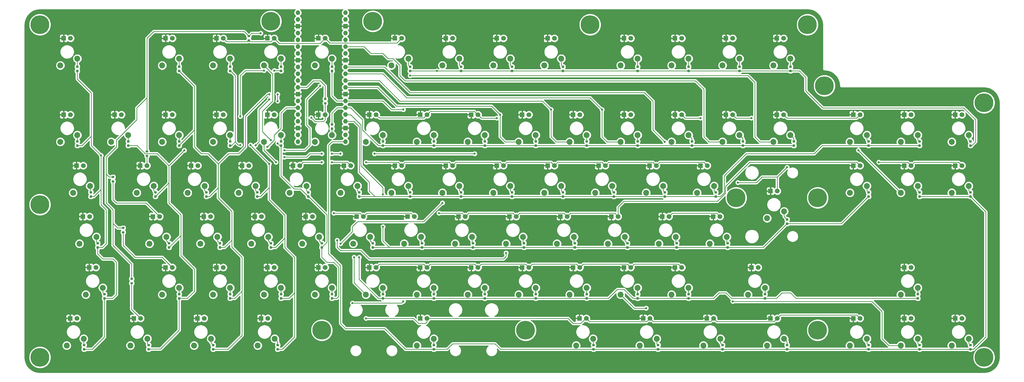
<source format=gbl>
G04 #@! TF.GenerationSoftware,KiCad,Pcbnew,(5.1.10)-1*
G04 #@! TF.CreationDate,2021-09-02T14:46:41+09:00*
G04 #@! TF.ProjectId,KiCAD,4b694341-442e-46b6-9963-61645f706362,rev?*
G04 #@! TF.SameCoordinates,Original*
G04 #@! TF.FileFunction,Copper,L2,Bot*
G04 #@! TF.FilePolarity,Positive*
%FSLAX46Y46*%
G04 Gerber Fmt 4.6, Leading zero omitted, Abs format (unit mm)*
G04 Created by KiCad (PCBNEW (5.1.10)-1) date 2021-09-02 14:46:41*
%MOMM*%
%LPD*%
G01*
G04 APERTURE LIST*
G04 #@! TA.AperFunction,ComponentPad*
%ADD10C,2.200000*%
G04 #@! TD*
G04 #@! TA.AperFunction,ComponentPad*
%ADD11O,1.700000X1.700000*%
G04 #@! TD*
G04 #@! TA.AperFunction,ComponentPad*
%ADD12R,1.700000X1.700000*%
G04 #@! TD*
G04 #@! TA.AperFunction,ComponentPad*
%ADD13R,1.800000X1.800000*%
G04 #@! TD*
G04 #@! TA.AperFunction,ComponentPad*
%ADD14C,1.800000*%
G04 #@! TD*
G04 #@! TA.AperFunction,ComponentPad*
%ADD15C,7.000000*%
G04 #@! TD*
G04 #@! TA.AperFunction,ViaPad*
%ADD16C,0.800000*%
G04 #@! TD*
G04 #@! TA.AperFunction,Conductor*
%ADD17C,0.250000*%
G04 #@! TD*
G04 #@! TA.AperFunction,Conductor*
%ADD18C,0.254000*%
G04 #@! TD*
G04 #@! TA.AperFunction,Conductor*
%ADD19C,0.100000*%
G04 #@! TD*
G04 APERTURE END LIST*
G04 #@! TA.AperFunction,SMDPad,CuDef*
G36*
G01*
X80370000Y-113075000D02*
X80920000Y-113075000D01*
G75*
G02*
X81120000Y-113275000I0J-200000D01*
G01*
X81120000Y-113675000D01*
G75*
G02*
X80920000Y-113875000I-200000J0D01*
G01*
X80370000Y-113875000D01*
G75*
G02*
X80170000Y-113675000I0J200000D01*
G01*
X80170000Y-113275000D01*
G75*
G02*
X80370000Y-113075000I200000J0D01*
G01*
G37*
G04 #@! TD.AperFunction*
G04 #@! TA.AperFunction,SMDPad,CuDef*
G36*
G01*
X80370000Y-114725000D02*
X80920000Y-114725000D01*
G75*
G02*
X81120000Y-114925000I0J-200000D01*
G01*
X81120000Y-115325000D01*
G75*
G02*
X80920000Y-115525000I-200000J0D01*
G01*
X80370000Y-115525000D01*
G75*
G02*
X80170000Y-115325000I0J200000D01*
G01*
X80170000Y-114925000D01*
G75*
G02*
X80370000Y-114725000I200000J0D01*
G01*
G37*
G04 #@! TD.AperFunction*
D10*
X111760000Y-78740000D03*
X105410000Y-81280000D03*
X247491000Y-183515000D03*
X241141000Y-186055000D03*
X318928499Y-135890000D03*
X312578499Y-138430000D03*
X311785000Y-164465000D03*
X305435000Y-167005000D03*
X64135000Y-164465000D03*
X57785000Y-167005000D03*
X61754000Y-145415000D03*
X55404000Y-147955000D03*
X59373000Y-126365000D03*
X53023000Y-128905000D03*
X283210000Y-107315000D03*
X276860000Y-109855000D03*
X130810000Y-164465000D03*
X124460000Y-167005000D03*
X387985000Y-107315000D03*
X381635000Y-109855000D03*
X181610000Y-186055000D03*
X187960000Y-183515000D03*
X387985000Y-183515000D03*
X381635000Y-186055000D03*
X368935000Y-183515000D03*
X362585000Y-186055000D03*
X349885000Y-183515000D03*
X343535000Y-186055000D03*
X318928499Y-183515000D03*
X312578499Y-186055000D03*
X295116000Y-183515000D03*
X288766000Y-186055000D03*
X271303500Y-183515000D03*
X264953500Y-186055000D03*
X128428500Y-183515000D03*
X122078500Y-186055000D03*
X104616000Y-183515000D03*
X98266000Y-186055000D03*
X80803500Y-183515000D03*
X74453500Y-186055000D03*
X56991000Y-183515000D03*
X50641000Y-186055000D03*
X368935000Y-164465000D03*
X362585000Y-167005000D03*
X283210000Y-164465000D03*
X276860000Y-167005000D03*
X264160000Y-164465000D03*
X257810000Y-167005000D03*
X245110000Y-164465000D03*
X238760000Y-167005000D03*
X226060000Y-164465000D03*
X219710000Y-167005000D03*
X207010000Y-164465000D03*
X200660000Y-167005000D03*
X187960000Y-164465000D03*
X181610000Y-167005000D03*
X168910000Y-164465000D03*
X162560000Y-167005000D03*
X149860000Y-164465000D03*
X143510000Y-167005000D03*
X111760000Y-164465000D03*
X105410000Y-167005000D03*
X92710000Y-164465000D03*
X86360000Y-167005000D03*
X297497500Y-145415000D03*
X291147500Y-147955000D03*
X278447500Y-145415000D03*
X272097500Y-147955000D03*
X259397500Y-145415000D03*
X253047500Y-147955000D03*
X240347500Y-145415000D03*
X233997500Y-147955000D03*
X221297500Y-145415000D03*
X214947500Y-147955000D03*
X202247500Y-145415000D03*
X195897500Y-147955000D03*
X183197500Y-145415000D03*
X176847500Y-147955000D03*
X164147500Y-145415000D03*
X157797500Y-147955000D03*
X145097500Y-145415000D03*
X138747500Y-147955000D03*
X126047500Y-145415000D03*
X119697500Y-147955000D03*
X106997500Y-145415000D03*
X100647500Y-147955000D03*
X87947500Y-145415000D03*
X81597500Y-147955000D03*
X387985000Y-126365000D03*
X381635000Y-128905000D03*
X368935000Y-126365000D03*
X362585000Y-128905000D03*
X349885000Y-126365000D03*
X343535000Y-128905000D03*
X292735000Y-126365000D03*
X286385000Y-128905000D03*
X273685000Y-126365000D03*
X267335000Y-128905000D03*
X254635000Y-126365000D03*
X248285000Y-128905000D03*
X235585000Y-126365000D03*
X229235000Y-128905000D03*
X216535000Y-126365000D03*
X210185000Y-128905000D03*
X197485000Y-126365000D03*
X191135000Y-128905000D03*
X178435000Y-126365000D03*
X172085000Y-128905000D03*
X159385000Y-126365000D03*
X153035000Y-128905000D03*
X140335000Y-126365000D03*
X133985000Y-128905000D03*
X121285000Y-126365000D03*
X114935000Y-128905000D03*
X102235000Y-126365000D03*
X95885000Y-128905000D03*
X83185000Y-126365000D03*
X76835000Y-128905000D03*
X368935000Y-107315000D03*
X362585000Y-109855000D03*
X349885000Y-107315000D03*
X343535000Y-109855000D03*
X321310000Y-107315000D03*
X314960000Y-109855000D03*
X302260000Y-107315000D03*
X295910000Y-109855000D03*
X264160000Y-107315000D03*
X257810000Y-109855000D03*
X245110000Y-107315000D03*
X238760000Y-109855000D03*
X226060000Y-107315000D03*
X219710000Y-109855000D03*
X207010000Y-107315000D03*
X200660000Y-109855000D03*
X187960000Y-107315000D03*
X181610000Y-109855000D03*
X168910000Y-107315000D03*
X162560000Y-109855000D03*
X149860000Y-107315000D03*
X143510000Y-109855000D03*
X130810000Y-107315000D03*
X124460000Y-109855000D03*
X111760000Y-107315000D03*
X105410000Y-109855000D03*
X92710000Y-107315000D03*
X86360000Y-109855000D03*
X73660000Y-107315000D03*
X67310000Y-109855000D03*
X54610000Y-107315000D03*
X48260000Y-109855000D03*
X321310000Y-78740000D03*
X314960000Y-81280000D03*
X302260000Y-78740000D03*
X295910000Y-81280000D03*
X283210000Y-78740000D03*
X276860000Y-81280000D03*
X264160000Y-78740000D03*
X257810000Y-81280000D03*
X235585000Y-78740000D03*
X229235000Y-81280000D03*
X216535000Y-78740000D03*
X210185000Y-81280000D03*
X197485000Y-78740000D03*
X191135000Y-81280000D03*
X178435000Y-78740000D03*
X172085000Y-81280000D03*
X149860000Y-78740000D03*
X143510000Y-81280000D03*
X130810000Y-78740000D03*
X124460000Y-81280000D03*
X92710000Y-78740000D03*
X86360000Y-81280000D03*
X54610000Y-78740000D03*
X48260000Y-81280000D03*
G04 #@! TA.AperFunction,SMDPad,CuDef*
G36*
G01*
X388876250Y-187915000D02*
X388363750Y-187915000D01*
G75*
G02*
X388145000Y-187696250I0J218750D01*
G01*
X388145000Y-187258750D01*
G75*
G02*
X388363750Y-187040000I218750J0D01*
G01*
X388876250Y-187040000D01*
G75*
G02*
X389095000Y-187258750I0J-218750D01*
G01*
X389095000Y-187696250D01*
G75*
G02*
X388876250Y-187915000I-218750J0D01*
G01*
G37*
G04 #@! TD.AperFunction*
G04 #@! TA.AperFunction,SMDPad,CuDef*
G36*
G01*
X388876250Y-186340000D02*
X388363750Y-186340000D01*
G75*
G02*
X388145000Y-186121250I0J218750D01*
G01*
X388145000Y-185683750D01*
G75*
G02*
X388363750Y-185465000I218750J0D01*
G01*
X388876250Y-185465000D01*
G75*
G02*
X389095000Y-185683750I0J-218750D01*
G01*
X389095000Y-186121250D01*
G75*
G02*
X388876250Y-186340000I-218750J0D01*
G01*
G37*
G04 #@! TD.AperFunction*
G04 #@! TA.AperFunction,SMDPad,CuDef*
G36*
G01*
X369826250Y-187915000D02*
X369313750Y-187915000D01*
G75*
G02*
X369095000Y-187696250I0J218750D01*
G01*
X369095000Y-187258750D01*
G75*
G02*
X369313750Y-187040000I218750J0D01*
G01*
X369826250Y-187040000D01*
G75*
G02*
X370045000Y-187258750I0J-218750D01*
G01*
X370045000Y-187696250D01*
G75*
G02*
X369826250Y-187915000I-218750J0D01*
G01*
G37*
G04 #@! TD.AperFunction*
G04 #@! TA.AperFunction,SMDPad,CuDef*
G36*
G01*
X369826250Y-186340000D02*
X369313750Y-186340000D01*
G75*
G02*
X369095000Y-186121250I0J218750D01*
G01*
X369095000Y-185683750D01*
G75*
G02*
X369313750Y-185465000I218750J0D01*
G01*
X369826250Y-185465000D01*
G75*
G02*
X370045000Y-185683750I0J-218750D01*
G01*
X370045000Y-186121250D01*
G75*
G02*
X369826250Y-186340000I-218750J0D01*
G01*
G37*
G04 #@! TD.AperFunction*
G04 #@! TA.AperFunction,SMDPad,CuDef*
G36*
G01*
X350776250Y-187915000D02*
X350263750Y-187915000D01*
G75*
G02*
X350045000Y-187696250I0J218750D01*
G01*
X350045000Y-187258750D01*
G75*
G02*
X350263750Y-187040000I218750J0D01*
G01*
X350776250Y-187040000D01*
G75*
G02*
X350995000Y-187258750I0J-218750D01*
G01*
X350995000Y-187696250D01*
G75*
G02*
X350776250Y-187915000I-218750J0D01*
G01*
G37*
G04 #@! TD.AperFunction*
G04 #@! TA.AperFunction,SMDPad,CuDef*
G36*
G01*
X350776250Y-186340000D02*
X350263750Y-186340000D01*
G75*
G02*
X350045000Y-186121250I0J218750D01*
G01*
X350045000Y-185683750D01*
G75*
G02*
X350263750Y-185465000I218750J0D01*
G01*
X350776250Y-185465000D01*
G75*
G02*
X350995000Y-185683750I0J-218750D01*
G01*
X350995000Y-186121250D01*
G75*
G02*
X350776250Y-186340000I-218750J0D01*
G01*
G37*
G04 #@! TD.AperFunction*
G04 #@! TA.AperFunction,SMDPad,CuDef*
G36*
G01*
X320296250Y-187915000D02*
X319783750Y-187915000D01*
G75*
G02*
X319565000Y-187696250I0J218750D01*
G01*
X319565000Y-187258750D01*
G75*
G02*
X319783750Y-187040000I218750J0D01*
G01*
X320296250Y-187040000D01*
G75*
G02*
X320515000Y-187258750I0J-218750D01*
G01*
X320515000Y-187696250D01*
G75*
G02*
X320296250Y-187915000I-218750J0D01*
G01*
G37*
G04 #@! TD.AperFunction*
G04 #@! TA.AperFunction,SMDPad,CuDef*
G36*
G01*
X320296250Y-186340000D02*
X319783750Y-186340000D01*
G75*
G02*
X319565000Y-186121250I0J218750D01*
G01*
X319565000Y-185683750D01*
G75*
G02*
X319783750Y-185465000I218750J0D01*
G01*
X320296250Y-185465000D01*
G75*
G02*
X320515000Y-185683750I0J-218750D01*
G01*
X320515000Y-186121250D01*
G75*
G02*
X320296250Y-186340000I-218750J0D01*
G01*
G37*
G04 #@! TD.AperFunction*
G04 #@! TA.AperFunction,SMDPad,CuDef*
G36*
G01*
X296166250Y-187915000D02*
X295653750Y-187915000D01*
G75*
G02*
X295435000Y-187696250I0J218750D01*
G01*
X295435000Y-187258750D01*
G75*
G02*
X295653750Y-187040000I218750J0D01*
G01*
X296166250Y-187040000D01*
G75*
G02*
X296385000Y-187258750I0J-218750D01*
G01*
X296385000Y-187696250D01*
G75*
G02*
X296166250Y-187915000I-218750J0D01*
G01*
G37*
G04 #@! TD.AperFunction*
G04 #@! TA.AperFunction,SMDPad,CuDef*
G36*
G01*
X296166250Y-186340000D02*
X295653750Y-186340000D01*
G75*
G02*
X295435000Y-186121250I0J218750D01*
G01*
X295435000Y-185683750D01*
G75*
G02*
X295653750Y-185465000I218750J0D01*
G01*
X296166250Y-185465000D01*
G75*
G02*
X296385000Y-185683750I0J-218750D01*
G01*
X296385000Y-186121250D01*
G75*
G02*
X296166250Y-186340000I-218750J0D01*
G01*
G37*
G04 #@! TD.AperFunction*
G04 #@! TA.AperFunction,SMDPad,CuDef*
G36*
G01*
X272036250Y-186340000D02*
X271523750Y-186340000D01*
G75*
G02*
X271305000Y-186121250I0J218750D01*
G01*
X271305000Y-185683750D01*
G75*
G02*
X271523750Y-185465000I218750J0D01*
G01*
X272036250Y-185465000D01*
G75*
G02*
X272255000Y-185683750I0J-218750D01*
G01*
X272255000Y-186121250D01*
G75*
G02*
X272036250Y-186340000I-218750J0D01*
G01*
G37*
G04 #@! TD.AperFunction*
G04 #@! TA.AperFunction,SMDPad,CuDef*
G36*
G01*
X272036250Y-187915000D02*
X271523750Y-187915000D01*
G75*
G02*
X271305000Y-187696250I0J218750D01*
G01*
X271305000Y-187258750D01*
G75*
G02*
X271523750Y-187040000I218750J0D01*
G01*
X272036250Y-187040000D01*
G75*
G02*
X272255000Y-187258750I0J-218750D01*
G01*
X272255000Y-187696250D01*
G75*
G02*
X272036250Y-187915000I-218750J0D01*
G01*
G37*
G04 #@! TD.AperFunction*
G04 #@! TA.AperFunction,SMDPad,CuDef*
G36*
G01*
X247906250Y-186340000D02*
X247393750Y-186340000D01*
G75*
G02*
X247175000Y-186121250I0J218750D01*
G01*
X247175000Y-185683750D01*
G75*
G02*
X247393750Y-185465000I218750J0D01*
G01*
X247906250Y-185465000D01*
G75*
G02*
X248125000Y-185683750I0J-218750D01*
G01*
X248125000Y-186121250D01*
G75*
G02*
X247906250Y-186340000I-218750J0D01*
G01*
G37*
G04 #@! TD.AperFunction*
G04 #@! TA.AperFunction,SMDPad,CuDef*
G36*
G01*
X247906250Y-187915000D02*
X247393750Y-187915000D01*
G75*
G02*
X247175000Y-187696250I0J218750D01*
G01*
X247175000Y-187258750D01*
G75*
G02*
X247393750Y-187040000I218750J0D01*
G01*
X247906250Y-187040000D01*
G75*
G02*
X248125000Y-187258750I0J-218750D01*
G01*
X248125000Y-187696250D01*
G75*
G02*
X247906250Y-187915000I-218750J0D01*
G01*
G37*
G04 #@! TD.AperFunction*
G04 #@! TA.AperFunction,SMDPad,CuDef*
G36*
G01*
X188216250Y-186340000D02*
X187703750Y-186340000D01*
G75*
G02*
X187485000Y-186121250I0J218750D01*
G01*
X187485000Y-185683750D01*
G75*
G02*
X187703750Y-185465000I218750J0D01*
G01*
X188216250Y-185465000D01*
G75*
G02*
X188435000Y-185683750I0J-218750D01*
G01*
X188435000Y-186121250D01*
G75*
G02*
X188216250Y-186340000I-218750J0D01*
G01*
G37*
G04 #@! TD.AperFunction*
G04 #@! TA.AperFunction,SMDPad,CuDef*
G36*
G01*
X188216250Y-187915000D02*
X187703750Y-187915000D01*
G75*
G02*
X187485000Y-187696250I0J218750D01*
G01*
X187485000Y-187258750D01*
G75*
G02*
X187703750Y-187040000I218750J0D01*
G01*
X188216250Y-187040000D01*
G75*
G02*
X188435000Y-187258750I0J-218750D01*
G01*
X188435000Y-187696250D01*
G75*
G02*
X188216250Y-187915000I-218750J0D01*
G01*
G37*
G04 #@! TD.AperFunction*
G04 #@! TA.AperFunction,SMDPad,CuDef*
G36*
G01*
X129796250Y-186340000D02*
X129283750Y-186340000D01*
G75*
G02*
X129065000Y-186121250I0J218750D01*
G01*
X129065000Y-185683750D01*
G75*
G02*
X129283750Y-185465000I218750J0D01*
G01*
X129796250Y-185465000D01*
G75*
G02*
X130015000Y-185683750I0J-218750D01*
G01*
X130015000Y-186121250D01*
G75*
G02*
X129796250Y-186340000I-218750J0D01*
G01*
G37*
G04 #@! TD.AperFunction*
G04 #@! TA.AperFunction,SMDPad,CuDef*
G36*
G01*
X129796250Y-187915000D02*
X129283750Y-187915000D01*
G75*
G02*
X129065000Y-187696250I0J218750D01*
G01*
X129065000Y-187258750D01*
G75*
G02*
X129283750Y-187040000I218750J0D01*
G01*
X129796250Y-187040000D01*
G75*
G02*
X130015000Y-187258750I0J-218750D01*
G01*
X130015000Y-187696250D01*
G75*
G02*
X129796250Y-187915000I-218750J0D01*
G01*
G37*
G04 #@! TD.AperFunction*
G04 #@! TA.AperFunction,SMDPad,CuDef*
G36*
G01*
X105666250Y-187915000D02*
X105153750Y-187915000D01*
G75*
G02*
X104935000Y-187696250I0J218750D01*
G01*
X104935000Y-187258750D01*
G75*
G02*
X105153750Y-187040000I218750J0D01*
G01*
X105666250Y-187040000D01*
G75*
G02*
X105885000Y-187258750I0J-218750D01*
G01*
X105885000Y-187696250D01*
G75*
G02*
X105666250Y-187915000I-218750J0D01*
G01*
G37*
G04 #@! TD.AperFunction*
G04 #@! TA.AperFunction,SMDPad,CuDef*
G36*
G01*
X105666250Y-186340000D02*
X105153750Y-186340000D01*
G75*
G02*
X104935000Y-186121250I0J218750D01*
G01*
X104935000Y-185683750D01*
G75*
G02*
X105153750Y-185465000I218750J0D01*
G01*
X105666250Y-185465000D01*
G75*
G02*
X105885000Y-185683750I0J-218750D01*
G01*
X105885000Y-186121250D01*
G75*
G02*
X105666250Y-186340000I-218750J0D01*
G01*
G37*
G04 #@! TD.AperFunction*
G04 #@! TA.AperFunction,SMDPad,CuDef*
G36*
G01*
X81536250Y-187915000D02*
X81023750Y-187915000D01*
G75*
G02*
X80805000Y-187696250I0J218750D01*
G01*
X80805000Y-187258750D01*
G75*
G02*
X81023750Y-187040000I218750J0D01*
G01*
X81536250Y-187040000D01*
G75*
G02*
X81755000Y-187258750I0J-218750D01*
G01*
X81755000Y-187696250D01*
G75*
G02*
X81536250Y-187915000I-218750J0D01*
G01*
G37*
G04 #@! TD.AperFunction*
G04 #@! TA.AperFunction,SMDPad,CuDef*
G36*
G01*
X81536250Y-186340000D02*
X81023750Y-186340000D01*
G75*
G02*
X80805000Y-186121250I0J218750D01*
G01*
X80805000Y-185683750D01*
G75*
G02*
X81023750Y-185465000I218750J0D01*
G01*
X81536250Y-185465000D01*
G75*
G02*
X81755000Y-185683750I0J-218750D01*
G01*
X81755000Y-186121250D01*
G75*
G02*
X81536250Y-186340000I-218750J0D01*
G01*
G37*
G04 #@! TD.AperFunction*
G04 #@! TA.AperFunction,SMDPad,CuDef*
G36*
G01*
X57406250Y-187915000D02*
X56893750Y-187915000D01*
G75*
G02*
X56675000Y-187696250I0J218750D01*
G01*
X56675000Y-187258750D01*
G75*
G02*
X56893750Y-187040000I218750J0D01*
G01*
X57406250Y-187040000D01*
G75*
G02*
X57625000Y-187258750I0J-218750D01*
G01*
X57625000Y-187696250D01*
G75*
G02*
X57406250Y-187915000I-218750J0D01*
G01*
G37*
G04 #@! TD.AperFunction*
G04 #@! TA.AperFunction,SMDPad,CuDef*
G36*
G01*
X57406250Y-186340000D02*
X56893750Y-186340000D01*
G75*
G02*
X56675000Y-186121250I0J218750D01*
G01*
X56675000Y-185683750D01*
G75*
G02*
X56893750Y-185465000I218750J0D01*
G01*
X57406250Y-185465000D01*
G75*
G02*
X57625000Y-185683750I0J-218750D01*
G01*
X57625000Y-186121250D01*
G75*
G02*
X57406250Y-186340000I-218750J0D01*
G01*
G37*
G04 #@! TD.AperFunction*
G04 #@! TA.AperFunction,SMDPad,CuDef*
G36*
G01*
X369191250Y-168865000D02*
X368678750Y-168865000D01*
G75*
G02*
X368460000Y-168646250I0J218750D01*
G01*
X368460000Y-168208750D01*
G75*
G02*
X368678750Y-167990000I218750J0D01*
G01*
X369191250Y-167990000D01*
G75*
G02*
X369410000Y-168208750I0J-218750D01*
G01*
X369410000Y-168646250D01*
G75*
G02*
X369191250Y-168865000I-218750J0D01*
G01*
G37*
G04 #@! TD.AperFunction*
G04 #@! TA.AperFunction,SMDPad,CuDef*
G36*
G01*
X369191250Y-167290000D02*
X368678750Y-167290000D01*
G75*
G02*
X368460000Y-167071250I0J218750D01*
G01*
X368460000Y-166633750D01*
G75*
G02*
X368678750Y-166415000I218750J0D01*
G01*
X369191250Y-166415000D01*
G75*
G02*
X369410000Y-166633750I0J-218750D01*
G01*
X369410000Y-167071250D01*
G75*
G02*
X369191250Y-167290000I-218750J0D01*
G01*
G37*
G04 #@! TD.AperFunction*
G04 #@! TA.AperFunction,SMDPad,CuDef*
G36*
G01*
X312041250Y-168865000D02*
X311528750Y-168865000D01*
G75*
G02*
X311310000Y-168646250I0J218750D01*
G01*
X311310000Y-168208750D01*
G75*
G02*
X311528750Y-167990000I218750J0D01*
G01*
X312041250Y-167990000D01*
G75*
G02*
X312260000Y-168208750I0J-218750D01*
G01*
X312260000Y-168646250D01*
G75*
G02*
X312041250Y-168865000I-218750J0D01*
G01*
G37*
G04 #@! TD.AperFunction*
G04 #@! TA.AperFunction,SMDPad,CuDef*
G36*
G01*
X312041250Y-167290000D02*
X311528750Y-167290000D01*
G75*
G02*
X311310000Y-167071250I0J218750D01*
G01*
X311310000Y-166633750D01*
G75*
G02*
X311528750Y-166415000I218750J0D01*
G01*
X312041250Y-166415000D01*
G75*
G02*
X312260000Y-166633750I0J-218750D01*
G01*
X312260000Y-167071250D01*
G75*
G02*
X312041250Y-167290000I-218750J0D01*
G01*
G37*
G04 #@! TD.AperFunction*
G04 #@! TA.AperFunction,SMDPad,CuDef*
G36*
G01*
X283466250Y-168865000D02*
X282953750Y-168865000D01*
G75*
G02*
X282735000Y-168646250I0J218750D01*
G01*
X282735000Y-168208750D01*
G75*
G02*
X282953750Y-167990000I218750J0D01*
G01*
X283466250Y-167990000D01*
G75*
G02*
X283685000Y-168208750I0J-218750D01*
G01*
X283685000Y-168646250D01*
G75*
G02*
X283466250Y-168865000I-218750J0D01*
G01*
G37*
G04 #@! TD.AperFunction*
G04 #@! TA.AperFunction,SMDPad,CuDef*
G36*
G01*
X283466250Y-167290000D02*
X282953750Y-167290000D01*
G75*
G02*
X282735000Y-167071250I0J218750D01*
G01*
X282735000Y-166633750D01*
G75*
G02*
X282953750Y-166415000I218750J0D01*
G01*
X283466250Y-166415000D01*
G75*
G02*
X283685000Y-166633750I0J-218750D01*
G01*
X283685000Y-167071250D01*
G75*
G02*
X283466250Y-167290000I-218750J0D01*
G01*
G37*
G04 #@! TD.AperFunction*
G04 #@! TA.AperFunction,SMDPad,CuDef*
G36*
G01*
X264416250Y-168865000D02*
X263903750Y-168865000D01*
G75*
G02*
X263685000Y-168646250I0J218750D01*
G01*
X263685000Y-168208750D01*
G75*
G02*
X263903750Y-167990000I218750J0D01*
G01*
X264416250Y-167990000D01*
G75*
G02*
X264635000Y-168208750I0J-218750D01*
G01*
X264635000Y-168646250D01*
G75*
G02*
X264416250Y-168865000I-218750J0D01*
G01*
G37*
G04 #@! TD.AperFunction*
G04 #@! TA.AperFunction,SMDPad,CuDef*
G36*
G01*
X264416250Y-167290000D02*
X263903750Y-167290000D01*
G75*
G02*
X263685000Y-167071250I0J218750D01*
G01*
X263685000Y-166633750D01*
G75*
G02*
X263903750Y-166415000I218750J0D01*
G01*
X264416250Y-166415000D01*
G75*
G02*
X264635000Y-166633750I0J-218750D01*
G01*
X264635000Y-167071250D01*
G75*
G02*
X264416250Y-167290000I-218750J0D01*
G01*
G37*
G04 #@! TD.AperFunction*
G04 #@! TA.AperFunction,SMDPad,CuDef*
G36*
G01*
X245366250Y-168865000D02*
X244853750Y-168865000D01*
G75*
G02*
X244635000Y-168646250I0J218750D01*
G01*
X244635000Y-168208750D01*
G75*
G02*
X244853750Y-167990000I218750J0D01*
G01*
X245366250Y-167990000D01*
G75*
G02*
X245585000Y-168208750I0J-218750D01*
G01*
X245585000Y-168646250D01*
G75*
G02*
X245366250Y-168865000I-218750J0D01*
G01*
G37*
G04 #@! TD.AperFunction*
G04 #@! TA.AperFunction,SMDPad,CuDef*
G36*
G01*
X245366250Y-167290000D02*
X244853750Y-167290000D01*
G75*
G02*
X244635000Y-167071250I0J218750D01*
G01*
X244635000Y-166633750D01*
G75*
G02*
X244853750Y-166415000I218750J0D01*
G01*
X245366250Y-166415000D01*
G75*
G02*
X245585000Y-166633750I0J-218750D01*
G01*
X245585000Y-167071250D01*
G75*
G02*
X245366250Y-167290000I-218750J0D01*
G01*
G37*
G04 #@! TD.AperFunction*
G04 #@! TA.AperFunction,SMDPad,CuDef*
G36*
G01*
X226316250Y-168865000D02*
X225803750Y-168865000D01*
G75*
G02*
X225585000Y-168646250I0J218750D01*
G01*
X225585000Y-168208750D01*
G75*
G02*
X225803750Y-167990000I218750J0D01*
G01*
X226316250Y-167990000D01*
G75*
G02*
X226535000Y-168208750I0J-218750D01*
G01*
X226535000Y-168646250D01*
G75*
G02*
X226316250Y-168865000I-218750J0D01*
G01*
G37*
G04 #@! TD.AperFunction*
G04 #@! TA.AperFunction,SMDPad,CuDef*
G36*
G01*
X226316250Y-167290000D02*
X225803750Y-167290000D01*
G75*
G02*
X225585000Y-167071250I0J218750D01*
G01*
X225585000Y-166633750D01*
G75*
G02*
X225803750Y-166415000I218750J0D01*
G01*
X226316250Y-166415000D01*
G75*
G02*
X226535000Y-166633750I0J-218750D01*
G01*
X226535000Y-167071250D01*
G75*
G02*
X226316250Y-167290000I-218750J0D01*
G01*
G37*
G04 #@! TD.AperFunction*
G04 #@! TA.AperFunction,SMDPad,CuDef*
G36*
G01*
X207266250Y-168865000D02*
X206753750Y-168865000D01*
G75*
G02*
X206535000Y-168646250I0J218750D01*
G01*
X206535000Y-168208750D01*
G75*
G02*
X206753750Y-167990000I218750J0D01*
G01*
X207266250Y-167990000D01*
G75*
G02*
X207485000Y-168208750I0J-218750D01*
G01*
X207485000Y-168646250D01*
G75*
G02*
X207266250Y-168865000I-218750J0D01*
G01*
G37*
G04 #@! TD.AperFunction*
G04 #@! TA.AperFunction,SMDPad,CuDef*
G36*
G01*
X207266250Y-167290000D02*
X206753750Y-167290000D01*
G75*
G02*
X206535000Y-167071250I0J218750D01*
G01*
X206535000Y-166633750D01*
G75*
G02*
X206753750Y-166415000I218750J0D01*
G01*
X207266250Y-166415000D01*
G75*
G02*
X207485000Y-166633750I0J-218750D01*
G01*
X207485000Y-167071250D01*
G75*
G02*
X207266250Y-167290000I-218750J0D01*
G01*
G37*
G04 #@! TD.AperFunction*
G04 #@! TA.AperFunction,SMDPad,CuDef*
G36*
G01*
X188216250Y-168865000D02*
X187703750Y-168865000D01*
G75*
G02*
X187485000Y-168646250I0J218750D01*
G01*
X187485000Y-168208750D01*
G75*
G02*
X187703750Y-167990000I218750J0D01*
G01*
X188216250Y-167990000D01*
G75*
G02*
X188435000Y-168208750I0J-218750D01*
G01*
X188435000Y-168646250D01*
G75*
G02*
X188216250Y-168865000I-218750J0D01*
G01*
G37*
G04 #@! TD.AperFunction*
G04 #@! TA.AperFunction,SMDPad,CuDef*
G36*
G01*
X188216250Y-167290000D02*
X187703750Y-167290000D01*
G75*
G02*
X187485000Y-167071250I0J218750D01*
G01*
X187485000Y-166633750D01*
G75*
G02*
X187703750Y-166415000I218750J0D01*
G01*
X188216250Y-166415000D01*
G75*
G02*
X188435000Y-166633750I0J-218750D01*
G01*
X188435000Y-167071250D01*
G75*
G02*
X188216250Y-167290000I-218750J0D01*
G01*
G37*
G04 #@! TD.AperFunction*
G04 #@! TA.AperFunction,SMDPad,CuDef*
G36*
G01*
X169166250Y-168865000D02*
X168653750Y-168865000D01*
G75*
G02*
X168435000Y-168646250I0J218750D01*
G01*
X168435000Y-168208750D01*
G75*
G02*
X168653750Y-167990000I218750J0D01*
G01*
X169166250Y-167990000D01*
G75*
G02*
X169385000Y-168208750I0J-218750D01*
G01*
X169385000Y-168646250D01*
G75*
G02*
X169166250Y-168865000I-218750J0D01*
G01*
G37*
G04 #@! TD.AperFunction*
G04 #@! TA.AperFunction,SMDPad,CuDef*
G36*
G01*
X169166250Y-167290000D02*
X168653750Y-167290000D01*
G75*
G02*
X168435000Y-167071250I0J218750D01*
G01*
X168435000Y-166633750D01*
G75*
G02*
X168653750Y-166415000I218750J0D01*
G01*
X169166250Y-166415000D01*
G75*
G02*
X169385000Y-166633750I0J-218750D01*
G01*
X169385000Y-167071250D01*
G75*
G02*
X169166250Y-167290000I-218750J0D01*
G01*
G37*
G04 #@! TD.AperFunction*
G04 #@! TA.AperFunction,SMDPad,CuDef*
G36*
G01*
X150116250Y-168865000D02*
X149603750Y-168865000D01*
G75*
G02*
X149385000Y-168646250I0J218750D01*
G01*
X149385000Y-168208750D01*
G75*
G02*
X149603750Y-167990000I218750J0D01*
G01*
X150116250Y-167990000D01*
G75*
G02*
X150335000Y-168208750I0J-218750D01*
G01*
X150335000Y-168646250D01*
G75*
G02*
X150116250Y-168865000I-218750J0D01*
G01*
G37*
G04 #@! TD.AperFunction*
G04 #@! TA.AperFunction,SMDPad,CuDef*
G36*
G01*
X150116250Y-167290000D02*
X149603750Y-167290000D01*
G75*
G02*
X149385000Y-167071250I0J218750D01*
G01*
X149385000Y-166633750D01*
G75*
G02*
X149603750Y-166415000I218750J0D01*
G01*
X150116250Y-166415000D01*
G75*
G02*
X150335000Y-166633750I0J-218750D01*
G01*
X150335000Y-167071250D01*
G75*
G02*
X150116250Y-167290000I-218750J0D01*
G01*
G37*
G04 #@! TD.AperFunction*
G04 #@! TA.AperFunction,SMDPad,CuDef*
G36*
G01*
X131066250Y-168865000D02*
X130553750Y-168865000D01*
G75*
G02*
X130335000Y-168646250I0J218750D01*
G01*
X130335000Y-168208750D01*
G75*
G02*
X130553750Y-167990000I218750J0D01*
G01*
X131066250Y-167990000D01*
G75*
G02*
X131285000Y-168208750I0J-218750D01*
G01*
X131285000Y-168646250D01*
G75*
G02*
X131066250Y-168865000I-218750J0D01*
G01*
G37*
G04 #@! TD.AperFunction*
G04 #@! TA.AperFunction,SMDPad,CuDef*
G36*
G01*
X131066250Y-167290000D02*
X130553750Y-167290000D01*
G75*
G02*
X130335000Y-167071250I0J218750D01*
G01*
X130335000Y-166633750D01*
G75*
G02*
X130553750Y-166415000I218750J0D01*
G01*
X131066250Y-166415000D01*
G75*
G02*
X131285000Y-166633750I0J-218750D01*
G01*
X131285000Y-167071250D01*
G75*
G02*
X131066250Y-167290000I-218750J0D01*
G01*
G37*
G04 #@! TD.AperFunction*
G04 #@! TA.AperFunction,SMDPad,CuDef*
G36*
G01*
X112016250Y-168865000D02*
X111503750Y-168865000D01*
G75*
G02*
X111285000Y-168646250I0J218750D01*
G01*
X111285000Y-168208750D01*
G75*
G02*
X111503750Y-167990000I218750J0D01*
G01*
X112016250Y-167990000D01*
G75*
G02*
X112235000Y-168208750I0J-218750D01*
G01*
X112235000Y-168646250D01*
G75*
G02*
X112016250Y-168865000I-218750J0D01*
G01*
G37*
G04 #@! TD.AperFunction*
G04 #@! TA.AperFunction,SMDPad,CuDef*
G36*
G01*
X112016250Y-167290000D02*
X111503750Y-167290000D01*
G75*
G02*
X111285000Y-167071250I0J218750D01*
G01*
X111285000Y-166633750D01*
G75*
G02*
X111503750Y-166415000I218750J0D01*
G01*
X112016250Y-166415000D01*
G75*
G02*
X112235000Y-166633750I0J-218750D01*
G01*
X112235000Y-167071250D01*
G75*
G02*
X112016250Y-167290000I-218750J0D01*
G01*
G37*
G04 #@! TD.AperFunction*
G04 #@! TA.AperFunction,SMDPad,CuDef*
G36*
G01*
X92966250Y-168865000D02*
X92453750Y-168865000D01*
G75*
G02*
X92235000Y-168646250I0J218750D01*
G01*
X92235000Y-168208750D01*
G75*
G02*
X92453750Y-167990000I218750J0D01*
G01*
X92966250Y-167990000D01*
G75*
G02*
X93185000Y-168208750I0J-218750D01*
G01*
X93185000Y-168646250D01*
G75*
G02*
X92966250Y-168865000I-218750J0D01*
G01*
G37*
G04 #@! TD.AperFunction*
G04 #@! TA.AperFunction,SMDPad,CuDef*
G36*
G01*
X92966250Y-167290000D02*
X92453750Y-167290000D01*
G75*
G02*
X92235000Y-167071250I0J218750D01*
G01*
X92235000Y-166633750D01*
G75*
G02*
X92453750Y-166415000I218750J0D01*
G01*
X92966250Y-166415000D01*
G75*
G02*
X93185000Y-166633750I0J-218750D01*
G01*
X93185000Y-167071250D01*
G75*
G02*
X92966250Y-167290000I-218750J0D01*
G01*
G37*
G04 #@! TD.AperFunction*
G04 #@! TA.AperFunction,SMDPad,CuDef*
G36*
G01*
X65026250Y-168865000D02*
X64513750Y-168865000D01*
G75*
G02*
X64295000Y-168646250I0J218750D01*
G01*
X64295000Y-168208750D01*
G75*
G02*
X64513750Y-167990000I218750J0D01*
G01*
X65026250Y-167990000D01*
G75*
G02*
X65245000Y-168208750I0J-218750D01*
G01*
X65245000Y-168646250D01*
G75*
G02*
X65026250Y-168865000I-218750J0D01*
G01*
G37*
G04 #@! TD.AperFunction*
G04 #@! TA.AperFunction,SMDPad,CuDef*
G36*
G01*
X65026250Y-167290000D02*
X64513750Y-167290000D01*
G75*
G02*
X64295000Y-167071250I0J218750D01*
G01*
X64295000Y-166633750D01*
G75*
G02*
X64513750Y-166415000I218750J0D01*
G01*
X65026250Y-166415000D01*
G75*
G02*
X65245000Y-166633750I0J-218750D01*
G01*
X65245000Y-167071250D01*
G75*
G02*
X65026250Y-167290000I-218750J0D01*
G01*
G37*
G04 #@! TD.AperFunction*
G04 #@! TA.AperFunction,SMDPad,CuDef*
G36*
G01*
X298071250Y-149815000D02*
X297558750Y-149815000D01*
G75*
G02*
X297340000Y-149596250I0J218750D01*
G01*
X297340000Y-149158750D01*
G75*
G02*
X297558750Y-148940000I218750J0D01*
G01*
X298071250Y-148940000D01*
G75*
G02*
X298290000Y-149158750I0J-218750D01*
G01*
X298290000Y-149596250D01*
G75*
G02*
X298071250Y-149815000I-218750J0D01*
G01*
G37*
G04 #@! TD.AperFunction*
G04 #@! TA.AperFunction,SMDPad,CuDef*
G36*
G01*
X298071250Y-148240000D02*
X297558750Y-148240000D01*
G75*
G02*
X297340000Y-148021250I0J218750D01*
G01*
X297340000Y-147583750D01*
G75*
G02*
X297558750Y-147365000I218750J0D01*
G01*
X298071250Y-147365000D01*
G75*
G02*
X298290000Y-147583750I0J-218750D01*
G01*
X298290000Y-148021250D01*
G75*
G02*
X298071250Y-148240000I-218750J0D01*
G01*
G37*
G04 #@! TD.AperFunction*
G04 #@! TA.AperFunction,SMDPad,CuDef*
G36*
G01*
X279021250Y-149815000D02*
X278508750Y-149815000D01*
G75*
G02*
X278290000Y-149596250I0J218750D01*
G01*
X278290000Y-149158750D01*
G75*
G02*
X278508750Y-148940000I218750J0D01*
G01*
X279021250Y-148940000D01*
G75*
G02*
X279240000Y-149158750I0J-218750D01*
G01*
X279240000Y-149596250D01*
G75*
G02*
X279021250Y-149815000I-218750J0D01*
G01*
G37*
G04 #@! TD.AperFunction*
G04 #@! TA.AperFunction,SMDPad,CuDef*
G36*
G01*
X279021250Y-148240000D02*
X278508750Y-148240000D01*
G75*
G02*
X278290000Y-148021250I0J218750D01*
G01*
X278290000Y-147583750D01*
G75*
G02*
X278508750Y-147365000I218750J0D01*
G01*
X279021250Y-147365000D01*
G75*
G02*
X279240000Y-147583750I0J-218750D01*
G01*
X279240000Y-148021250D01*
G75*
G02*
X279021250Y-148240000I-218750J0D01*
G01*
G37*
G04 #@! TD.AperFunction*
G04 #@! TA.AperFunction,SMDPad,CuDef*
G36*
G01*
X260606250Y-149815000D02*
X260093750Y-149815000D01*
G75*
G02*
X259875000Y-149596250I0J218750D01*
G01*
X259875000Y-149158750D01*
G75*
G02*
X260093750Y-148940000I218750J0D01*
G01*
X260606250Y-148940000D01*
G75*
G02*
X260825000Y-149158750I0J-218750D01*
G01*
X260825000Y-149596250D01*
G75*
G02*
X260606250Y-149815000I-218750J0D01*
G01*
G37*
G04 #@! TD.AperFunction*
G04 #@! TA.AperFunction,SMDPad,CuDef*
G36*
G01*
X260606250Y-148240000D02*
X260093750Y-148240000D01*
G75*
G02*
X259875000Y-148021250I0J218750D01*
G01*
X259875000Y-147583750D01*
G75*
G02*
X260093750Y-147365000I218750J0D01*
G01*
X260606250Y-147365000D01*
G75*
G02*
X260825000Y-147583750I0J-218750D01*
G01*
X260825000Y-148021250D01*
G75*
G02*
X260606250Y-148240000I-218750J0D01*
G01*
G37*
G04 #@! TD.AperFunction*
G04 #@! TA.AperFunction,SMDPad,CuDef*
G36*
G01*
X240921250Y-149815000D02*
X240408750Y-149815000D01*
G75*
G02*
X240190000Y-149596250I0J218750D01*
G01*
X240190000Y-149158750D01*
G75*
G02*
X240408750Y-148940000I218750J0D01*
G01*
X240921250Y-148940000D01*
G75*
G02*
X241140000Y-149158750I0J-218750D01*
G01*
X241140000Y-149596250D01*
G75*
G02*
X240921250Y-149815000I-218750J0D01*
G01*
G37*
G04 #@! TD.AperFunction*
G04 #@! TA.AperFunction,SMDPad,CuDef*
G36*
G01*
X240921250Y-148240000D02*
X240408750Y-148240000D01*
G75*
G02*
X240190000Y-148021250I0J218750D01*
G01*
X240190000Y-147583750D01*
G75*
G02*
X240408750Y-147365000I218750J0D01*
G01*
X240921250Y-147365000D01*
G75*
G02*
X241140000Y-147583750I0J-218750D01*
G01*
X241140000Y-148021250D01*
G75*
G02*
X240921250Y-148240000I-218750J0D01*
G01*
G37*
G04 #@! TD.AperFunction*
G04 #@! TA.AperFunction,SMDPad,CuDef*
G36*
G01*
X221871250Y-149815000D02*
X221358750Y-149815000D01*
G75*
G02*
X221140000Y-149596250I0J218750D01*
G01*
X221140000Y-149158750D01*
G75*
G02*
X221358750Y-148940000I218750J0D01*
G01*
X221871250Y-148940000D01*
G75*
G02*
X222090000Y-149158750I0J-218750D01*
G01*
X222090000Y-149596250D01*
G75*
G02*
X221871250Y-149815000I-218750J0D01*
G01*
G37*
G04 #@! TD.AperFunction*
G04 #@! TA.AperFunction,SMDPad,CuDef*
G36*
G01*
X221871250Y-148240000D02*
X221358750Y-148240000D01*
G75*
G02*
X221140000Y-148021250I0J218750D01*
G01*
X221140000Y-147583750D01*
G75*
G02*
X221358750Y-147365000I218750J0D01*
G01*
X221871250Y-147365000D01*
G75*
G02*
X222090000Y-147583750I0J-218750D01*
G01*
X222090000Y-148021250D01*
G75*
G02*
X221871250Y-148240000I-218750J0D01*
G01*
G37*
G04 #@! TD.AperFunction*
G04 #@! TA.AperFunction,SMDPad,CuDef*
G36*
G01*
X202821250Y-149815000D02*
X202308750Y-149815000D01*
G75*
G02*
X202090000Y-149596250I0J218750D01*
G01*
X202090000Y-149158750D01*
G75*
G02*
X202308750Y-148940000I218750J0D01*
G01*
X202821250Y-148940000D01*
G75*
G02*
X203040000Y-149158750I0J-218750D01*
G01*
X203040000Y-149596250D01*
G75*
G02*
X202821250Y-149815000I-218750J0D01*
G01*
G37*
G04 #@! TD.AperFunction*
G04 #@! TA.AperFunction,SMDPad,CuDef*
G36*
G01*
X202821250Y-148240000D02*
X202308750Y-148240000D01*
G75*
G02*
X202090000Y-148021250I0J218750D01*
G01*
X202090000Y-147583750D01*
G75*
G02*
X202308750Y-147365000I218750J0D01*
G01*
X202821250Y-147365000D01*
G75*
G02*
X203040000Y-147583750I0J-218750D01*
G01*
X203040000Y-148021250D01*
G75*
G02*
X202821250Y-148240000I-218750J0D01*
G01*
G37*
G04 #@! TD.AperFunction*
G04 #@! TA.AperFunction,SMDPad,CuDef*
G36*
G01*
X183771250Y-149815000D02*
X183258750Y-149815000D01*
G75*
G02*
X183040000Y-149596250I0J218750D01*
G01*
X183040000Y-149158750D01*
G75*
G02*
X183258750Y-148940000I218750J0D01*
G01*
X183771250Y-148940000D01*
G75*
G02*
X183990000Y-149158750I0J-218750D01*
G01*
X183990000Y-149596250D01*
G75*
G02*
X183771250Y-149815000I-218750J0D01*
G01*
G37*
G04 #@! TD.AperFunction*
G04 #@! TA.AperFunction,SMDPad,CuDef*
G36*
G01*
X183771250Y-148240000D02*
X183258750Y-148240000D01*
G75*
G02*
X183040000Y-148021250I0J218750D01*
G01*
X183040000Y-147583750D01*
G75*
G02*
X183258750Y-147365000I218750J0D01*
G01*
X183771250Y-147365000D01*
G75*
G02*
X183990000Y-147583750I0J-218750D01*
G01*
X183990000Y-148021250D01*
G75*
G02*
X183771250Y-148240000I-218750J0D01*
G01*
G37*
G04 #@! TD.AperFunction*
G04 #@! TA.AperFunction,SMDPad,CuDef*
G36*
G01*
X165356250Y-149815000D02*
X164843750Y-149815000D01*
G75*
G02*
X164625000Y-149596250I0J218750D01*
G01*
X164625000Y-149158750D01*
G75*
G02*
X164843750Y-148940000I218750J0D01*
G01*
X165356250Y-148940000D01*
G75*
G02*
X165575000Y-149158750I0J-218750D01*
G01*
X165575000Y-149596250D01*
G75*
G02*
X165356250Y-149815000I-218750J0D01*
G01*
G37*
G04 #@! TD.AperFunction*
G04 #@! TA.AperFunction,SMDPad,CuDef*
G36*
G01*
X165356250Y-148240000D02*
X164843750Y-148240000D01*
G75*
G02*
X164625000Y-148021250I0J218750D01*
G01*
X164625000Y-147583750D01*
G75*
G02*
X164843750Y-147365000I218750J0D01*
G01*
X165356250Y-147365000D01*
G75*
G02*
X165575000Y-147583750I0J-218750D01*
G01*
X165575000Y-148021250D01*
G75*
G02*
X165356250Y-148240000I-218750J0D01*
G01*
G37*
G04 #@! TD.AperFunction*
G04 #@! TA.AperFunction,SMDPad,CuDef*
G36*
G01*
X146306250Y-149815000D02*
X145793750Y-149815000D01*
G75*
G02*
X145575000Y-149596250I0J218750D01*
G01*
X145575000Y-149158750D01*
G75*
G02*
X145793750Y-148940000I218750J0D01*
G01*
X146306250Y-148940000D01*
G75*
G02*
X146525000Y-149158750I0J-218750D01*
G01*
X146525000Y-149596250D01*
G75*
G02*
X146306250Y-149815000I-218750J0D01*
G01*
G37*
G04 #@! TD.AperFunction*
G04 #@! TA.AperFunction,SMDPad,CuDef*
G36*
G01*
X146306250Y-148240000D02*
X145793750Y-148240000D01*
G75*
G02*
X145575000Y-148021250I0J218750D01*
G01*
X145575000Y-147583750D01*
G75*
G02*
X145793750Y-147365000I218750J0D01*
G01*
X146306250Y-147365000D01*
G75*
G02*
X146525000Y-147583750I0J-218750D01*
G01*
X146525000Y-148021250D01*
G75*
G02*
X146306250Y-148240000I-218750J0D01*
G01*
G37*
G04 #@! TD.AperFunction*
G04 #@! TA.AperFunction,SMDPad,CuDef*
G36*
G01*
X127256250Y-149815000D02*
X126743750Y-149815000D01*
G75*
G02*
X126525000Y-149596250I0J218750D01*
G01*
X126525000Y-149158750D01*
G75*
G02*
X126743750Y-148940000I218750J0D01*
G01*
X127256250Y-148940000D01*
G75*
G02*
X127475000Y-149158750I0J-218750D01*
G01*
X127475000Y-149596250D01*
G75*
G02*
X127256250Y-149815000I-218750J0D01*
G01*
G37*
G04 #@! TD.AperFunction*
G04 #@! TA.AperFunction,SMDPad,CuDef*
G36*
G01*
X127256250Y-148240000D02*
X126743750Y-148240000D01*
G75*
G02*
X126525000Y-148021250I0J218750D01*
G01*
X126525000Y-147583750D01*
G75*
G02*
X126743750Y-147365000I218750J0D01*
G01*
X127256250Y-147365000D01*
G75*
G02*
X127475000Y-147583750I0J-218750D01*
G01*
X127475000Y-148021250D01*
G75*
G02*
X127256250Y-148240000I-218750J0D01*
G01*
G37*
G04 #@! TD.AperFunction*
G04 #@! TA.AperFunction,SMDPad,CuDef*
G36*
G01*
X108206250Y-149815000D02*
X107693750Y-149815000D01*
G75*
G02*
X107475000Y-149596250I0J218750D01*
G01*
X107475000Y-149158750D01*
G75*
G02*
X107693750Y-148940000I218750J0D01*
G01*
X108206250Y-148940000D01*
G75*
G02*
X108425000Y-149158750I0J-218750D01*
G01*
X108425000Y-149596250D01*
G75*
G02*
X108206250Y-149815000I-218750J0D01*
G01*
G37*
G04 #@! TD.AperFunction*
G04 #@! TA.AperFunction,SMDPad,CuDef*
G36*
G01*
X108206250Y-148240000D02*
X107693750Y-148240000D01*
G75*
G02*
X107475000Y-148021250I0J218750D01*
G01*
X107475000Y-147583750D01*
G75*
G02*
X107693750Y-147365000I218750J0D01*
G01*
X108206250Y-147365000D01*
G75*
G02*
X108425000Y-147583750I0J-218750D01*
G01*
X108425000Y-148021250D01*
G75*
G02*
X108206250Y-148240000I-218750J0D01*
G01*
G37*
G04 #@! TD.AperFunction*
G04 #@! TA.AperFunction,SMDPad,CuDef*
G36*
G01*
X89156250Y-149815000D02*
X88643750Y-149815000D01*
G75*
G02*
X88425000Y-149596250I0J218750D01*
G01*
X88425000Y-149158750D01*
G75*
G02*
X88643750Y-148940000I218750J0D01*
G01*
X89156250Y-148940000D01*
G75*
G02*
X89375000Y-149158750I0J-218750D01*
G01*
X89375000Y-149596250D01*
G75*
G02*
X89156250Y-149815000I-218750J0D01*
G01*
G37*
G04 #@! TD.AperFunction*
G04 #@! TA.AperFunction,SMDPad,CuDef*
G36*
G01*
X89156250Y-148240000D02*
X88643750Y-148240000D01*
G75*
G02*
X88425000Y-148021250I0J218750D01*
G01*
X88425000Y-147583750D01*
G75*
G02*
X88643750Y-147365000I218750J0D01*
G01*
X89156250Y-147365000D01*
G75*
G02*
X89375000Y-147583750I0J-218750D01*
G01*
X89375000Y-148021250D01*
G75*
G02*
X89156250Y-148240000I-218750J0D01*
G01*
G37*
G04 #@! TD.AperFunction*
G04 #@! TA.AperFunction,SMDPad,CuDef*
G36*
G01*
X62486250Y-149815000D02*
X61973750Y-149815000D01*
G75*
G02*
X61755000Y-149596250I0J218750D01*
G01*
X61755000Y-149158750D01*
G75*
G02*
X61973750Y-148940000I218750J0D01*
G01*
X62486250Y-148940000D01*
G75*
G02*
X62705000Y-149158750I0J-218750D01*
G01*
X62705000Y-149596250D01*
G75*
G02*
X62486250Y-149815000I-218750J0D01*
G01*
G37*
G04 #@! TD.AperFunction*
G04 #@! TA.AperFunction,SMDPad,CuDef*
G36*
G01*
X62486250Y-148240000D02*
X61973750Y-148240000D01*
G75*
G02*
X61755000Y-148021250I0J218750D01*
G01*
X61755000Y-147583750D01*
G75*
G02*
X61973750Y-147365000I218750J0D01*
G01*
X62486250Y-147365000D01*
G75*
G02*
X62705000Y-147583750I0J-218750D01*
G01*
X62705000Y-148021250D01*
G75*
G02*
X62486250Y-148240000I-218750J0D01*
G01*
G37*
G04 #@! TD.AperFunction*
G04 #@! TA.AperFunction,SMDPad,CuDef*
G36*
G01*
X388876250Y-130765000D02*
X388363750Y-130765000D01*
G75*
G02*
X388145000Y-130546250I0J218750D01*
G01*
X388145000Y-130108750D01*
G75*
G02*
X388363750Y-129890000I218750J0D01*
G01*
X388876250Y-129890000D01*
G75*
G02*
X389095000Y-130108750I0J-218750D01*
G01*
X389095000Y-130546250D01*
G75*
G02*
X388876250Y-130765000I-218750J0D01*
G01*
G37*
G04 #@! TD.AperFunction*
G04 #@! TA.AperFunction,SMDPad,CuDef*
G36*
G01*
X388876250Y-129190000D02*
X388363750Y-129190000D01*
G75*
G02*
X388145000Y-128971250I0J218750D01*
G01*
X388145000Y-128533750D01*
G75*
G02*
X388363750Y-128315000I218750J0D01*
G01*
X388876250Y-128315000D01*
G75*
G02*
X389095000Y-128533750I0J-218750D01*
G01*
X389095000Y-128971250D01*
G75*
G02*
X388876250Y-129190000I-218750J0D01*
G01*
G37*
G04 #@! TD.AperFunction*
G04 #@! TA.AperFunction,SMDPad,CuDef*
G36*
G01*
X369826250Y-130765000D02*
X369313750Y-130765000D01*
G75*
G02*
X369095000Y-130546250I0J218750D01*
G01*
X369095000Y-130108750D01*
G75*
G02*
X369313750Y-129890000I218750J0D01*
G01*
X369826250Y-129890000D01*
G75*
G02*
X370045000Y-130108750I0J-218750D01*
G01*
X370045000Y-130546250D01*
G75*
G02*
X369826250Y-130765000I-218750J0D01*
G01*
G37*
G04 #@! TD.AperFunction*
G04 #@! TA.AperFunction,SMDPad,CuDef*
G36*
G01*
X369826250Y-129190000D02*
X369313750Y-129190000D01*
G75*
G02*
X369095000Y-128971250I0J218750D01*
G01*
X369095000Y-128533750D01*
G75*
G02*
X369313750Y-128315000I218750J0D01*
G01*
X369826250Y-128315000D01*
G75*
G02*
X370045000Y-128533750I0J-218750D01*
G01*
X370045000Y-128971250D01*
G75*
G02*
X369826250Y-129190000I-218750J0D01*
G01*
G37*
G04 #@! TD.AperFunction*
G04 #@! TA.AperFunction,SMDPad,CuDef*
G36*
G01*
X350776250Y-130765000D02*
X350263750Y-130765000D01*
G75*
G02*
X350045000Y-130546250I0J218750D01*
G01*
X350045000Y-130108750D01*
G75*
G02*
X350263750Y-129890000I218750J0D01*
G01*
X350776250Y-129890000D01*
G75*
G02*
X350995000Y-130108750I0J-218750D01*
G01*
X350995000Y-130546250D01*
G75*
G02*
X350776250Y-130765000I-218750J0D01*
G01*
G37*
G04 #@! TD.AperFunction*
G04 #@! TA.AperFunction,SMDPad,CuDef*
G36*
G01*
X350776250Y-129190000D02*
X350263750Y-129190000D01*
G75*
G02*
X350045000Y-128971250I0J218750D01*
G01*
X350045000Y-128533750D01*
G75*
G02*
X350263750Y-128315000I218750J0D01*
G01*
X350776250Y-128315000D01*
G75*
G02*
X350995000Y-128533750I0J-218750D01*
G01*
X350995000Y-128971250D01*
G75*
G02*
X350776250Y-129190000I-218750J0D01*
G01*
G37*
G04 #@! TD.AperFunction*
G04 #@! TA.AperFunction,SMDPad,CuDef*
G36*
G01*
X320296250Y-140925000D02*
X319783750Y-140925000D01*
G75*
G02*
X319565000Y-140706250I0J218750D01*
G01*
X319565000Y-140268750D01*
G75*
G02*
X319783750Y-140050000I218750J0D01*
G01*
X320296250Y-140050000D01*
G75*
G02*
X320515000Y-140268750I0J-218750D01*
G01*
X320515000Y-140706250D01*
G75*
G02*
X320296250Y-140925000I-218750J0D01*
G01*
G37*
G04 #@! TD.AperFunction*
G04 #@! TA.AperFunction,SMDPad,CuDef*
G36*
G01*
X320296250Y-139350000D02*
X319783750Y-139350000D01*
G75*
G02*
X319565000Y-139131250I0J218750D01*
G01*
X319565000Y-138693750D01*
G75*
G02*
X319783750Y-138475000I218750J0D01*
G01*
X320296250Y-138475000D01*
G75*
G02*
X320515000Y-138693750I0J-218750D01*
G01*
X320515000Y-139131250D01*
G75*
G02*
X320296250Y-139350000I-218750J0D01*
G01*
G37*
G04 #@! TD.AperFunction*
G04 #@! TA.AperFunction,SMDPad,CuDef*
G36*
G01*
X293626250Y-130765000D02*
X293113750Y-130765000D01*
G75*
G02*
X292895000Y-130546250I0J218750D01*
G01*
X292895000Y-130108750D01*
G75*
G02*
X293113750Y-129890000I218750J0D01*
G01*
X293626250Y-129890000D01*
G75*
G02*
X293845000Y-130108750I0J-218750D01*
G01*
X293845000Y-130546250D01*
G75*
G02*
X293626250Y-130765000I-218750J0D01*
G01*
G37*
G04 #@! TD.AperFunction*
G04 #@! TA.AperFunction,SMDPad,CuDef*
G36*
G01*
X293626250Y-129190000D02*
X293113750Y-129190000D01*
G75*
G02*
X292895000Y-128971250I0J218750D01*
G01*
X292895000Y-128533750D01*
G75*
G02*
X293113750Y-128315000I218750J0D01*
G01*
X293626250Y-128315000D01*
G75*
G02*
X293845000Y-128533750I0J-218750D01*
G01*
X293845000Y-128971250D01*
G75*
G02*
X293626250Y-129190000I-218750J0D01*
G01*
G37*
G04 #@! TD.AperFunction*
G04 #@! TA.AperFunction,SMDPad,CuDef*
G36*
G01*
X274576250Y-130765000D02*
X274063750Y-130765000D01*
G75*
G02*
X273845000Y-130546250I0J218750D01*
G01*
X273845000Y-130108750D01*
G75*
G02*
X274063750Y-129890000I218750J0D01*
G01*
X274576250Y-129890000D01*
G75*
G02*
X274795000Y-130108750I0J-218750D01*
G01*
X274795000Y-130546250D01*
G75*
G02*
X274576250Y-130765000I-218750J0D01*
G01*
G37*
G04 #@! TD.AperFunction*
G04 #@! TA.AperFunction,SMDPad,CuDef*
G36*
G01*
X274576250Y-129190000D02*
X274063750Y-129190000D01*
G75*
G02*
X273845000Y-128971250I0J218750D01*
G01*
X273845000Y-128533750D01*
G75*
G02*
X274063750Y-128315000I218750J0D01*
G01*
X274576250Y-128315000D01*
G75*
G02*
X274795000Y-128533750I0J-218750D01*
G01*
X274795000Y-128971250D01*
G75*
G02*
X274576250Y-129190000I-218750J0D01*
G01*
G37*
G04 #@! TD.AperFunction*
G04 #@! TA.AperFunction,SMDPad,CuDef*
G36*
G01*
X255526250Y-130765000D02*
X255013750Y-130765000D01*
G75*
G02*
X254795000Y-130546250I0J218750D01*
G01*
X254795000Y-130108750D01*
G75*
G02*
X255013750Y-129890000I218750J0D01*
G01*
X255526250Y-129890000D01*
G75*
G02*
X255745000Y-130108750I0J-218750D01*
G01*
X255745000Y-130546250D01*
G75*
G02*
X255526250Y-130765000I-218750J0D01*
G01*
G37*
G04 #@! TD.AperFunction*
G04 #@! TA.AperFunction,SMDPad,CuDef*
G36*
G01*
X255526250Y-129190000D02*
X255013750Y-129190000D01*
G75*
G02*
X254795000Y-128971250I0J218750D01*
G01*
X254795000Y-128533750D01*
G75*
G02*
X255013750Y-128315000I218750J0D01*
G01*
X255526250Y-128315000D01*
G75*
G02*
X255745000Y-128533750I0J-218750D01*
G01*
X255745000Y-128971250D01*
G75*
G02*
X255526250Y-129190000I-218750J0D01*
G01*
G37*
G04 #@! TD.AperFunction*
G04 #@! TA.AperFunction,SMDPad,CuDef*
G36*
G01*
X236476250Y-130765000D02*
X235963750Y-130765000D01*
G75*
G02*
X235745000Y-130546250I0J218750D01*
G01*
X235745000Y-130108750D01*
G75*
G02*
X235963750Y-129890000I218750J0D01*
G01*
X236476250Y-129890000D01*
G75*
G02*
X236695000Y-130108750I0J-218750D01*
G01*
X236695000Y-130546250D01*
G75*
G02*
X236476250Y-130765000I-218750J0D01*
G01*
G37*
G04 #@! TD.AperFunction*
G04 #@! TA.AperFunction,SMDPad,CuDef*
G36*
G01*
X236476250Y-129190000D02*
X235963750Y-129190000D01*
G75*
G02*
X235745000Y-128971250I0J218750D01*
G01*
X235745000Y-128533750D01*
G75*
G02*
X235963750Y-128315000I218750J0D01*
G01*
X236476250Y-128315000D01*
G75*
G02*
X236695000Y-128533750I0J-218750D01*
G01*
X236695000Y-128971250D01*
G75*
G02*
X236476250Y-129190000I-218750J0D01*
G01*
G37*
G04 #@! TD.AperFunction*
G04 #@! TA.AperFunction,SMDPad,CuDef*
G36*
G01*
X217426250Y-130765000D02*
X216913750Y-130765000D01*
G75*
G02*
X216695000Y-130546250I0J218750D01*
G01*
X216695000Y-130108750D01*
G75*
G02*
X216913750Y-129890000I218750J0D01*
G01*
X217426250Y-129890000D01*
G75*
G02*
X217645000Y-130108750I0J-218750D01*
G01*
X217645000Y-130546250D01*
G75*
G02*
X217426250Y-130765000I-218750J0D01*
G01*
G37*
G04 #@! TD.AperFunction*
G04 #@! TA.AperFunction,SMDPad,CuDef*
G36*
G01*
X217426250Y-129190000D02*
X216913750Y-129190000D01*
G75*
G02*
X216695000Y-128971250I0J218750D01*
G01*
X216695000Y-128533750D01*
G75*
G02*
X216913750Y-128315000I218750J0D01*
G01*
X217426250Y-128315000D01*
G75*
G02*
X217645000Y-128533750I0J-218750D01*
G01*
X217645000Y-128971250D01*
G75*
G02*
X217426250Y-129190000I-218750J0D01*
G01*
G37*
G04 #@! TD.AperFunction*
G04 #@! TA.AperFunction,SMDPad,CuDef*
G36*
G01*
X198376250Y-130765000D02*
X197863750Y-130765000D01*
G75*
G02*
X197645000Y-130546250I0J218750D01*
G01*
X197645000Y-130108750D01*
G75*
G02*
X197863750Y-129890000I218750J0D01*
G01*
X198376250Y-129890000D01*
G75*
G02*
X198595000Y-130108750I0J-218750D01*
G01*
X198595000Y-130546250D01*
G75*
G02*
X198376250Y-130765000I-218750J0D01*
G01*
G37*
G04 #@! TD.AperFunction*
G04 #@! TA.AperFunction,SMDPad,CuDef*
G36*
G01*
X198376250Y-129190000D02*
X197863750Y-129190000D01*
G75*
G02*
X197645000Y-128971250I0J218750D01*
G01*
X197645000Y-128533750D01*
G75*
G02*
X197863750Y-128315000I218750J0D01*
G01*
X198376250Y-128315000D01*
G75*
G02*
X198595000Y-128533750I0J-218750D01*
G01*
X198595000Y-128971250D01*
G75*
G02*
X198376250Y-129190000I-218750J0D01*
G01*
G37*
G04 #@! TD.AperFunction*
G04 #@! TA.AperFunction,SMDPad,CuDef*
G36*
G01*
X179326250Y-130765000D02*
X178813750Y-130765000D01*
G75*
G02*
X178595000Y-130546250I0J218750D01*
G01*
X178595000Y-130108750D01*
G75*
G02*
X178813750Y-129890000I218750J0D01*
G01*
X179326250Y-129890000D01*
G75*
G02*
X179545000Y-130108750I0J-218750D01*
G01*
X179545000Y-130546250D01*
G75*
G02*
X179326250Y-130765000I-218750J0D01*
G01*
G37*
G04 #@! TD.AperFunction*
G04 #@! TA.AperFunction,SMDPad,CuDef*
G36*
G01*
X179326250Y-129190000D02*
X178813750Y-129190000D01*
G75*
G02*
X178595000Y-128971250I0J218750D01*
G01*
X178595000Y-128533750D01*
G75*
G02*
X178813750Y-128315000I218750J0D01*
G01*
X179326250Y-128315000D01*
G75*
G02*
X179545000Y-128533750I0J-218750D01*
G01*
X179545000Y-128971250D01*
G75*
G02*
X179326250Y-129190000I-218750J0D01*
G01*
G37*
G04 #@! TD.AperFunction*
G04 #@! TA.AperFunction,SMDPad,CuDef*
G36*
G01*
X160276250Y-130765000D02*
X159763750Y-130765000D01*
G75*
G02*
X159545000Y-130546250I0J218750D01*
G01*
X159545000Y-130108750D01*
G75*
G02*
X159763750Y-129890000I218750J0D01*
G01*
X160276250Y-129890000D01*
G75*
G02*
X160495000Y-130108750I0J-218750D01*
G01*
X160495000Y-130546250D01*
G75*
G02*
X160276250Y-130765000I-218750J0D01*
G01*
G37*
G04 #@! TD.AperFunction*
G04 #@! TA.AperFunction,SMDPad,CuDef*
G36*
G01*
X160276250Y-129190000D02*
X159763750Y-129190000D01*
G75*
G02*
X159545000Y-128971250I0J218750D01*
G01*
X159545000Y-128533750D01*
G75*
G02*
X159763750Y-128315000I218750J0D01*
G01*
X160276250Y-128315000D01*
G75*
G02*
X160495000Y-128533750I0J-218750D01*
G01*
X160495000Y-128971250D01*
G75*
G02*
X160276250Y-129190000I-218750J0D01*
G01*
G37*
G04 #@! TD.AperFunction*
G04 #@! TA.AperFunction,SMDPad,CuDef*
G36*
G01*
X141226250Y-130765000D02*
X140713750Y-130765000D01*
G75*
G02*
X140495000Y-130546250I0J218750D01*
G01*
X140495000Y-130108750D01*
G75*
G02*
X140713750Y-129890000I218750J0D01*
G01*
X141226250Y-129890000D01*
G75*
G02*
X141445000Y-130108750I0J-218750D01*
G01*
X141445000Y-130546250D01*
G75*
G02*
X141226250Y-130765000I-218750J0D01*
G01*
G37*
G04 #@! TD.AperFunction*
G04 #@! TA.AperFunction,SMDPad,CuDef*
G36*
G01*
X141226250Y-129190000D02*
X140713750Y-129190000D01*
G75*
G02*
X140495000Y-128971250I0J218750D01*
G01*
X140495000Y-128533750D01*
G75*
G02*
X140713750Y-128315000I218750J0D01*
G01*
X141226250Y-128315000D01*
G75*
G02*
X141445000Y-128533750I0J-218750D01*
G01*
X141445000Y-128971250D01*
G75*
G02*
X141226250Y-129190000I-218750J0D01*
G01*
G37*
G04 #@! TD.AperFunction*
G04 #@! TA.AperFunction,SMDPad,CuDef*
G36*
G01*
X122176250Y-130765000D02*
X121663750Y-130765000D01*
G75*
G02*
X121445000Y-130546250I0J218750D01*
G01*
X121445000Y-130108750D01*
G75*
G02*
X121663750Y-129890000I218750J0D01*
G01*
X122176250Y-129890000D01*
G75*
G02*
X122395000Y-130108750I0J-218750D01*
G01*
X122395000Y-130546250D01*
G75*
G02*
X122176250Y-130765000I-218750J0D01*
G01*
G37*
G04 #@! TD.AperFunction*
G04 #@! TA.AperFunction,SMDPad,CuDef*
G36*
G01*
X122176250Y-129190000D02*
X121663750Y-129190000D01*
G75*
G02*
X121445000Y-128971250I0J218750D01*
G01*
X121445000Y-128533750D01*
G75*
G02*
X121663750Y-128315000I218750J0D01*
G01*
X122176250Y-128315000D01*
G75*
G02*
X122395000Y-128533750I0J-218750D01*
G01*
X122395000Y-128971250D01*
G75*
G02*
X122176250Y-129190000I-218750J0D01*
G01*
G37*
G04 #@! TD.AperFunction*
G04 #@! TA.AperFunction,SMDPad,CuDef*
G36*
G01*
X103126250Y-130765000D02*
X102613750Y-130765000D01*
G75*
G02*
X102395000Y-130546250I0J218750D01*
G01*
X102395000Y-130108750D01*
G75*
G02*
X102613750Y-129890000I218750J0D01*
G01*
X103126250Y-129890000D01*
G75*
G02*
X103345000Y-130108750I0J-218750D01*
G01*
X103345000Y-130546250D01*
G75*
G02*
X103126250Y-130765000I-218750J0D01*
G01*
G37*
G04 #@! TD.AperFunction*
G04 #@! TA.AperFunction,SMDPad,CuDef*
G36*
G01*
X103126250Y-129190000D02*
X102613750Y-129190000D01*
G75*
G02*
X102395000Y-128971250I0J218750D01*
G01*
X102395000Y-128533750D01*
G75*
G02*
X102613750Y-128315000I218750J0D01*
G01*
X103126250Y-128315000D01*
G75*
G02*
X103345000Y-128533750I0J-218750D01*
G01*
X103345000Y-128971250D01*
G75*
G02*
X103126250Y-129190000I-218750J0D01*
G01*
G37*
G04 #@! TD.AperFunction*
G04 #@! TA.AperFunction,SMDPad,CuDef*
G36*
G01*
X84076250Y-130765000D02*
X83563750Y-130765000D01*
G75*
G02*
X83345000Y-130546250I0J218750D01*
G01*
X83345000Y-130108750D01*
G75*
G02*
X83563750Y-129890000I218750J0D01*
G01*
X84076250Y-129890000D01*
G75*
G02*
X84295000Y-130108750I0J-218750D01*
G01*
X84295000Y-130546250D01*
G75*
G02*
X84076250Y-130765000I-218750J0D01*
G01*
G37*
G04 #@! TD.AperFunction*
G04 #@! TA.AperFunction,SMDPad,CuDef*
G36*
G01*
X84076250Y-129190000D02*
X83563750Y-129190000D01*
G75*
G02*
X83345000Y-128971250I0J218750D01*
G01*
X83345000Y-128533750D01*
G75*
G02*
X83563750Y-128315000I218750J0D01*
G01*
X84076250Y-128315000D01*
G75*
G02*
X84295000Y-128533750I0J-218750D01*
G01*
X84295000Y-128971250D01*
G75*
G02*
X84076250Y-129190000I-218750J0D01*
G01*
G37*
G04 #@! TD.AperFunction*
G04 #@! TA.AperFunction,SMDPad,CuDef*
G36*
G01*
X59946250Y-130765000D02*
X59433750Y-130765000D01*
G75*
G02*
X59215000Y-130546250I0J218750D01*
G01*
X59215000Y-130108750D01*
G75*
G02*
X59433750Y-129890000I218750J0D01*
G01*
X59946250Y-129890000D01*
G75*
G02*
X60165000Y-130108750I0J-218750D01*
G01*
X60165000Y-130546250D01*
G75*
G02*
X59946250Y-130765000I-218750J0D01*
G01*
G37*
G04 #@! TD.AperFunction*
G04 #@! TA.AperFunction,SMDPad,CuDef*
G36*
G01*
X59946250Y-129190000D02*
X59433750Y-129190000D01*
G75*
G02*
X59215000Y-128971250I0J218750D01*
G01*
X59215000Y-128533750D01*
G75*
G02*
X59433750Y-128315000I218750J0D01*
G01*
X59946250Y-128315000D01*
G75*
G02*
X60165000Y-128533750I0J-218750D01*
G01*
X60165000Y-128971250D01*
G75*
G02*
X59946250Y-129190000I-218750J0D01*
G01*
G37*
G04 #@! TD.AperFunction*
G04 #@! TA.AperFunction,SMDPad,CuDef*
G36*
G01*
X388876250Y-111715000D02*
X388363750Y-111715000D01*
G75*
G02*
X388145000Y-111496250I0J218750D01*
G01*
X388145000Y-111058750D01*
G75*
G02*
X388363750Y-110840000I218750J0D01*
G01*
X388876250Y-110840000D01*
G75*
G02*
X389095000Y-111058750I0J-218750D01*
G01*
X389095000Y-111496250D01*
G75*
G02*
X388876250Y-111715000I-218750J0D01*
G01*
G37*
G04 #@! TD.AperFunction*
G04 #@! TA.AperFunction,SMDPad,CuDef*
G36*
G01*
X388876250Y-110140000D02*
X388363750Y-110140000D01*
G75*
G02*
X388145000Y-109921250I0J218750D01*
G01*
X388145000Y-109483750D01*
G75*
G02*
X388363750Y-109265000I218750J0D01*
G01*
X388876250Y-109265000D01*
G75*
G02*
X389095000Y-109483750I0J-218750D01*
G01*
X389095000Y-109921250D01*
G75*
G02*
X388876250Y-110140000I-218750J0D01*
G01*
G37*
G04 #@! TD.AperFunction*
G04 #@! TA.AperFunction,SMDPad,CuDef*
G36*
G01*
X369826250Y-111715000D02*
X369313750Y-111715000D01*
G75*
G02*
X369095000Y-111496250I0J218750D01*
G01*
X369095000Y-111058750D01*
G75*
G02*
X369313750Y-110840000I218750J0D01*
G01*
X369826250Y-110840000D01*
G75*
G02*
X370045000Y-111058750I0J-218750D01*
G01*
X370045000Y-111496250D01*
G75*
G02*
X369826250Y-111715000I-218750J0D01*
G01*
G37*
G04 #@! TD.AperFunction*
G04 #@! TA.AperFunction,SMDPad,CuDef*
G36*
G01*
X369826250Y-110140000D02*
X369313750Y-110140000D01*
G75*
G02*
X369095000Y-109921250I0J218750D01*
G01*
X369095000Y-109483750D01*
G75*
G02*
X369313750Y-109265000I218750J0D01*
G01*
X369826250Y-109265000D01*
G75*
G02*
X370045000Y-109483750I0J-218750D01*
G01*
X370045000Y-109921250D01*
G75*
G02*
X369826250Y-110140000I-218750J0D01*
G01*
G37*
G04 #@! TD.AperFunction*
G04 #@! TA.AperFunction,SMDPad,CuDef*
G36*
G01*
X350776250Y-111715000D02*
X350263750Y-111715000D01*
G75*
G02*
X350045000Y-111496250I0J218750D01*
G01*
X350045000Y-111058750D01*
G75*
G02*
X350263750Y-110840000I218750J0D01*
G01*
X350776250Y-110840000D01*
G75*
G02*
X350995000Y-111058750I0J-218750D01*
G01*
X350995000Y-111496250D01*
G75*
G02*
X350776250Y-111715000I-218750J0D01*
G01*
G37*
G04 #@! TD.AperFunction*
G04 #@! TA.AperFunction,SMDPad,CuDef*
G36*
G01*
X350776250Y-110140000D02*
X350263750Y-110140000D01*
G75*
G02*
X350045000Y-109921250I0J218750D01*
G01*
X350045000Y-109483750D01*
G75*
G02*
X350263750Y-109265000I218750J0D01*
G01*
X350776250Y-109265000D01*
G75*
G02*
X350995000Y-109483750I0J-218750D01*
G01*
X350995000Y-109921250D01*
G75*
G02*
X350776250Y-110140000I-218750J0D01*
G01*
G37*
G04 #@! TD.AperFunction*
G04 #@! TA.AperFunction,SMDPad,CuDef*
G36*
G01*
X322836250Y-110140000D02*
X322323750Y-110140000D01*
G75*
G02*
X322105000Y-109921250I0J218750D01*
G01*
X322105000Y-109483750D01*
G75*
G02*
X322323750Y-109265000I218750J0D01*
G01*
X322836250Y-109265000D01*
G75*
G02*
X323055000Y-109483750I0J-218750D01*
G01*
X323055000Y-109921250D01*
G75*
G02*
X322836250Y-110140000I-218750J0D01*
G01*
G37*
G04 #@! TD.AperFunction*
G04 #@! TA.AperFunction,SMDPad,CuDef*
G36*
G01*
X322836250Y-111715000D02*
X322323750Y-111715000D01*
G75*
G02*
X322105000Y-111496250I0J218750D01*
G01*
X322105000Y-111058750D01*
G75*
G02*
X322323750Y-110840000I218750J0D01*
G01*
X322836250Y-110840000D01*
G75*
G02*
X323055000Y-111058750I0J-218750D01*
G01*
X323055000Y-111496250D01*
G75*
G02*
X322836250Y-111715000I-218750J0D01*
G01*
G37*
G04 #@! TD.AperFunction*
G04 #@! TA.AperFunction,SMDPad,CuDef*
G36*
G01*
X303786250Y-110140000D02*
X303273750Y-110140000D01*
G75*
G02*
X303055000Y-109921250I0J218750D01*
G01*
X303055000Y-109483750D01*
G75*
G02*
X303273750Y-109265000I218750J0D01*
G01*
X303786250Y-109265000D01*
G75*
G02*
X304005000Y-109483750I0J-218750D01*
G01*
X304005000Y-109921250D01*
G75*
G02*
X303786250Y-110140000I-218750J0D01*
G01*
G37*
G04 #@! TD.AperFunction*
G04 #@! TA.AperFunction,SMDPad,CuDef*
G36*
G01*
X303786250Y-111715000D02*
X303273750Y-111715000D01*
G75*
G02*
X303055000Y-111496250I0J218750D01*
G01*
X303055000Y-111058750D01*
G75*
G02*
X303273750Y-110840000I218750J0D01*
G01*
X303786250Y-110840000D01*
G75*
G02*
X304005000Y-111058750I0J-218750D01*
G01*
X304005000Y-111496250D01*
G75*
G02*
X303786250Y-111715000I-218750J0D01*
G01*
G37*
G04 #@! TD.AperFunction*
G04 #@! TA.AperFunction,SMDPad,CuDef*
G36*
G01*
X284736250Y-110140000D02*
X284223750Y-110140000D01*
G75*
G02*
X284005000Y-109921250I0J218750D01*
G01*
X284005000Y-109483750D01*
G75*
G02*
X284223750Y-109265000I218750J0D01*
G01*
X284736250Y-109265000D01*
G75*
G02*
X284955000Y-109483750I0J-218750D01*
G01*
X284955000Y-109921250D01*
G75*
G02*
X284736250Y-110140000I-218750J0D01*
G01*
G37*
G04 #@! TD.AperFunction*
G04 #@! TA.AperFunction,SMDPad,CuDef*
G36*
G01*
X284736250Y-111715000D02*
X284223750Y-111715000D01*
G75*
G02*
X284005000Y-111496250I0J218750D01*
G01*
X284005000Y-111058750D01*
G75*
G02*
X284223750Y-110840000I218750J0D01*
G01*
X284736250Y-110840000D01*
G75*
G02*
X284955000Y-111058750I0J-218750D01*
G01*
X284955000Y-111496250D01*
G75*
G02*
X284736250Y-111715000I-218750J0D01*
G01*
G37*
G04 #@! TD.AperFunction*
G04 #@! TA.AperFunction,SMDPad,CuDef*
G36*
G01*
X264416250Y-110140000D02*
X263903750Y-110140000D01*
G75*
G02*
X263685000Y-109921250I0J218750D01*
G01*
X263685000Y-109483750D01*
G75*
G02*
X263903750Y-109265000I218750J0D01*
G01*
X264416250Y-109265000D01*
G75*
G02*
X264635000Y-109483750I0J-218750D01*
G01*
X264635000Y-109921250D01*
G75*
G02*
X264416250Y-110140000I-218750J0D01*
G01*
G37*
G04 #@! TD.AperFunction*
G04 #@! TA.AperFunction,SMDPad,CuDef*
G36*
G01*
X264416250Y-111715000D02*
X263903750Y-111715000D01*
G75*
G02*
X263685000Y-111496250I0J218750D01*
G01*
X263685000Y-111058750D01*
G75*
G02*
X263903750Y-110840000I218750J0D01*
G01*
X264416250Y-110840000D01*
G75*
G02*
X264635000Y-111058750I0J-218750D01*
G01*
X264635000Y-111496250D01*
G75*
G02*
X264416250Y-111715000I-218750J0D01*
G01*
G37*
G04 #@! TD.AperFunction*
G04 #@! TA.AperFunction,SMDPad,CuDef*
G36*
G01*
X245366250Y-110140000D02*
X244853750Y-110140000D01*
G75*
G02*
X244635000Y-109921250I0J218750D01*
G01*
X244635000Y-109483750D01*
G75*
G02*
X244853750Y-109265000I218750J0D01*
G01*
X245366250Y-109265000D01*
G75*
G02*
X245585000Y-109483750I0J-218750D01*
G01*
X245585000Y-109921250D01*
G75*
G02*
X245366250Y-110140000I-218750J0D01*
G01*
G37*
G04 #@! TD.AperFunction*
G04 #@! TA.AperFunction,SMDPad,CuDef*
G36*
G01*
X245366250Y-111715000D02*
X244853750Y-111715000D01*
G75*
G02*
X244635000Y-111496250I0J218750D01*
G01*
X244635000Y-111058750D01*
G75*
G02*
X244853750Y-110840000I218750J0D01*
G01*
X245366250Y-110840000D01*
G75*
G02*
X245585000Y-111058750I0J-218750D01*
G01*
X245585000Y-111496250D01*
G75*
G02*
X245366250Y-111715000I-218750J0D01*
G01*
G37*
G04 #@! TD.AperFunction*
G04 #@! TA.AperFunction,SMDPad,CuDef*
G36*
G01*
X226316250Y-110140000D02*
X225803750Y-110140000D01*
G75*
G02*
X225585000Y-109921250I0J218750D01*
G01*
X225585000Y-109483750D01*
G75*
G02*
X225803750Y-109265000I218750J0D01*
G01*
X226316250Y-109265000D01*
G75*
G02*
X226535000Y-109483750I0J-218750D01*
G01*
X226535000Y-109921250D01*
G75*
G02*
X226316250Y-110140000I-218750J0D01*
G01*
G37*
G04 #@! TD.AperFunction*
G04 #@! TA.AperFunction,SMDPad,CuDef*
G36*
G01*
X226316250Y-111715000D02*
X225803750Y-111715000D01*
G75*
G02*
X225585000Y-111496250I0J218750D01*
G01*
X225585000Y-111058750D01*
G75*
G02*
X225803750Y-110840000I218750J0D01*
G01*
X226316250Y-110840000D01*
G75*
G02*
X226535000Y-111058750I0J-218750D01*
G01*
X226535000Y-111496250D01*
G75*
G02*
X226316250Y-111715000I-218750J0D01*
G01*
G37*
G04 #@! TD.AperFunction*
G04 #@! TA.AperFunction,SMDPad,CuDef*
G36*
G01*
X207266250Y-110140000D02*
X206753750Y-110140000D01*
G75*
G02*
X206535000Y-109921250I0J218750D01*
G01*
X206535000Y-109483750D01*
G75*
G02*
X206753750Y-109265000I218750J0D01*
G01*
X207266250Y-109265000D01*
G75*
G02*
X207485000Y-109483750I0J-218750D01*
G01*
X207485000Y-109921250D01*
G75*
G02*
X207266250Y-110140000I-218750J0D01*
G01*
G37*
G04 #@! TD.AperFunction*
G04 #@! TA.AperFunction,SMDPad,CuDef*
G36*
G01*
X207266250Y-111715000D02*
X206753750Y-111715000D01*
G75*
G02*
X206535000Y-111496250I0J218750D01*
G01*
X206535000Y-111058750D01*
G75*
G02*
X206753750Y-110840000I218750J0D01*
G01*
X207266250Y-110840000D01*
G75*
G02*
X207485000Y-111058750I0J-218750D01*
G01*
X207485000Y-111496250D01*
G75*
G02*
X207266250Y-111715000I-218750J0D01*
G01*
G37*
G04 #@! TD.AperFunction*
G04 #@! TA.AperFunction,SMDPad,CuDef*
G36*
G01*
X188216250Y-110140000D02*
X187703750Y-110140000D01*
G75*
G02*
X187485000Y-109921250I0J218750D01*
G01*
X187485000Y-109483750D01*
G75*
G02*
X187703750Y-109265000I218750J0D01*
G01*
X188216250Y-109265000D01*
G75*
G02*
X188435000Y-109483750I0J-218750D01*
G01*
X188435000Y-109921250D01*
G75*
G02*
X188216250Y-110140000I-218750J0D01*
G01*
G37*
G04 #@! TD.AperFunction*
G04 #@! TA.AperFunction,SMDPad,CuDef*
G36*
G01*
X188216250Y-111715000D02*
X187703750Y-111715000D01*
G75*
G02*
X187485000Y-111496250I0J218750D01*
G01*
X187485000Y-111058750D01*
G75*
G02*
X187703750Y-110840000I218750J0D01*
G01*
X188216250Y-110840000D01*
G75*
G02*
X188435000Y-111058750I0J-218750D01*
G01*
X188435000Y-111496250D01*
G75*
G02*
X188216250Y-111715000I-218750J0D01*
G01*
G37*
G04 #@! TD.AperFunction*
G04 #@! TA.AperFunction,SMDPad,CuDef*
G36*
G01*
X169166250Y-110140000D02*
X168653750Y-110140000D01*
G75*
G02*
X168435000Y-109921250I0J218750D01*
G01*
X168435000Y-109483750D01*
G75*
G02*
X168653750Y-109265000I218750J0D01*
G01*
X169166250Y-109265000D01*
G75*
G02*
X169385000Y-109483750I0J-218750D01*
G01*
X169385000Y-109921250D01*
G75*
G02*
X169166250Y-110140000I-218750J0D01*
G01*
G37*
G04 #@! TD.AperFunction*
G04 #@! TA.AperFunction,SMDPad,CuDef*
G36*
G01*
X169166250Y-111715000D02*
X168653750Y-111715000D01*
G75*
G02*
X168435000Y-111496250I0J218750D01*
G01*
X168435000Y-111058750D01*
G75*
G02*
X168653750Y-110840000I218750J0D01*
G01*
X169166250Y-110840000D01*
G75*
G02*
X169385000Y-111058750I0J-218750D01*
G01*
X169385000Y-111496250D01*
G75*
G02*
X169166250Y-111715000I-218750J0D01*
G01*
G37*
G04 #@! TD.AperFunction*
G04 #@! TA.AperFunction,SMDPad,CuDef*
G36*
G01*
X149603750Y-104490000D02*
X150116250Y-104490000D01*
G75*
G02*
X150335000Y-104708750I0J-218750D01*
G01*
X150335000Y-105146250D01*
G75*
G02*
X150116250Y-105365000I-218750J0D01*
G01*
X149603750Y-105365000D01*
G75*
G02*
X149385000Y-105146250I0J218750D01*
G01*
X149385000Y-104708750D01*
G75*
G02*
X149603750Y-104490000I218750J0D01*
G01*
G37*
G04 #@! TD.AperFunction*
G04 #@! TA.AperFunction,SMDPad,CuDef*
G36*
G01*
X149603750Y-102915000D02*
X150116250Y-102915000D01*
G75*
G02*
X150335000Y-103133750I0J-218750D01*
G01*
X150335000Y-103571250D01*
G75*
G02*
X150116250Y-103790000I-218750J0D01*
G01*
X149603750Y-103790000D01*
G75*
G02*
X149385000Y-103571250I0J218750D01*
G01*
X149385000Y-103133750D01*
G75*
G02*
X149603750Y-102915000I218750J0D01*
G01*
G37*
G04 #@! TD.AperFunction*
G04 #@! TA.AperFunction,SMDPad,CuDef*
G36*
G01*
X131066250Y-111715000D02*
X130553750Y-111715000D01*
G75*
G02*
X130335000Y-111496250I0J218750D01*
G01*
X130335000Y-111058750D01*
G75*
G02*
X130553750Y-110840000I218750J0D01*
G01*
X131066250Y-110840000D01*
G75*
G02*
X131285000Y-111058750I0J-218750D01*
G01*
X131285000Y-111496250D01*
G75*
G02*
X131066250Y-111715000I-218750J0D01*
G01*
G37*
G04 #@! TD.AperFunction*
G04 #@! TA.AperFunction,SMDPad,CuDef*
G36*
G01*
X131066250Y-110140000D02*
X130553750Y-110140000D01*
G75*
G02*
X130335000Y-109921250I0J218750D01*
G01*
X130335000Y-109483750D01*
G75*
G02*
X130553750Y-109265000I218750J0D01*
G01*
X131066250Y-109265000D01*
G75*
G02*
X131285000Y-109483750I0J-218750D01*
G01*
X131285000Y-109921250D01*
G75*
G02*
X131066250Y-110140000I-218750J0D01*
G01*
G37*
G04 #@! TD.AperFunction*
G04 #@! TA.AperFunction,SMDPad,CuDef*
G36*
G01*
X112016250Y-111715000D02*
X111503750Y-111715000D01*
G75*
G02*
X111285000Y-111496250I0J218750D01*
G01*
X111285000Y-111058750D01*
G75*
G02*
X111503750Y-110840000I218750J0D01*
G01*
X112016250Y-110840000D01*
G75*
G02*
X112235000Y-111058750I0J-218750D01*
G01*
X112235000Y-111496250D01*
G75*
G02*
X112016250Y-111715000I-218750J0D01*
G01*
G37*
G04 #@! TD.AperFunction*
G04 #@! TA.AperFunction,SMDPad,CuDef*
G36*
G01*
X112016250Y-110140000D02*
X111503750Y-110140000D01*
G75*
G02*
X111285000Y-109921250I0J218750D01*
G01*
X111285000Y-109483750D01*
G75*
G02*
X111503750Y-109265000I218750J0D01*
G01*
X112016250Y-109265000D01*
G75*
G02*
X112235000Y-109483750I0J-218750D01*
G01*
X112235000Y-109921250D01*
G75*
G02*
X112016250Y-110140000I-218750J0D01*
G01*
G37*
G04 #@! TD.AperFunction*
G04 #@! TA.AperFunction,SMDPad,CuDef*
G36*
G01*
X92966250Y-111715000D02*
X92453750Y-111715000D01*
G75*
G02*
X92235000Y-111496250I0J218750D01*
G01*
X92235000Y-111058750D01*
G75*
G02*
X92453750Y-110840000I218750J0D01*
G01*
X92966250Y-110840000D01*
G75*
G02*
X93185000Y-111058750I0J-218750D01*
G01*
X93185000Y-111496250D01*
G75*
G02*
X92966250Y-111715000I-218750J0D01*
G01*
G37*
G04 #@! TD.AperFunction*
G04 #@! TA.AperFunction,SMDPad,CuDef*
G36*
G01*
X92966250Y-110140000D02*
X92453750Y-110140000D01*
G75*
G02*
X92235000Y-109921250I0J218750D01*
G01*
X92235000Y-109483750D01*
G75*
G02*
X92453750Y-109265000I218750J0D01*
G01*
X92966250Y-109265000D01*
G75*
G02*
X93185000Y-109483750I0J-218750D01*
G01*
X93185000Y-109921250D01*
G75*
G02*
X92966250Y-110140000I-218750J0D01*
G01*
G37*
G04 #@! TD.AperFunction*
G04 #@! TA.AperFunction,SMDPad,CuDef*
G36*
G01*
X73916250Y-111715000D02*
X73403750Y-111715000D01*
G75*
G02*
X73185000Y-111496250I0J218750D01*
G01*
X73185000Y-111058750D01*
G75*
G02*
X73403750Y-110840000I218750J0D01*
G01*
X73916250Y-110840000D01*
G75*
G02*
X74135000Y-111058750I0J-218750D01*
G01*
X74135000Y-111496250D01*
G75*
G02*
X73916250Y-111715000I-218750J0D01*
G01*
G37*
G04 #@! TD.AperFunction*
G04 #@! TA.AperFunction,SMDPad,CuDef*
G36*
G01*
X73916250Y-110140000D02*
X73403750Y-110140000D01*
G75*
G02*
X73185000Y-109921250I0J218750D01*
G01*
X73185000Y-109483750D01*
G75*
G02*
X73403750Y-109265000I218750J0D01*
G01*
X73916250Y-109265000D01*
G75*
G02*
X74135000Y-109483750I0J-218750D01*
G01*
X74135000Y-109921250D01*
G75*
G02*
X73916250Y-110140000I-218750J0D01*
G01*
G37*
G04 #@! TD.AperFunction*
G04 #@! TA.AperFunction,SMDPad,CuDef*
G36*
G01*
X54866250Y-111715000D02*
X54353750Y-111715000D01*
G75*
G02*
X54135000Y-111496250I0J218750D01*
G01*
X54135000Y-111058750D01*
G75*
G02*
X54353750Y-110840000I218750J0D01*
G01*
X54866250Y-110840000D01*
G75*
G02*
X55085000Y-111058750I0J-218750D01*
G01*
X55085000Y-111496250D01*
G75*
G02*
X54866250Y-111715000I-218750J0D01*
G01*
G37*
G04 #@! TD.AperFunction*
G04 #@! TA.AperFunction,SMDPad,CuDef*
G36*
G01*
X54866250Y-110140000D02*
X54353750Y-110140000D01*
G75*
G02*
X54135000Y-109921250I0J218750D01*
G01*
X54135000Y-109483750D01*
G75*
G02*
X54353750Y-109265000I218750J0D01*
G01*
X54866250Y-109265000D01*
G75*
G02*
X55085000Y-109483750I0J-218750D01*
G01*
X55085000Y-109921250D01*
G75*
G02*
X54866250Y-110140000I-218750J0D01*
G01*
G37*
G04 #@! TD.AperFunction*
G04 #@! TA.AperFunction,SMDPad,CuDef*
G36*
G01*
X321566250Y-83775000D02*
X321053750Y-83775000D01*
G75*
G02*
X320835000Y-83556250I0J218750D01*
G01*
X320835000Y-83118750D01*
G75*
G02*
X321053750Y-82900000I218750J0D01*
G01*
X321566250Y-82900000D01*
G75*
G02*
X321785000Y-83118750I0J-218750D01*
G01*
X321785000Y-83556250D01*
G75*
G02*
X321566250Y-83775000I-218750J0D01*
G01*
G37*
G04 #@! TD.AperFunction*
G04 #@! TA.AperFunction,SMDPad,CuDef*
G36*
G01*
X321566250Y-82200000D02*
X321053750Y-82200000D01*
G75*
G02*
X320835000Y-81981250I0J218750D01*
G01*
X320835000Y-81543750D01*
G75*
G02*
X321053750Y-81325000I218750J0D01*
G01*
X321566250Y-81325000D01*
G75*
G02*
X321785000Y-81543750I0J-218750D01*
G01*
X321785000Y-81981250D01*
G75*
G02*
X321566250Y-82200000I-218750J0D01*
G01*
G37*
G04 #@! TD.AperFunction*
G04 #@! TA.AperFunction,SMDPad,CuDef*
G36*
G01*
X302516250Y-83775000D02*
X302003750Y-83775000D01*
G75*
G02*
X301785000Y-83556250I0J218750D01*
G01*
X301785000Y-83118750D01*
G75*
G02*
X302003750Y-82900000I218750J0D01*
G01*
X302516250Y-82900000D01*
G75*
G02*
X302735000Y-83118750I0J-218750D01*
G01*
X302735000Y-83556250D01*
G75*
G02*
X302516250Y-83775000I-218750J0D01*
G01*
G37*
G04 #@! TD.AperFunction*
G04 #@! TA.AperFunction,SMDPad,CuDef*
G36*
G01*
X302516250Y-82200000D02*
X302003750Y-82200000D01*
G75*
G02*
X301785000Y-81981250I0J218750D01*
G01*
X301785000Y-81543750D01*
G75*
G02*
X302003750Y-81325000I218750J0D01*
G01*
X302516250Y-81325000D01*
G75*
G02*
X302735000Y-81543750I0J-218750D01*
G01*
X302735000Y-81981250D01*
G75*
G02*
X302516250Y-82200000I-218750J0D01*
G01*
G37*
G04 #@! TD.AperFunction*
G04 #@! TA.AperFunction,SMDPad,CuDef*
G36*
G01*
X283466250Y-83775000D02*
X282953750Y-83775000D01*
G75*
G02*
X282735000Y-83556250I0J218750D01*
G01*
X282735000Y-83118750D01*
G75*
G02*
X282953750Y-82900000I218750J0D01*
G01*
X283466250Y-82900000D01*
G75*
G02*
X283685000Y-83118750I0J-218750D01*
G01*
X283685000Y-83556250D01*
G75*
G02*
X283466250Y-83775000I-218750J0D01*
G01*
G37*
G04 #@! TD.AperFunction*
G04 #@! TA.AperFunction,SMDPad,CuDef*
G36*
G01*
X283466250Y-82200000D02*
X282953750Y-82200000D01*
G75*
G02*
X282735000Y-81981250I0J218750D01*
G01*
X282735000Y-81543750D01*
G75*
G02*
X282953750Y-81325000I218750J0D01*
G01*
X283466250Y-81325000D01*
G75*
G02*
X283685000Y-81543750I0J-218750D01*
G01*
X283685000Y-81981250D01*
G75*
G02*
X283466250Y-82200000I-218750J0D01*
G01*
G37*
G04 #@! TD.AperFunction*
G04 #@! TA.AperFunction,SMDPad,CuDef*
G36*
G01*
X264416250Y-83775000D02*
X263903750Y-83775000D01*
G75*
G02*
X263685000Y-83556250I0J218750D01*
G01*
X263685000Y-83118750D01*
G75*
G02*
X263903750Y-82900000I218750J0D01*
G01*
X264416250Y-82900000D01*
G75*
G02*
X264635000Y-83118750I0J-218750D01*
G01*
X264635000Y-83556250D01*
G75*
G02*
X264416250Y-83775000I-218750J0D01*
G01*
G37*
G04 #@! TD.AperFunction*
G04 #@! TA.AperFunction,SMDPad,CuDef*
G36*
G01*
X264416250Y-82200000D02*
X263903750Y-82200000D01*
G75*
G02*
X263685000Y-81981250I0J218750D01*
G01*
X263685000Y-81543750D01*
G75*
G02*
X263903750Y-81325000I218750J0D01*
G01*
X264416250Y-81325000D01*
G75*
G02*
X264635000Y-81543750I0J-218750D01*
G01*
X264635000Y-81981250D01*
G75*
G02*
X264416250Y-82200000I-218750J0D01*
G01*
G37*
G04 #@! TD.AperFunction*
G04 #@! TA.AperFunction,SMDPad,CuDef*
G36*
G01*
X236476250Y-83775000D02*
X235963750Y-83775000D01*
G75*
G02*
X235745000Y-83556250I0J218750D01*
G01*
X235745000Y-83118750D01*
G75*
G02*
X235963750Y-82900000I218750J0D01*
G01*
X236476250Y-82900000D01*
G75*
G02*
X236695000Y-83118750I0J-218750D01*
G01*
X236695000Y-83556250D01*
G75*
G02*
X236476250Y-83775000I-218750J0D01*
G01*
G37*
G04 #@! TD.AperFunction*
G04 #@! TA.AperFunction,SMDPad,CuDef*
G36*
G01*
X236476250Y-82200000D02*
X235963750Y-82200000D01*
G75*
G02*
X235745000Y-81981250I0J218750D01*
G01*
X235745000Y-81543750D01*
G75*
G02*
X235963750Y-81325000I218750J0D01*
G01*
X236476250Y-81325000D01*
G75*
G02*
X236695000Y-81543750I0J-218750D01*
G01*
X236695000Y-81981250D01*
G75*
G02*
X236476250Y-82200000I-218750J0D01*
G01*
G37*
G04 #@! TD.AperFunction*
G04 #@! TA.AperFunction,SMDPad,CuDef*
G36*
G01*
X217426250Y-83775000D02*
X216913750Y-83775000D01*
G75*
G02*
X216695000Y-83556250I0J218750D01*
G01*
X216695000Y-83118750D01*
G75*
G02*
X216913750Y-82900000I218750J0D01*
G01*
X217426250Y-82900000D01*
G75*
G02*
X217645000Y-83118750I0J-218750D01*
G01*
X217645000Y-83556250D01*
G75*
G02*
X217426250Y-83775000I-218750J0D01*
G01*
G37*
G04 #@! TD.AperFunction*
G04 #@! TA.AperFunction,SMDPad,CuDef*
G36*
G01*
X217426250Y-82200000D02*
X216913750Y-82200000D01*
G75*
G02*
X216695000Y-81981250I0J218750D01*
G01*
X216695000Y-81543750D01*
G75*
G02*
X216913750Y-81325000I218750J0D01*
G01*
X217426250Y-81325000D01*
G75*
G02*
X217645000Y-81543750I0J-218750D01*
G01*
X217645000Y-81981250D01*
G75*
G02*
X217426250Y-82200000I-218750J0D01*
G01*
G37*
G04 #@! TD.AperFunction*
G04 #@! TA.AperFunction,SMDPad,CuDef*
G36*
G01*
X198376250Y-83775000D02*
X197863750Y-83775000D01*
G75*
G02*
X197645000Y-83556250I0J218750D01*
G01*
X197645000Y-83118750D01*
G75*
G02*
X197863750Y-82900000I218750J0D01*
G01*
X198376250Y-82900000D01*
G75*
G02*
X198595000Y-83118750I0J-218750D01*
G01*
X198595000Y-83556250D01*
G75*
G02*
X198376250Y-83775000I-218750J0D01*
G01*
G37*
G04 #@! TD.AperFunction*
G04 #@! TA.AperFunction,SMDPad,CuDef*
G36*
G01*
X198376250Y-82200000D02*
X197863750Y-82200000D01*
G75*
G02*
X197645000Y-81981250I0J218750D01*
G01*
X197645000Y-81543750D01*
G75*
G02*
X197863750Y-81325000I218750J0D01*
G01*
X198376250Y-81325000D01*
G75*
G02*
X198595000Y-81543750I0J-218750D01*
G01*
X198595000Y-81981250D01*
G75*
G02*
X198376250Y-82200000I-218750J0D01*
G01*
G37*
G04 #@! TD.AperFunction*
G04 #@! TA.AperFunction,SMDPad,CuDef*
G36*
G01*
X179326250Y-83775000D02*
X178813750Y-83775000D01*
G75*
G02*
X178595000Y-83556250I0J218750D01*
G01*
X178595000Y-83118750D01*
G75*
G02*
X178813750Y-82900000I218750J0D01*
G01*
X179326250Y-82900000D01*
G75*
G02*
X179545000Y-83118750I0J-218750D01*
G01*
X179545000Y-83556250D01*
G75*
G02*
X179326250Y-83775000I-218750J0D01*
G01*
G37*
G04 #@! TD.AperFunction*
G04 #@! TA.AperFunction,SMDPad,CuDef*
G36*
G01*
X179326250Y-82200000D02*
X178813750Y-82200000D01*
G75*
G02*
X178595000Y-81981250I0J218750D01*
G01*
X178595000Y-81543750D01*
G75*
G02*
X178813750Y-81325000I218750J0D01*
G01*
X179326250Y-81325000D01*
G75*
G02*
X179545000Y-81543750I0J-218750D01*
G01*
X179545000Y-81981250D01*
G75*
G02*
X179326250Y-82200000I-218750J0D01*
G01*
G37*
G04 #@! TD.AperFunction*
G04 #@! TA.AperFunction,SMDPad,CuDef*
G36*
G01*
X150116250Y-83775000D02*
X149603750Y-83775000D01*
G75*
G02*
X149385000Y-83556250I0J218750D01*
G01*
X149385000Y-83118750D01*
G75*
G02*
X149603750Y-82900000I218750J0D01*
G01*
X150116250Y-82900000D01*
G75*
G02*
X150335000Y-83118750I0J-218750D01*
G01*
X150335000Y-83556250D01*
G75*
G02*
X150116250Y-83775000I-218750J0D01*
G01*
G37*
G04 #@! TD.AperFunction*
G04 #@! TA.AperFunction,SMDPad,CuDef*
G36*
G01*
X150116250Y-82200000D02*
X149603750Y-82200000D01*
G75*
G02*
X149385000Y-81981250I0J218750D01*
G01*
X149385000Y-81543750D01*
G75*
G02*
X149603750Y-81325000I218750J0D01*
G01*
X150116250Y-81325000D01*
G75*
G02*
X150335000Y-81543750I0J-218750D01*
G01*
X150335000Y-81981250D01*
G75*
G02*
X150116250Y-82200000I-218750J0D01*
G01*
G37*
G04 #@! TD.AperFunction*
G04 #@! TA.AperFunction,SMDPad,CuDef*
G36*
G01*
X131066250Y-83775000D02*
X130553750Y-83775000D01*
G75*
G02*
X130335000Y-83556250I0J218750D01*
G01*
X130335000Y-83118750D01*
G75*
G02*
X130553750Y-82900000I218750J0D01*
G01*
X131066250Y-82900000D01*
G75*
G02*
X131285000Y-83118750I0J-218750D01*
G01*
X131285000Y-83556250D01*
G75*
G02*
X131066250Y-83775000I-218750J0D01*
G01*
G37*
G04 #@! TD.AperFunction*
G04 #@! TA.AperFunction,SMDPad,CuDef*
G36*
G01*
X131066250Y-82200000D02*
X130553750Y-82200000D01*
G75*
G02*
X130335000Y-81981250I0J218750D01*
G01*
X130335000Y-81543750D01*
G75*
G02*
X130553750Y-81325000I218750J0D01*
G01*
X131066250Y-81325000D01*
G75*
G02*
X131285000Y-81543750I0J-218750D01*
G01*
X131285000Y-81981250D01*
G75*
G02*
X131066250Y-82200000I-218750J0D01*
G01*
G37*
G04 #@! TD.AperFunction*
G04 #@! TA.AperFunction,SMDPad,CuDef*
G36*
G01*
X112016250Y-83775000D02*
X111503750Y-83775000D01*
G75*
G02*
X111285000Y-83556250I0J218750D01*
G01*
X111285000Y-83118750D01*
G75*
G02*
X111503750Y-82900000I218750J0D01*
G01*
X112016250Y-82900000D01*
G75*
G02*
X112235000Y-83118750I0J-218750D01*
G01*
X112235000Y-83556250D01*
G75*
G02*
X112016250Y-83775000I-218750J0D01*
G01*
G37*
G04 #@! TD.AperFunction*
G04 #@! TA.AperFunction,SMDPad,CuDef*
G36*
G01*
X112016250Y-82200000D02*
X111503750Y-82200000D01*
G75*
G02*
X111285000Y-81981250I0J218750D01*
G01*
X111285000Y-81543750D01*
G75*
G02*
X111503750Y-81325000I218750J0D01*
G01*
X112016250Y-81325000D01*
G75*
G02*
X112235000Y-81543750I0J-218750D01*
G01*
X112235000Y-81981250D01*
G75*
G02*
X112016250Y-82200000I-218750J0D01*
G01*
G37*
G04 #@! TD.AperFunction*
G04 #@! TA.AperFunction,SMDPad,CuDef*
G36*
G01*
X92966250Y-83775000D02*
X92453750Y-83775000D01*
G75*
G02*
X92235000Y-83556250I0J218750D01*
G01*
X92235000Y-83118750D01*
G75*
G02*
X92453750Y-82900000I218750J0D01*
G01*
X92966250Y-82900000D01*
G75*
G02*
X93185000Y-83118750I0J-218750D01*
G01*
X93185000Y-83556250D01*
G75*
G02*
X92966250Y-83775000I-218750J0D01*
G01*
G37*
G04 #@! TD.AperFunction*
G04 #@! TA.AperFunction,SMDPad,CuDef*
G36*
G01*
X92966250Y-82200000D02*
X92453750Y-82200000D01*
G75*
G02*
X92235000Y-81981250I0J218750D01*
G01*
X92235000Y-81543750D01*
G75*
G02*
X92453750Y-81325000I218750J0D01*
G01*
X92966250Y-81325000D01*
G75*
G02*
X93185000Y-81543750I0J-218750D01*
G01*
X93185000Y-81981250D01*
G75*
G02*
X92966250Y-82200000I-218750J0D01*
G01*
G37*
G04 #@! TD.AperFunction*
G04 #@! TA.AperFunction,SMDPad,CuDef*
G36*
G01*
X54866250Y-83775000D02*
X54353750Y-83775000D01*
G75*
G02*
X54135000Y-83556250I0J218750D01*
G01*
X54135000Y-83118750D01*
G75*
G02*
X54353750Y-82900000I218750J0D01*
G01*
X54866250Y-82900000D01*
G75*
G02*
X55085000Y-83118750I0J-218750D01*
G01*
X55085000Y-83556250D01*
G75*
G02*
X54866250Y-83775000I-218750J0D01*
G01*
G37*
G04 #@! TD.AperFunction*
G04 #@! TA.AperFunction,SMDPad,CuDef*
G36*
G01*
X54866250Y-82200000D02*
X54353750Y-82200000D01*
G75*
G02*
X54135000Y-81981250I0J218750D01*
G01*
X54135000Y-81543750D01*
G75*
G02*
X54353750Y-81325000I218750J0D01*
G01*
X54866250Y-81325000D01*
G75*
G02*
X55085000Y-81543750I0J-218750D01*
G01*
X55085000Y-81981250D01*
G75*
G02*
X54866250Y-82200000I-218750J0D01*
G01*
G37*
G04 #@! TD.AperFunction*
D11*
X154876500Y-61531500D03*
X154876500Y-64071500D03*
D12*
X154876500Y-66611500D03*
D11*
X154876500Y-69151500D03*
X154876500Y-71691500D03*
X154876500Y-74231500D03*
X154876500Y-76771500D03*
D12*
X154876500Y-79311500D03*
D11*
X154876500Y-81851500D03*
X154876500Y-84391500D03*
X154876500Y-86931500D03*
X154876500Y-89471500D03*
D12*
X154876500Y-92011500D03*
D11*
X154876500Y-94551500D03*
X154876500Y-97091500D03*
X154876500Y-99631500D03*
X154876500Y-102171500D03*
D12*
X154876500Y-104711500D03*
D11*
X154876500Y-107251500D03*
X154876500Y-109791500D03*
X137096500Y-109791500D03*
X137096500Y-107251500D03*
D12*
X137096500Y-104711500D03*
D11*
X137096500Y-102171500D03*
X137096500Y-99631500D03*
X137096500Y-97091500D03*
X137096500Y-94551500D03*
D12*
X137096500Y-92011500D03*
D11*
X137096500Y-89471500D03*
X137096500Y-86931500D03*
X137096500Y-84391500D03*
X137096500Y-81851500D03*
D12*
X137096500Y-79311500D03*
D11*
X137096500Y-76771500D03*
X137096500Y-74231500D03*
X137096500Y-71691500D03*
X137096500Y-69151500D03*
D12*
X137096500Y-66611500D03*
D11*
X137096500Y-64071500D03*
X137096500Y-61531500D03*
D13*
X49530000Y-71120000D03*
D14*
X52070000Y-71120000D03*
D13*
X87630000Y-99695000D03*
D14*
X90170000Y-99695000D03*
D13*
X382905000Y-99695000D03*
D14*
X385445000Y-99695000D03*
D13*
X344805000Y-118745000D03*
D14*
X347345000Y-118745000D03*
X275907500Y-137795000D03*
D13*
X273367500Y-137795000D03*
X306705000Y-156845000D03*
D14*
X309245000Y-156845000D03*
X90170000Y-71120000D03*
D13*
X87630000Y-71120000D03*
D14*
X109220000Y-99695000D03*
D13*
X106680000Y-99695000D03*
D14*
X56833000Y-118745000D03*
D13*
X54293000Y-118745000D03*
D14*
X366395000Y-118745000D03*
D13*
X363855000Y-118745000D03*
X292417500Y-137795000D03*
D14*
X294957500Y-137795000D03*
X366395000Y-156845000D03*
D13*
X363855000Y-156845000D03*
X106680000Y-71120000D03*
D14*
X109220000Y-71120000D03*
D13*
X125730000Y-99695000D03*
D14*
X128270000Y-99695000D03*
D13*
X78105000Y-118745000D03*
D14*
X80645000Y-118745000D03*
D13*
X382905000Y-118745000D03*
D14*
X385445000Y-118745000D03*
X61595000Y-156845000D03*
D13*
X59055000Y-156845000D03*
X51911000Y-175895000D03*
D14*
X54451000Y-175895000D03*
X128270000Y-71120000D03*
D13*
X125730000Y-71120000D03*
D14*
X147320000Y-99695000D03*
D13*
X144780000Y-99695000D03*
D14*
X99695000Y-118745000D03*
D13*
X97155000Y-118745000D03*
D14*
X59214000Y-137795000D03*
D13*
X56674000Y-137795000D03*
X87630000Y-156845000D03*
D14*
X90170000Y-156845000D03*
X78263500Y-175895000D03*
D13*
X75723500Y-175895000D03*
X144780000Y-71120000D03*
D14*
X147320000Y-71120000D03*
D13*
X163830000Y-99695000D03*
D14*
X166370000Y-99695000D03*
D13*
X116205000Y-118745000D03*
D14*
X118745000Y-118745000D03*
D13*
X82867500Y-137795000D03*
D14*
X85407500Y-137795000D03*
X109220000Y-156845000D03*
D13*
X106680000Y-156845000D03*
X99536000Y-175895000D03*
D14*
X102076000Y-175895000D03*
X175895000Y-71120000D03*
D13*
X173355000Y-71120000D03*
D14*
X185420000Y-99695000D03*
D13*
X182880000Y-99695000D03*
D14*
X137795000Y-118745000D03*
D13*
X135255000Y-118745000D03*
D14*
X104457500Y-137795000D03*
D13*
X101917500Y-137795000D03*
D14*
X128270000Y-156845000D03*
D13*
X125730000Y-156845000D03*
D14*
X125888500Y-175895000D03*
D13*
X123348500Y-175895000D03*
D14*
X194945000Y-71120000D03*
D13*
X192405000Y-71120000D03*
X201930000Y-99695000D03*
D14*
X204470000Y-99695000D03*
D13*
X154305000Y-118745000D03*
D14*
X156845000Y-118745000D03*
D13*
X120967500Y-137795000D03*
D14*
X123507500Y-137795000D03*
D13*
X144780000Y-156845000D03*
D14*
X147320000Y-156845000D03*
D13*
X182880000Y-175895000D03*
D14*
X185420000Y-175895000D03*
D13*
X211455000Y-71120000D03*
D14*
X213995000Y-71120000D03*
X223520000Y-99695000D03*
D13*
X220980000Y-99695000D03*
D14*
X175895000Y-118745000D03*
D13*
X173355000Y-118745000D03*
D14*
X142557500Y-137795000D03*
D13*
X140017500Y-137795000D03*
D14*
X166370000Y-156845000D03*
D13*
X163830000Y-156845000D03*
D14*
X244951000Y-175895000D03*
D13*
X242411000Y-175895000D03*
D14*
X233045000Y-71120000D03*
D13*
X230505000Y-71120000D03*
X240030000Y-99695000D03*
D14*
X242570000Y-99695000D03*
D13*
X192405000Y-118745000D03*
D14*
X194945000Y-118745000D03*
D13*
X159067500Y-137795000D03*
D14*
X161607500Y-137795000D03*
D13*
X182880000Y-156845000D03*
D14*
X185420000Y-156845000D03*
X268763500Y-175895000D03*
D13*
X266223500Y-175895000D03*
X259080000Y-71120000D03*
D14*
X261620000Y-71120000D03*
X261620000Y-99695000D03*
D13*
X259080000Y-99695000D03*
D14*
X213995000Y-118745000D03*
D13*
X211455000Y-118745000D03*
D14*
X180657500Y-137795000D03*
D13*
X178117500Y-137795000D03*
D14*
X204470000Y-156845000D03*
D13*
X201930000Y-156845000D03*
X290036000Y-175895000D03*
D14*
X292576000Y-175895000D03*
X280670000Y-71120000D03*
D13*
X278130000Y-71120000D03*
X278130000Y-99695000D03*
D14*
X280670000Y-99695000D03*
D13*
X230505000Y-118745000D03*
D14*
X233045000Y-118745000D03*
D13*
X197167500Y-137795000D03*
D14*
X199707500Y-137795000D03*
D13*
X220980000Y-156845000D03*
D14*
X223520000Y-156845000D03*
D13*
X313848499Y-175895000D03*
D14*
X316388499Y-175895000D03*
D13*
X297180000Y-71120000D03*
D14*
X299720000Y-71120000D03*
X299720000Y-99695000D03*
D13*
X297180000Y-99695000D03*
D14*
X252095000Y-118745000D03*
D13*
X249555000Y-118745000D03*
D14*
X218757500Y-137795000D03*
D13*
X216217500Y-137795000D03*
X240030000Y-156845000D03*
D14*
X242570000Y-156845000D03*
X347345000Y-175895000D03*
D13*
X344805000Y-175895000D03*
D14*
X318770000Y-71120000D03*
D13*
X316230000Y-71120000D03*
X316230000Y-99695000D03*
D14*
X318770000Y-99695000D03*
D13*
X268605000Y-118745000D03*
D14*
X271145000Y-118745000D03*
D13*
X235267500Y-137795000D03*
D14*
X237807500Y-137795000D03*
D13*
X259080000Y-156845000D03*
D14*
X261620000Y-156845000D03*
D13*
X363855000Y-175895000D03*
D14*
X366395000Y-175895000D03*
D13*
X49530000Y-99695000D03*
D14*
X52070000Y-99695000D03*
X347345000Y-99695000D03*
D13*
X344805000Y-99695000D03*
D14*
X290195000Y-118745000D03*
D13*
X287655000Y-118745000D03*
D14*
X256857500Y-137795000D03*
D13*
X254317500Y-137795000D03*
D14*
X280670000Y-156845000D03*
D13*
X278130000Y-156845000D03*
D14*
X385445000Y-175895000D03*
D13*
X382905000Y-175895000D03*
D14*
X71120000Y-99695000D03*
D13*
X68580000Y-99695000D03*
X363855000Y-99695000D03*
D14*
X366395000Y-99695000D03*
D13*
X313848499Y-128270000D03*
D14*
X316388499Y-128270000D03*
G04 #@! TA.AperFunction,SMDPad,CuDef*
G36*
G01*
X147045000Y-93390000D02*
X147595000Y-93390000D01*
G75*
G02*
X147795000Y-93590000I0J-200000D01*
G01*
X147795000Y-93990000D01*
G75*
G02*
X147595000Y-94190000I-200000J0D01*
G01*
X147045000Y-94190000D01*
G75*
G02*
X146845000Y-93990000I0J200000D01*
G01*
X146845000Y-93590000D01*
G75*
G02*
X147045000Y-93390000I200000J0D01*
G01*
G37*
G04 #@! TD.AperFunction*
G04 #@! TA.AperFunction,SMDPad,CuDef*
G36*
G01*
X147045000Y-95040000D02*
X147595000Y-95040000D01*
G75*
G02*
X147795000Y-95240000I0J-200000D01*
G01*
X147795000Y-95640000D01*
G75*
G02*
X147595000Y-95840000I-200000J0D01*
G01*
X147045000Y-95840000D01*
G75*
G02*
X146845000Y-95640000I0J200000D01*
G01*
X146845000Y-95240000D01*
G75*
G02*
X147045000Y-95040000I200000J0D01*
G01*
G37*
G04 #@! TD.AperFunction*
G04 #@! TA.AperFunction,SMDPad,CuDef*
G36*
G01*
X67670000Y-124250000D02*
X68220000Y-124250000D01*
G75*
G02*
X68420000Y-124450000I0J-200000D01*
G01*
X68420000Y-124850000D01*
G75*
G02*
X68220000Y-125050000I-200000J0D01*
G01*
X67670000Y-125050000D01*
G75*
G02*
X67470000Y-124850000I0J200000D01*
G01*
X67470000Y-124450000D01*
G75*
G02*
X67670000Y-124250000I200000J0D01*
G01*
G37*
G04 #@! TD.AperFunction*
G04 #@! TA.AperFunction,SMDPad,CuDef*
G36*
G01*
X67670000Y-122600000D02*
X68220000Y-122600000D01*
G75*
G02*
X68420000Y-122800000I0J-200000D01*
G01*
X68420000Y-123200000D01*
G75*
G02*
X68220000Y-123400000I-200000J0D01*
G01*
X67670000Y-123400000D01*
G75*
G02*
X67470000Y-123200000I0J200000D01*
G01*
X67470000Y-122800000D01*
G75*
G02*
X67670000Y-122600000I200000J0D01*
G01*
G37*
G04 #@! TD.AperFunction*
G04 #@! TA.AperFunction,SMDPad,CuDef*
G36*
G01*
X74655000Y-162350000D02*
X75205000Y-162350000D01*
G75*
G02*
X75405000Y-162550000I0J-200000D01*
G01*
X75405000Y-162950000D01*
G75*
G02*
X75205000Y-163150000I-200000J0D01*
G01*
X74655000Y-163150000D01*
G75*
G02*
X74455000Y-162950000I0J200000D01*
G01*
X74455000Y-162550000D01*
G75*
G02*
X74655000Y-162350000I200000J0D01*
G01*
G37*
G04 #@! TD.AperFunction*
G04 #@! TA.AperFunction,SMDPad,CuDef*
G36*
G01*
X74655000Y-160700000D02*
X75205000Y-160700000D01*
G75*
G02*
X75405000Y-160900000I0J-200000D01*
G01*
X75405000Y-161300000D01*
G75*
G02*
X75205000Y-161500000I-200000J0D01*
G01*
X74655000Y-161500000D01*
G75*
G02*
X74455000Y-161300000I0J200000D01*
G01*
X74455000Y-160900000D01*
G75*
G02*
X74655000Y-160700000I200000J0D01*
G01*
G37*
G04 #@! TD.AperFunction*
G04 #@! TA.AperFunction,SMDPad,CuDef*
G36*
G01*
X118470000Y-71545000D02*
X119020000Y-71545000D01*
G75*
G02*
X119220000Y-71745000I0J-200000D01*
G01*
X119220000Y-72145000D01*
G75*
G02*
X119020000Y-72345000I-200000J0D01*
G01*
X118470000Y-72345000D01*
G75*
G02*
X118270000Y-72145000I0J200000D01*
G01*
X118270000Y-71745000D01*
G75*
G02*
X118470000Y-71545000I200000J0D01*
G01*
G37*
G04 #@! TD.AperFunction*
G04 #@! TA.AperFunction,SMDPad,CuDef*
G36*
G01*
X118470000Y-69895000D02*
X119020000Y-69895000D01*
G75*
G02*
X119220000Y-70095000I0J-200000D01*
G01*
X119220000Y-70495000D01*
G75*
G02*
X119020000Y-70695000I-200000J0D01*
G01*
X118470000Y-70695000D01*
G75*
G02*
X118270000Y-70495000I0J200000D01*
G01*
X118270000Y-70095000D01*
G75*
G02*
X118470000Y-69895000I200000J0D01*
G01*
G37*
G04 #@! TD.AperFunction*
G04 #@! TA.AperFunction,SMDPad,CuDef*
G36*
G01*
X71480000Y-143300000D02*
X72030000Y-143300000D01*
G75*
G02*
X72230000Y-143500000I0J-200000D01*
G01*
X72230000Y-143900000D01*
G75*
G02*
X72030000Y-144100000I-200000J0D01*
G01*
X71480000Y-144100000D01*
G75*
G02*
X71280000Y-143900000I0J200000D01*
G01*
X71280000Y-143500000D01*
G75*
G02*
X71480000Y-143300000I200000J0D01*
G01*
G37*
G04 #@! TD.AperFunction*
G04 #@! TA.AperFunction,SMDPad,CuDef*
G36*
G01*
X71480000Y-141650000D02*
X72030000Y-141650000D01*
G75*
G02*
X72230000Y-141850000I0J-200000D01*
G01*
X72230000Y-142250000D01*
G75*
G02*
X72030000Y-142450000I-200000J0D01*
G01*
X71480000Y-142450000D01*
G75*
G02*
X71280000Y-142250000I0J200000D01*
G01*
X71280000Y-141850000D01*
G75*
G02*
X71480000Y-141650000I200000J0D01*
G01*
G37*
G04 #@! TD.AperFunction*
D15*
X40640000Y-133350000D03*
X40640000Y-66040000D03*
X127000000Y-64770000D03*
X40640000Y-190500000D03*
X165100000Y-64770000D03*
X327660000Y-66040000D03*
X246380000Y-66040000D03*
X393700000Y-95250000D03*
X331470000Y-180340000D03*
X300990000Y-130810000D03*
X222250000Y-180340000D03*
X393700000Y-190500000D03*
X331470000Y-130810000D03*
X146050000Y-180340000D03*
X334010000Y-88900000D03*
D16*
X189077500Y-83337500D03*
X176530000Y-97790000D03*
X168910000Y-129540000D03*
X168910000Y-141605000D03*
X160020000Y-153035000D03*
X123190000Y-69215000D03*
X158115000Y-153035000D03*
X157480000Y-170180000D03*
X176530000Y-169545000D03*
X153035000Y-147955000D03*
X191135000Y-132715000D03*
X214947500Y-151447500D03*
X151765000Y-146685000D03*
X212725000Y-99695000D03*
X203200000Y-114300000D03*
X165735000Y-114300000D03*
X153035000Y-114300000D03*
X149860000Y-114300000D03*
X146050000Y-114300000D03*
X132080000Y-115570000D03*
X128905000Y-117475000D03*
X231775000Y-97790000D03*
X145415000Y-88900000D03*
X132080000Y-113030000D03*
X267335000Y-172085000D03*
X127000000Y-109220000D03*
X299720000Y-169545000D03*
X250825000Y-97790000D03*
X274320000Y-109855000D03*
X346710000Y-113030000D03*
X346710000Y-113030000D03*
X179070000Y-85090000D03*
X63500000Y-114935000D03*
X121285000Y-111125000D03*
X126365000Y-93980000D03*
X94615000Y-113030000D03*
X125730000Y-111760000D03*
X126365000Y-92075000D03*
X129540000Y-92075000D03*
X129540000Y-94615000D03*
X142081501Y-100806501D03*
X211455000Y-100965000D03*
X287655000Y-100965000D03*
X306705000Y-100965000D03*
X320040000Y-119380000D03*
X301625000Y-125095000D03*
X301625000Y-125095000D03*
X162604999Y-117519999D03*
X149860000Y-117475000D03*
X146050000Y-117475000D03*
X354330000Y-117475000D03*
X189865000Y-136525000D03*
X150495000Y-136525000D03*
X162560000Y-175895000D03*
X126365000Y-118110000D03*
X119380000Y-111035000D03*
X119380000Y-111035000D03*
X115570000Y-111035000D03*
X115570000Y-100330000D03*
X128270000Y-83185000D03*
X129540000Y-110490000D03*
X124460000Y-83185000D03*
D17*
X145383501Y-73056499D02*
X147320000Y-71120000D01*
X130206499Y-73056499D02*
X145383501Y-73056499D01*
X128270000Y-71120000D02*
X130206499Y-73056499D01*
X149066501Y-72866501D02*
X147320000Y-71120000D01*
X174148499Y-72866501D02*
X149066501Y-72866501D01*
X175895000Y-71120000D02*
X174148499Y-72866501D01*
X109220000Y-71120000D02*
X110490000Y-72390000D01*
X128115002Y-71120000D02*
X128270000Y-71120000D01*
X118300000Y-72390000D02*
X118745000Y-71945000D01*
X110490000Y-72390000D02*
X118300000Y-72390000D01*
X119145001Y-72345001D02*
X127044999Y-72345001D01*
X118745000Y-71945000D02*
X119145001Y-72345001D01*
X127044999Y-72345001D02*
X128270000Y-71120000D01*
X179070000Y-83337500D02*
X189077500Y-83337500D01*
X333375000Y-97155000D02*
X386080000Y-97155000D01*
X321310000Y-83337500D02*
X324637500Y-83337500D01*
X324637500Y-83337500D02*
X327025000Y-85725000D01*
X327025000Y-90805000D02*
X333375000Y-97155000D01*
X327025000Y-85725000D02*
X327025000Y-90805000D01*
X386080000Y-97155000D02*
X390525000Y-101600000D01*
X388772500Y-111125000D02*
X388620000Y-111277500D01*
X388620000Y-111277500D02*
X389102500Y-111277500D01*
X389102500Y-111277500D02*
X390525000Y-109855000D01*
X390525000Y-109855000D02*
X390525000Y-101600000D01*
X149860000Y-83337500D02*
X149860000Y-92710000D01*
X151701500Y-94551500D02*
X154876500Y-94551500D01*
X149860000Y-92710000D02*
X151701500Y-94551500D01*
X189077500Y-83337500D02*
X321310000Y-83337500D01*
X176530000Y-97790000D02*
X172085000Y-97790000D01*
X168846500Y-94551500D02*
X154876500Y-94551500D01*
X172085000Y-97790000D02*
X168846500Y-94551500D01*
X168912501Y-111280001D02*
X168910000Y-111277500D01*
X322577499Y-111280001D02*
X168912501Y-111280001D01*
X322580000Y-111277500D02*
X322577499Y-111280001D01*
X149860000Y-103352500D02*
X149860000Y-99060000D01*
X151828500Y-97091500D02*
X154876500Y-97091500D01*
X149860000Y-99060000D02*
X151828500Y-97091500D01*
X168910000Y-111277500D02*
X167157500Y-111277500D01*
X167157500Y-111277500D02*
X161290000Y-105410000D01*
X154876500Y-97091500D02*
X156781500Y-97091500D01*
X156781500Y-97091500D02*
X161290000Y-101600000D01*
X161290000Y-101600000D02*
X161290000Y-104140000D01*
X161290000Y-104140000D02*
X161290000Y-103505000D01*
X161290000Y-105410000D02*
X161290000Y-104140000D01*
X350522501Y-111280001D02*
X350520000Y-111277500D01*
X363271502Y-111277500D02*
X363269001Y-111280001D01*
X363269001Y-111280001D02*
X350522501Y-111280001D01*
X369570000Y-111277500D02*
X363271502Y-111277500D01*
X295122500Y-130327500D02*
X293370000Y-130327500D01*
X296545000Y-128905000D02*
X295122500Y-130327500D01*
X304800000Y-114300000D02*
X296545000Y-122555000D01*
X330200000Y-114300000D02*
X304800000Y-114300000D01*
X296545000Y-122555000D02*
X296545000Y-128905000D01*
X333219999Y-111280001D02*
X330200000Y-114300000D01*
X350517499Y-111280001D02*
X333219999Y-111280001D01*
X350520000Y-111277500D02*
X350517499Y-111280001D01*
X160022501Y-130330001D02*
X160020000Y-130327500D01*
X287071502Y-130327500D02*
X287069001Y-130330001D01*
X293370000Y-130327500D02*
X287071502Y-130327500D01*
X154876500Y-102171500D02*
X158051500Y-102171500D01*
X160069001Y-104189001D02*
X160069001Y-121235999D01*
X160069001Y-121235999D02*
X163830000Y-124996998D01*
X163830000Y-128270000D02*
X165890001Y-130330001D01*
X163830000Y-124996998D02*
X163830000Y-128270000D01*
X165890001Y-130330001D02*
X160022501Y-130330001D01*
X287069001Y-130330001D02*
X165890001Y-130330001D01*
X158051500Y-102171500D02*
X160069001Y-104189001D01*
X297812499Y-149380001D02*
X297815000Y-149377500D01*
X165100000Y-149377500D02*
X165102501Y-149380001D01*
X311150000Y-149377500D02*
X320040000Y-140487500D01*
X297815000Y-149377500D02*
X311150000Y-149377500D01*
X340360000Y-140487500D02*
X350520000Y-130327500D01*
X320040000Y-140487500D02*
X340360000Y-140487500D01*
X154876500Y-99631500D02*
X154940000Y-99695000D01*
X154940000Y-99695000D02*
X156843590Y-99695000D01*
X156843590Y-99695000D02*
X160655000Y-103506410D01*
X160655000Y-103506410D02*
X160655000Y-118745000D01*
X160655000Y-118745000D02*
X168910000Y-127000000D01*
X168910000Y-127000000D02*
X168910000Y-129540000D01*
X168910000Y-129540000D02*
X168910000Y-129540000D01*
X168910000Y-146995002D02*
X171294999Y-149380001D01*
X168910000Y-141605000D02*
X168910000Y-146995002D01*
X171294999Y-149380001D02*
X297812499Y-149380001D01*
X165102501Y-149380001D02*
X171294999Y-149380001D01*
X294640000Y-166370000D02*
X292579999Y-168430001D01*
X299240001Y-168430001D02*
X297180000Y-166370000D01*
X316074999Y-168430001D02*
X299240001Y-168430001D01*
X297180000Y-166370000D02*
X294640000Y-166370000D01*
X323370001Y-168430001D02*
X321310000Y-166370000D01*
X368932499Y-168430001D02*
X323370001Y-168430001D01*
X318135000Y-166370000D02*
X316074999Y-168430001D01*
X321310000Y-166370000D02*
X318135000Y-166370000D01*
X368935000Y-168427500D02*
X368932499Y-168430001D01*
X283212501Y-168430001D02*
X283210000Y-168427500D01*
X292579999Y-168430001D02*
X283212501Y-168430001D01*
X264162501Y-168430001D02*
X264160000Y-168427500D01*
X277544001Y-168430001D02*
X264162501Y-168430001D01*
X277546502Y-168427500D02*
X277544001Y-168430001D01*
X283210000Y-168427500D02*
X277546502Y-168427500D01*
X253212500Y-168427500D02*
X245110000Y-168427500D01*
X256540000Y-165100000D02*
X253212500Y-168427500D01*
X259080000Y-165100000D02*
X256540000Y-165100000D01*
X262407500Y-168427500D02*
X259080000Y-165100000D01*
X264160000Y-168427500D02*
X262407500Y-168427500D01*
X226062501Y-168430001D02*
X226060000Y-168427500D01*
X239444001Y-168430001D02*
X226062501Y-168430001D01*
X239446502Y-168427500D02*
X239444001Y-168430001D01*
X245110000Y-168427500D02*
X239446502Y-168427500D01*
X207012501Y-168430001D02*
X207010000Y-168427500D01*
X220394001Y-168430001D02*
X207012501Y-168430001D01*
X220396502Y-168427500D02*
X220394001Y-168430001D01*
X226060000Y-168427500D02*
X220396502Y-168427500D01*
X187962501Y-168430001D02*
X187960000Y-168427500D01*
X207007499Y-168430001D02*
X187962501Y-168430001D01*
X207010000Y-168427500D02*
X207007499Y-168430001D01*
X182294001Y-168430001D02*
X168912501Y-168430001D01*
X182296502Y-168427500D02*
X182294001Y-168430001D01*
X168912501Y-168430001D02*
X168910000Y-168427500D01*
X187960000Y-168427500D02*
X182296502Y-168427500D01*
X168910000Y-168427500D02*
X167157500Y-168427500D01*
X167157500Y-168427500D02*
X160020000Y-161290000D01*
X160020000Y-161290000D02*
X160020000Y-153035000D01*
X160020000Y-153035000D02*
X160020000Y-153035000D01*
X369572501Y-130330001D02*
X369570000Y-130327500D01*
X382319001Y-130330001D02*
X369572501Y-130330001D01*
X382321502Y-130327500D02*
X382319001Y-130330001D01*
X388620000Y-130327500D02*
X382321502Y-130327500D01*
X388617499Y-187480001D02*
X388620000Y-187477500D01*
X212880001Y-187480001D02*
X388617499Y-187480001D01*
X210820000Y-185420000D02*
X212880001Y-187480001D01*
X194945000Y-185420000D02*
X210820000Y-185420000D01*
X192887500Y-187477500D02*
X194945000Y-185420000D01*
X187960000Y-187477500D02*
X192887500Y-187477500D01*
X388620000Y-187477500D02*
X389737500Y-187477500D01*
X389737500Y-187477500D02*
X394335000Y-182880000D01*
X394335000Y-136042500D02*
X388620000Y-130327500D01*
X394335000Y-182880000D02*
X394335000Y-136042500D01*
X149923500Y-109791500D02*
X154876500Y-109791500D01*
X148590000Y-111125000D02*
X149923500Y-109791500D01*
X148590000Y-151765000D02*
X148590000Y-111125000D01*
X153035000Y-156210000D02*
X148590000Y-151765000D01*
X153035000Y-177800000D02*
X153035000Y-156210000D01*
X154940000Y-179705000D02*
X153035000Y-177800000D01*
X169545000Y-179705000D02*
X154940000Y-179705000D01*
X177320001Y-187480001D02*
X169545000Y-179705000D01*
X187957499Y-187480001D02*
X177320001Y-187480001D01*
X187960000Y-187477500D02*
X187957499Y-187480001D01*
X140398500Y-89471500D02*
X137096500Y-89471500D01*
X145415000Y-86995000D02*
X142875000Y-86995000D01*
X142875000Y-86995000D02*
X140398500Y-89471500D01*
X147320000Y-88900000D02*
X145415000Y-86995000D01*
X147320000Y-93790000D02*
X147320000Y-88900000D01*
X119825000Y-69215000D02*
X118745000Y-70295000D01*
X123190000Y-69215000D02*
X119825000Y-69215000D01*
X83185000Y-68580000D02*
X117030000Y-68580000D01*
X117030000Y-68580000D02*
X118745000Y-70295000D01*
X80645000Y-71120000D02*
X83185000Y-68580000D01*
X80645000Y-113475000D02*
X80645000Y-97790000D01*
X67945000Y-144145000D02*
X67945000Y-148590000D01*
X74930000Y-155575000D02*
X74930000Y-161100000D01*
X67945000Y-148590000D02*
X74930000Y-155575000D01*
X67945000Y-140335000D02*
X67945000Y-139700000D01*
X69660000Y-142050000D02*
X67945000Y-140335000D01*
X71755000Y-142050000D02*
X69660000Y-142050000D01*
X67945000Y-139700000D02*
X67945000Y-144145000D01*
X69215000Y-111760000D02*
X69215000Y-109220000D01*
X65405000Y-115570000D02*
X69215000Y-111760000D01*
X67945000Y-135255000D02*
X65405000Y-132715000D01*
X67945000Y-139700000D02*
X67945000Y-135255000D01*
X66485000Y-123000000D02*
X65405000Y-121920000D01*
X67945000Y-123000000D02*
X66485000Y-123000000D01*
X65405000Y-121920000D02*
X65405000Y-115570000D01*
X65405000Y-132715000D02*
X65405000Y-121920000D01*
X69215000Y-109220000D02*
X76835000Y-101600000D01*
X76835000Y-97155000D02*
X80645000Y-93345000D01*
X76835000Y-101600000D02*
X76835000Y-97155000D01*
X80645000Y-93345000D02*
X80645000Y-71120000D01*
X80645000Y-97790000D02*
X80645000Y-93345000D01*
X162560000Y-167005000D02*
X158115000Y-162560000D01*
X158115000Y-162560000D02*
X158115000Y-153035000D01*
X157480000Y-170180000D02*
X175895000Y-170180000D01*
X175895000Y-170180000D02*
X176530000Y-169545000D01*
X176530000Y-169545000D02*
X176530000Y-169545000D01*
X153035000Y-147955000D02*
X157480000Y-143510000D01*
X157480000Y-143510000D02*
X157480000Y-141605000D01*
X157480000Y-141605000D02*
X159385000Y-139700000D01*
X159385000Y-139700000D02*
X180565502Y-139700000D01*
X180565502Y-139700000D02*
X184150000Y-139700000D01*
X184150000Y-139700000D02*
X191135000Y-132715000D01*
X191135000Y-132715000D02*
X191135000Y-132715000D01*
X153035000Y-150495000D02*
X151765000Y-149225000D01*
X160655000Y-150495000D02*
X153035000Y-150495000D01*
X163830000Y-153670000D02*
X160655000Y-150495000D01*
X213995000Y-153670000D02*
X163830000Y-153670000D01*
X214947500Y-152717500D02*
X213995000Y-153670000D01*
X214947500Y-151447500D02*
X214947500Y-152717500D01*
X151765000Y-149225000D02*
X151765000Y-146685000D01*
X219710000Y-109855000D02*
X214630000Y-109855000D01*
X214630000Y-109855000D02*
X212725000Y-107950000D01*
X209550000Y-96520000D02*
X212725000Y-99695000D01*
X173990000Y-96520000D02*
X209550000Y-96520000D01*
X166941500Y-89471500D02*
X173990000Y-96520000D01*
X154876500Y-89471500D02*
X166941500Y-89471500D01*
X212725000Y-107950000D02*
X212725000Y-99695000D01*
X212725000Y-99695000D02*
X212725000Y-99695000D01*
X203200000Y-114300000D02*
X172085000Y-114300000D01*
X172085000Y-114300000D02*
X165735000Y-114300000D01*
X165735000Y-114300000D02*
X165735000Y-114300000D01*
X153035000Y-114300000D02*
X149860000Y-114300000D01*
X149860000Y-114300000D02*
X149860000Y-114300000D01*
X146050000Y-114300000D02*
X141605000Y-114300000D01*
X141605000Y-114300000D02*
X140335000Y-115570000D01*
X140335000Y-115570000D02*
X132080000Y-115570000D01*
X132080000Y-115570000D02*
X132080000Y-115570000D01*
X124460000Y-113030000D02*
X124460000Y-109855000D01*
X128905000Y-117475000D02*
X124460000Y-113030000D01*
X154876500Y-86931500D02*
X167576500Y-86931500D01*
X167576500Y-86931500D02*
X175260000Y-94615000D01*
X175260000Y-94615000D02*
X228600000Y-94615000D01*
X228600000Y-94615000D02*
X231775000Y-97790000D01*
X238760000Y-109855000D02*
X233680000Y-109855000D01*
X233680000Y-109855000D02*
X231775000Y-107950000D01*
X231775000Y-107950000D02*
X231775000Y-97790000D01*
X231775000Y-97790000D02*
X231775000Y-97790000D01*
X132080000Y-113030000D02*
X132080000Y-113030000D01*
X127635000Y-84455000D02*
X124460000Y-81280000D01*
X127635000Y-94615000D02*
X127635000Y-84455000D01*
X123825000Y-98425000D02*
X127635000Y-94615000D01*
X123825000Y-106045000D02*
X123825000Y-98425000D01*
X142240000Y-92075000D02*
X145415000Y-88900000D01*
X140335000Y-93980000D02*
X142240000Y-92075000D01*
X140335000Y-103505000D02*
X140335000Y-93980000D01*
X141605000Y-111125000D02*
X141605000Y-104775000D01*
X141605000Y-104775000D02*
X140335000Y-103505000D01*
X139700000Y-113030000D02*
X141605000Y-111125000D01*
X132080000Y-113030000D02*
X139700000Y-113030000D01*
X257810000Y-167005000D02*
X260350000Y-169545000D01*
X260350000Y-169545000D02*
X260985000Y-170180000D01*
X260985000Y-170180000D02*
X262255000Y-171450000D01*
X262890000Y-172085000D02*
X267335000Y-172085000D01*
X262255000Y-171450000D02*
X262890000Y-172085000D01*
X127000000Y-109220000D02*
X123825000Y-106045000D01*
X362585000Y-186055000D02*
X358140000Y-186055000D01*
X358140000Y-186055000D02*
X355600000Y-183515000D01*
X355600000Y-183515000D02*
X355600000Y-173355000D01*
X355600000Y-173355000D02*
X351790000Y-169545000D01*
X351790000Y-169545000D02*
X299720000Y-169545000D01*
X299720000Y-169545000D02*
X299720000Y-169545000D01*
X257810000Y-109855000D02*
X252730000Y-109855000D01*
X252730000Y-109855000D02*
X250825000Y-107950000D01*
X250825000Y-107950000D02*
X250825000Y-97790000D01*
X168846500Y-84391500D02*
X154876500Y-84391500D01*
X177800000Y-93345000D02*
X168846500Y-84391500D01*
X250825000Y-97790000D02*
X246380000Y-93345000D01*
X246380000Y-93345000D02*
X243840000Y-93345000D01*
X243840000Y-93345000D02*
X177800000Y-93345000D01*
X245110000Y-93345000D02*
X243840000Y-93345000D01*
X250825000Y-97790000D02*
X250825000Y-97790000D01*
X154876500Y-81851500D02*
X169481500Y-81851500D01*
X169481500Y-81851500D02*
X175260000Y-87630000D01*
X175260000Y-87630000D02*
X179070000Y-91440000D01*
X179070000Y-91440000D02*
X266700000Y-91440000D01*
X266700000Y-91440000D02*
X269875000Y-94615000D01*
X269875000Y-94615000D02*
X269875000Y-99060000D01*
X269875000Y-99060000D02*
X269875000Y-105410000D01*
X269875000Y-105410000D02*
X274320000Y-109855000D01*
X274320000Y-109855000D02*
X274320000Y-109855000D01*
X362585000Y-128905000D02*
X346710000Y-113030000D01*
X346710000Y-113030000D02*
X346710000Y-113030000D01*
X346710000Y-113030000D02*
X346710000Y-113030000D01*
X290830000Y-109855000D02*
X295910000Y-109855000D01*
X288925000Y-90170000D02*
X288925000Y-107950000D01*
X177165000Y-86995000D02*
X285750000Y-86995000D01*
X288925000Y-107950000D02*
X290830000Y-109855000D01*
X175260000Y-85090000D02*
X177165000Y-86995000D01*
X175260000Y-81280000D02*
X175260000Y-85090000D01*
X172720000Y-78740000D02*
X175260000Y-81280000D01*
X170815000Y-78740000D02*
X172720000Y-78740000D01*
X168846500Y-76771500D02*
X170815000Y-78740000D01*
X285750000Y-86995000D02*
X288925000Y-90170000D01*
X168846500Y-76771500D02*
X164401500Y-76771500D01*
X161861500Y-74231500D02*
X154876500Y-74231500D01*
X164401500Y-76771500D02*
X161861500Y-74231500D01*
X179070000Y-85090000D02*
X179070000Y-85090000D01*
X307975000Y-107950000D02*
X307975000Y-87630000D01*
X305435000Y-85090000D02*
X179070000Y-85090000D01*
X309880000Y-109855000D02*
X307975000Y-107950000D01*
X307975000Y-87630000D02*
X305435000Y-85090000D01*
X314960000Y-109855000D02*
X309880000Y-109855000D01*
X130810000Y-78740000D02*
X130810000Y-81762500D01*
X149860000Y-78740000D02*
X149860000Y-81762500D01*
X178435000Y-81127500D02*
X179070000Y-81762500D01*
X178435000Y-78740000D02*
X178435000Y-81127500D01*
X197485000Y-81127500D02*
X198120000Y-81762500D01*
X197485000Y-78740000D02*
X197485000Y-81127500D01*
X216535000Y-81127500D02*
X217170000Y-81762500D01*
X216535000Y-78740000D02*
X216535000Y-81127500D01*
X235585000Y-81127500D02*
X236220000Y-81762500D01*
X235585000Y-78740000D02*
X235585000Y-81127500D01*
X264160000Y-78740000D02*
X264160000Y-81762500D01*
X57150000Y-187477500D02*
X60172500Y-187477500D01*
X64770000Y-182880000D02*
X64770000Y-168427500D01*
X60172500Y-187477500D02*
X64770000Y-182880000D01*
X64770000Y-168427500D02*
X67792500Y-168427500D01*
X67792500Y-168427500D02*
X69215000Y-167005000D01*
X69215000Y-167005000D02*
X69215000Y-154940000D01*
X69215000Y-154940000D02*
X67945000Y-153670000D01*
X67945000Y-153670000D02*
X64135000Y-153670000D01*
X62230000Y-151765000D02*
X62230000Y-149377500D01*
X64135000Y-153670000D02*
X62230000Y-151765000D01*
X63982500Y-149377500D02*
X62230000Y-149377500D01*
X65405000Y-147955000D02*
X63982500Y-149377500D01*
X65405000Y-135255000D02*
X65405000Y-147955000D01*
X64135000Y-133985000D02*
X65405000Y-135255000D01*
X59842500Y-111277500D02*
X63500000Y-114935000D01*
X54610000Y-86360000D02*
X59842500Y-91592500D01*
X54610000Y-83337500D02*
X54610000Y-86360000D01*
X56362500Y-111277500D02*
X59842500Y-107797500D01*
X54610000Y-111277500D02*
X56362500Y-111277500D01*
X59842500Y-107797500D02*
X59842500Y-111277500D01*
X59842500Y-91592500D02*
X59842500Y-107797500D01*
X63500000Y-114935000D02*
X63500000Y-114935000D01*
X121285000Y-111125000D02*
X122555000Y-109855000D01*
X122555000Y-97790000D02*
X126365000Y-93980000D01*
X122555000Y-109855000D02*
X122555000Y-97790000D01*
X137033000Y-94615000D02*
X137096500Y-94551500D01*
X63500000Y-114935000D02*
X63500000Y-126365000D01*
X63500000Y-126365000D02*
X63500000Y-133350000D01*
X63500000Y-126365000D02*
X63500000Y-126517500D01*
X63500000Y-133350000D02*
X64135000Y-133985000D01*
X59690000Y-130327500D02*
X60807500Y-130327500D01*
X60807500Y-130327500D02*
X63500000Y-127635000D01*
X63500000Y-127635000D02*
X63500000Y-125095000D01*
X283210000Y-78740000D02*
X283210000Y-81762500D01*
X73660000Y-111277500D02*
X76987500Y-111277500D01*
X76987500Y-111277500D02*
X80010000Y-114300000D01*
X80010000Y-114300000D02*
X84455000Y-114300000D01*
X84455000Y-114300000D02*
X88900000Y-118745000D01*
X88900000Y-125247500D02*
X83820000Y-130327500D01*
X88900000Y-118745000D02*
X88900000Y-125247500D01*
X93345000Y-144932500D02*
X88900000Y-149377500D01*
X93345000Y-137160000D02*
X93345000Y-144932500D01*
X88900000Y-132715000D02*
X93345000Y-137160000D01*
X88900000Y-125247500D02*
X88900000Y-132715000D01*
X93345000Y-144932500D02*
X93345000Y-152400000D01*
X93345000Y-152400000D02*
X98425000Y-157480000D01*
X98425000Y-157480000D02*
X98425000Y-165735000D01*
X95732500Y-168427500D02*
X92710000Y-168427500D01*
X98425000Y-165735000D02*
X95732500Y-168427500D01*
X92710000Y-168427500D02*
X92710000Y-180340000D01*
X92710000Y-180340000D02*
X85725000Y-187325000D01*
X81432500Y-187325000D02*
X81280000Y-187477500D01*
X85725000Y-187325000D02*
X81432500Y-187325000D01*
X88900000Y-118745000D02*
X94615000Y-113030000D01*
X125730000Y-111760000D02*
X128270000Y-109220000D01*
X128270000Y-109220000D02*
X128270000Y-107315000D01*
X128270000Y-107315000D02*
X130810000Y-104775000D01*
X130810000Y-104775000D02*
X130810000Y-99060000D01*
X132778500Y-97091500D02*
X137096500Y-97091500D01*
X130810000Y-99060000D02*
X132778500Y-97091500D01*
X302260000Y-78740000D02*
X302260000Y-81762500D01*
X112395000Y-135890000D02*
X107315000Y-130810000D01*
X116205000Y-153035000D02*
X112395000Y-149225000D01*
X110972500Y-187477500D02*
X116205000Y-182245000D01*
X105410000Y-187477500D02*
X110972500Y-187477500D01*
X102870000Y-130327500D02*
X103987500Y-130327500D01*
X103987500Y-130327500D02*
X107315000Y-127000000D01*
X107315000Y-127635000D02*
X107315000Y-127000000D01*
X107315000Y-130810000D02*
X107315000Y-127635000D01*
X98425000Y-89052500D02*
X92710000Y-83337500D01*
X107315000Y-127635000D02*
X107315000Y-118110000D01*
X92710000Y-111125000D02*
X98425000Y-105410000D01*
X92710000Y-111277500D02*
X92710000Y-111125000D01*
X98425000Y-105410000D02*
X98425000Y-89052500D01*
X107315000Y-118110000D02*
X103505000Y-114300000D01*
X103505000Y-114300000D02*
X100965000Y-114300000D01*
X100965000Y-114300000D02*
X98425000Y-111760000D01*
X98425000Y-111760000D02*
X98425000Y-108585000D01*
X98425000Y-108585000D02*
X98425000Y-105410000D01*
X98425000Y-109220000D02*
X98425000Y-108585000D01*
X107950000Y-149377500D02*
X109702500Y-149377500D01*
X109702500Y-149377500D02*
X112395000Y-146685000D01*
X112395000Y-146685000D02*
X112395000Y-146050000D01*
X112395000Y-146050000D02*
X112395000Y-135890000D01*
X112395000Y-149225000D02*
X112395000Y-146050000D01*
X113512500Y-168427500D02*
X116205000Y-165735000D01*
X111760000Y-168427500D02*
X113512500Y-168427500D01*
X116205000Y-165735000D02*
X116205000Y-153035000D01*
X116205000Y-182245000D02*
X116205000Y-165735000D01*
X107315000Y-118110000D02*
X111125000Y-114300000D01*
X111125000Y-114300000D02*
X114300000Y-114300000D01*
X114300000Y-114300000D02*
X114935000Y-114300000D01*
X114935000Y-114300000D02*
X117475000Y-111760000D01*
X117475000Y-111760000D02*
X117475000Y-100330000D01*
X125730000Y-92075000D02*
X126365000Y-92075000D01*
X117475000Y-100330000D02*
X125730000Y-92075000D01*
X129540000Y-92075000D02*
X129540000Y-94615000D01*
X321310000Y-78740000D02*
X321310000Y-81762500D01*
X54610000Y-107315000D02*
X54610000Y-109702500D01*
X73660000Y-107315000D02*
X73660000Y-109702500D01*
X92710000Y-107315000D02*
X92710000Y-109702500D01*
X111760000Y-107315000D02*
X111760000Y-109702500D01*
X130810000Y-107315000D02*
X130810000Y-109702500D01*
X149860000Y-104927500D02*
X149860000Y-107315000D01*
X168910000Y-107315000D02*
X168910000Y-109702500D01*
X187960000Y-107315000D02*
X187960000Y-109702500D01*
X207010000Y-107315000D02*
X207010000Y-109702500D01*
X226060000Y-107315000D02*
X226060000Y-109702500D01*
X245110000Y-107315000D02*
X245110000Y-109702500D01*
X264160000Y-107315000D02*
X264160000Y-109702500D01*
X284480000Y-108585000D02*
X284480000Y-109702500D01*
X283210000Y-107315000D02*
X284480000Y-108585000D01*
X303530000Y-108585000D02*
X303530000Y-109702500D01*
X302260000Y-107315000D02*
X303530000Y-108585000D01*
X322580000Y-108585000D02*
X322580000Y-109702500D01*
X321310000Y-107315000D02*
X322580000Y-108585000D01*
X349885000Y-109067500D02*
X350520000Y-109702500D01*
X349885000Y-107315000D02*
X349885000Y-109067500D01*
X368935000Y-109067500D02*
X369570000Y-109702500D01*
X368935000Y-107315000D02*
X368935000Y-109067500D01*
X387985000Y-109067500D02*
X388620000Y-109702500D01*
X387985000Y-107315000D02*
X387985000Y-109067500D01*
X59373000Y-128435500D02*
X59690000Y-128752500D01*
X59373000Y-126365000D02*
X59373000Y-128435500D01*
X83185000Y-128117500D02*
X83820000Y-128752500D01*
X83185000Y-126365000D02*
X83185000Y-128117500D01*
X102235000Y-128117500D02*
X102870000Y-128752500D01*
X102235000Y-126365000D02*
X102235000Y-128117500D01*
X121285000Y-128117500D02*
X121920000Y-128752500D01*
X121285000Y-126365000D02*
X121285000Y-128117500D01*
X140335000Y-128117500D02*
X140970000Y-128752500D01*
X140335000Y-126365000D02*
X140335000Y-128117500D01*
X159385000Y-128117500D02*
X160020000Y-128752500D01*
X159385000Y-126365000D02*
X159385000Y-128117500D01*
X178435000Y-128117500D02*
X179070000Y-128752500D01*
X178435000Y-126365000D02*
X178435000Y-128117500D01*
X197485000Y-128117500D02*
X198120000Y-128752500D01*
X197485000Y-126365000D02*
X197485000Y-128117500D01*
X216535000Y-128117500D02*
X217170000Y-128752500D01*
X216535000Y-126365000D02*
X216535000Y-128117500D01*
X235585000Y-128117500D02*
X236220000Y-128752500D01*
X235585000Y-126365000D02*
X235585000Y-128117500D01*
X254635000Y-128117500D02*
X255270000Y-128752500D01*
X254635000Y-126365000D02*
X254635000Y-128117500D01*
X273685000Y-128117500D02*
X274320000Y-128752500D01*
X273685000Y-126365000D02*
X273685000Y-128117500D01*
X292735000Y-128117500D02*
X293370000Y-128752500D01*
X292735000Y-126365000D02*
X292735000Y-128117500D01*
X318928499Y-137800999D02*
X320040000Y-138912500D01*
X318928499Y-135890000D02*
X318928499Y-137800999D01*
X349885000Y-128117500D02*
X350520000Y-128752500D01*
X349885000Y-126365000D02*
X349885000Y-128117500D01*
X368935000Y-128117500D02*
X369570000Y-128752500D01*
X368935000Y-126365000D02*
X368935000Y-128117500D01*
X387985000Y-128117500D02*
X388620000Y-128752500D01*
X387985000Y-126365000D02*
X387985000Y-128117500D01*
X61754000Y-147326500D02*
X62230000Y-147802500D01*
X61754000Y-145415000D02*
X61754000Y-147326500D01*
X87947500Y-146850000D02*
X88900000Y-147802500D01*
X87947500Y-145415000D02*
X87947500Y-146850000D01*
X106997500Y-146850000D02*
X107950000Y-147802500D01*
X106997500Y-145415000D02*
X106997500Y-146850000D01*
X126047500Y-146850000D02*
X127000000Y-147802500D01*
X126047500Y-145415000D02*
X126047500Y-146850000D01*
X145097500Y-146850000D02*
X146050000Y-147802500D01*
X145097500Y-145415000D02*
X145097500Y-146850000D01*
X164147500Y-146850000D02*
X165100000Y-147802500D01*
X164147500Y-145415000D02*
X164147500Y-146850000D01*
X183197500Y-147485000D02*
X183515000Y-147802500D01*
X183197500Y-145415000D02*
X183197500Y-147485000D01*
X202247500Y-147485000D02*
X202565000Y-147802500D01*
X202247500Y-145415000D02*
X202247500Y-147485000D01*
X221297500Y-147485000D02*
X221615000Y-147802500D01*
X221297500Y-145415000D02*
X221297500Y-147485000D01*
X240347500Y-147485000D02*
X240665000Y-147802500D01*
X240347500Y-145415000D02*
X240347500Y-147485000D01*
X259397500Y-146850000D02*
X260350000Y-147802500D01*
X259397500Y-145415000D02*
X259397500Y-146850000D01*
X278447500Y-147485000D02*
X278765000Y-147802500D01*
X278447500Y-145415000D02*
X278447500Y-147485000D01*
X297497500Y-147485000D02*
X297815000Y-147802500D01*
X297497500Y-145415000D02*
X297497500Y-147485000D01*
X64135000Y-166217500D02*
X64770000Y-166852500D01*
X64135000Y-164465000D02*
X64135000Y-166217500D01*
X92710000Y-164465000D02*
X92710000Y-166852500D01*
X111760000Y-164465000D02*
X111760000Y-166852500D01*
X130810000Y-164465000D02*
X130810000Y-166852500D01*
X149860000Y-164465000D02*
X149860000Y-166852500D01*
X168910000Y-164465000D02*
X168910000Y-166852500D01*
X187960000Y-164465000D02*
X187960000Y-166852500D01*
X207010000Y-164465000D02*
X207010000Y-166852500D01*
X226060000Y-164465000D02*
X226060000Y-166852500D01*
X245110000Y-164465000D02*
X245110000Y-166852500D01*
X264160000Y-164465000D02*
X264160000Y-166852500D01*
X283210000Y-164465000D02*
X283210000Y-166852500D01*
X311785000Y-164465000D02*
X311785000Y-166852500D01*
X368935000Y-164465000D02*
X368935000Y-166852500D01*
X56991000Y-185743500D02*
X57150000Y-185902500D01*
X56991000Y-183515000D02*
X56991000Y-185743500D01*
X80803500Y-185426000D02*
X81280000Y-185902500D01*
X80803500Y-183515000D02*
X80803500Y-185426000D01*
X104616000Y-185108500D02*
X105410000Y-185902500D01*
X104616000Y-183515000D02*
X104616000Y-185108500D01*
X129540000Y-184626500D02*
X129540000Y-185902500D01*
X128428500Y-183515000D02*
X129540000Y-184626500D01*
X187960000Y-183515000D02*
X187960000Y-185902500D01*
X247491000Y-185743500D02*
X247650000Y-185902500D01*
X247491000Y-183515000D02*
X247491000Y-185743500D01*
X271303500Y-185426000D02*
X271780000Y-185902500D01*
X271303500Y-183515000D02*
X271303500Y-185426000D01*
X295116000Y-185108500D02*
X295910000Y-185902500D01*
X295116000Y-183515000D02*
X295116000Y-185108500D01*
X320040000Y-184626501D02*
X320040000Y-185902500D01*
X318928499Y-183515000D02*
X320040000Y-184626501D01*
X349885000Y-185267500D02*
X350520000Y-185902500D01*
X349885000Y-183515000D02*
X349885000Y-185267500D01*
X368935000Y-185267500D02*
X369570000Y-185902500D01*
X368935000Y-183515000D02*
X368935000Y-185267500D01*
X387985000Y-185267500D02*
X388620000Y-185902500D01*
X387985000Y-183515000D02*
X387985000Y-185267500D01*
X146685000Y-102235000D02*
X147320000Y-101600000D01*
X143510000Y-102235000D02*
X146685000Y-102235000D01*
X147320000Y-101600000D02*
X147320000Y-99695000D01*
X142081501Y-100806501D02*
X143510000Y-102235000D01*
X184194999Y-100920001D02*
X185420000Y-99695000D01*
X167595001Y-100920001D02*
X184194999Y-100920001D01*
X166370000Y-99695000D02*
X167595001Y-100920001D01*
X185420000Y-99695000D02*
X186690000Y-98425000D01*
X204315002Y-99695000D02*
X204470000Y-99695000D01*
X203045002Y-98425000D02*
X204315002Y-99695000D01*
X186690000Y-98425000D02*
X203045002Y-98425000D01*
X204470000Y-99695000D02*
X205740000Y-100965000D01*
X205740000Y-100965000D02*
X211455000Y-100965000D01*
X211455000Y-100965000D02*
X211455000Y-100965000D01*
X280670000Y-99695000D02*
X281940000Y-100965000D01*
X281940000Y-100965000D02*
X287655000Y-100965000D01*
X287655000Y-100965000D02*
X287655000Y-100965000D01*
X299720000Y-99695000D02*
X300990000Y-100965000D01*
X300990000Y-100965000D02*
X306705000Y-100965000D01*
X306705000Y-100965000D02*
X306705000Y-100965000D01*
X318770000Y-99695000D02*
X320040000Y-100965000D01*
X346075000Y-100965000D02*
X347345000Y-99695000D01*
X320040000Y-100965000D02*
X346075000Y-100965000D01*
X147320000Y-99695000D02*
X147320000Y-95440000D01*
X316388499Y-123031501D02*
X316388499Y-128270000D01*
X320040000Y-119380000D02*
X316388499Y-123031501D01*
X316388499Y-123031501D02*
X310673499Y-123031501D01*
X310673499Y-123031501D02*
X308610000Y-125095000D01*
X308610000Y-125095000D02*
X301625000Y-125095000D01*
X272370001Y-117519999D02*
X271145000Y-118745000D01*
X288969999Y-117519999D02*
X272370001Y-117519999D01*
X290195000Y-118745000D02*
X288969999Y-117519999D01*
X253320001Y-117519999D02*
X252095000Y-118745000D01*
X269919999Y-117519999D02*
X253320001Y-117519999D01*
X271145000Y-118745000D02*
X269919999Y-117519999D01*
X234270001Y-117519999D02*
X233045000Y-118745000D01*
X250869999Y-117519999D02*
X234270001Y-117519999D01*
X252095000Y-118745000D02*
X250869999Y-117519999D01*
X231819999Y-117519999D02*
X215220001Y-117519999D01*
X215220001Y-117519999D02*
X213995000Y-118745000D01*
X233045000Y-118745000D02*
X231819999Y-117519999D01*
X196170001Y-117519999D02*
X194945000Y-118745000D01*
X212769999Y-117519999D02*
X196170001Y-117519999D01*
X213995000Y-118745000D02*
X212769999Y-117519999D01*
X177120001Y-117519999D02*
X175895000Y-118745000D01*
X193719999Y-117519999D02*
X177120001Y-117519999D01*
X194945000Y-118745000D02*
X193719999Y-117519999D01*
X174669999Y-117519999D02*
X162604999Y-117519999D01*
X175895000Y-118745000D02*
X174669999Y-117519999D01*
X162604999Y-117519999D02*
X162604999Y-117519999D01*
X156845000Y-118745000D02*
X155575000Y-117475000D01*
X155575000Y-117475000D02*
X149860000Y-117475000D01*
X149860000Y-117475000D02*
X149860000Y-117475000D01*
X139065000Y-117475000D02*
X137795000Y-118745000D01*
X146050000Y-117475000D02*
X139065000Y-117475000D01*
X80645000Y-115125000D02*
X80645000Y-118745000D01*
X384219999Y-117519999D02*
X367620001Y-117519999D01*
X367620001Y-117519999D02*
X366395000Y-118745000D01*
X385445000Y-118745000D02*
X384219999Y-117519999D01*
X365169999Y-117519999D02*
X354374999Y-117519999D01*
X366395000Y-118745000D02*
X365169999Y-117519999D01*
X354374999Y-117519999D02*
X354330000Y-117475000D01*
X346119999Y-117519999D02*
X306025001Y-117519999D01*
X347345000Y-118745000D02*
X346119999Y-117519999D01*
X296995010Y-126549990D02*
X296995009Y-129091401D01*
X306025001Y-117519999D02*
X296995010Y-126549990D01*
X296995009Y-129091401D02*
X294006410Y-132080000D01*
X294006410Y-132080000D02*
X259080000Y-132080000D01*
X256857500Y-134302500D02*
X256857500Y-137795000D01*
X259080000Y-132080000D02*
X256857500Y-134302500D01*
X239032501Y-136569999D02*
X237807500Y-137795000D01*
X255632499Y-136569999D02*
X239032501Y-136569999D01*
X256857500Y-137795000D02*
X255632499Y-136569999D01*
X219982501Y-136569999D02*
X218757500Y-137795000D01*
X236582499Y-136569999D02*
X219982501Y-136569999D01*
X237807500Y-137795000D02*
X236582499Y-136569999D01*
X200932501Y-136569999D02*
X199707500Y-137795000D01*
X217532499Y-136569999D02*
X200932501Y-136569999D01*
X218757500Y-137795000D02*
X217532499Y-136569999D01*
X198482499Y-136569999D02*
X189909999Y-136569999D01*
X199707500Y-137795000D02*
X198482499Y-136569999D01*
X189909999Y-136569999D02*
X189865000Y-136525000D01*
X162832501Y-136569999D02*
X161607500Y-137795000D01*
X179432499Y-136569999D02*
X162832501Y-136569999D01*
X180657500Y-137795000D02*
X179432499Y-136569999D01*
X160382499Y-136569999D02*
X150539999Y-136569999D01*
X161607500Y-137795000D02*
X160382499Y-136569999D01*
X150539999Y-136569999D02*
X150495000Y-136525000D01*
X67945000Y-124650000D02*
X67945000Y-131445000D01*
X67945000Y-131445000D02*
X69215000Y-132715000D01*
X80327500Y-132715000D02*
X85407500Y-137795000D01*
X69215000Y-132715000D02*
X80327500Y-132715000D01*
X166370000Y-156845000D02*
X167640000Y-155575000D01*
X184150000Y-155575000D02*
X185420000Y-156845000D01*
X167640000Y-155575000D02*
X184150000Y-155575000D01*
X185420000Y-156845000D02*
X186690000Y-155575000D01*
X203200000Y-155575000D02*
X204470000Y-156845000D01*
X186690000Y-155575000D02*
X203200000Y-155575000D01*
X204470000Y-156845000D02*
X205740000Y-155575000D01*
X222250000Y-155575000D02*
X223520000Y-156845000D01*
X205740000Y-155575000D02*
X222250000Y-155575000D01*
X223520000Y-156845000D02*
X224790000Y-155575000D01*
X241300000Y-155575000D02*
X242570000Y-156845000D01*
X224790000Y-155575000D02*
X241300000Y-155575000D01*
X242570000Y-156845000D02*
X243840000Y-155575000D01*
X260350000Y-155575000D02*
X261620000Y-156845000D01*
X243840000Y-155575000D02*
X260350000Y-155575000D01*
X261620000Y-156845000D02*
X262890000Y-155575000D01*
X279400000Y-155575000D02*
X280670000Y-156845000D01*
X262890000Y-155575000D02*
X279400000Y-155575000D01*
X293732499Y-136569999D02*
X294957500Y-137795000D01*
X277132501Y-136569999D02*
X293732499Y-136569999D01*
X275907500Y-137795000D02*
X277132501Y-136569999D01*
X71755000Y-143700000D02*
X71755000Y-148590000D01*
X71755000Y-148590000D02*
X76200000Y-153035000D01*
X86360000Y-153035000D02*
X90170000Y-156845000D01*
X76200000Y-153035000D02*
X86360000Y-153035000D01*
X162560000Y-175895000D02*
X180340000Y-175895000D01*
X180340000Y-175895000D02*
X182245000Y-177800000D01*
X182245000Y-177800000D02*
X184785000Y-177800000D01*
X185420000Y-177165000D02*
X185420000Y-175895000D01*
X184785000Y-177800000D02*
X185420000Y-177165000D01*
X244796002Y-175895000D02*
X244951000Y-175895000D01*
X242891002Y-177800000D02*
X244796002Y-175895000D01*
X240030000Y-177800000D02*
X242891002Y-177800000D01*
X238125000Y-175895000D02*
X240030000Y-177800000D01*
X185420000Y-175895000D02*
X238125000Y-175895000D01*
X267538499Y-177120001D02*
X268763500Y-175895000D01*
X246176001Y-177120001D02*
X267538499Y-177120001D01*
X244951000Y-175895000D02*
X246176001Y-177120001D01*
X291350999Y-177120001D02*
X292576000Y-175895000D01*
X269988501Y-177120001D02*
X291350999Y-177120001D01*
X268763500Y-175895000D02*
X269988501Y-177120001D01*
X315163498Y-177120001D02*
X316388499Y-175895000D01*
X293801001Y-177120001D02*
X315163498Y-177120001D01*
X292576000Y-175895000D02*
X293801001Y-177120001D01*
X316388499Y-175895000D02*
X317658499Y-174625000D01*
X346075000Y-174625000D02*
X347345000Y-175895000D01*
X317658499Y-174625000D02*
X346075000Y-174625000D01*
X74930000Y-172561500D02*
X78263500Y-175895000D01*
X74930000Y-162750000D02*
X74930000Y-172561500D01*
X54610000Y-78740000D02*
X54610000Y-81762500D01*
X92710000Y-78740000D02*
X92710000Y-81762500D01*
X111760000Y-78740000D02*
X111760000Y-81762500D01*
X126365000Y-131445000D02*
X126365000Y-118110000D01*
X131445000Y-136525000D02*
X126365000Y-131445000D01*
X135890000Y-182880000D02*
X135890000Y-153035000D01*
X126365000Y-118110000D02*
X119532500Y-111277500D01*
X131292500Y-187477500D02*
X135890000Y-182880000D01*
X129540000Y-187477500D02*
X131292500Y-187477500D01*
X132232500Y-149377500D02*
X135890000Y-153035000D01*
X132232500Y-137312500D02*
X131445000Y-136525000D01*
X130810000Y-168427500D02*
X133832500Y-168427500D01*
X133832500Y-168427500D02*
X135890000Y-166370000D01*
X121920000Y-130327500D02*
X123037500Y-130327500D01*
X123037500Y-130327500D02*
X126365000Y-127000000D01*
X111760000Y-83337500D02*
X111912500Y-83337500D01*
X111912500Y-83337500D02*
X113665000Y-85090000D01*
X112242500Y-111277500D02*
X113665000Y-109855000D01*
X111760000Y-111277500D02*
X112242500Y-111277500D01*
X113665000Y-85090000D02*
X113665000Y-109855000D01*
X119380000Y-111035000D02*
X119380000Y-111125000D01*
X114845000Y-111035000D02*
X113665000Y-109855000D01*
X115570000Y-111035000D02*
X114845000Y-111035000D01*
X128752500Y-149377500D02*
X132232500Y-145897500D01*
X127000000Y-149377500D02*
X128752500Y-149377500D01*
X132232500Y-145897500D02*
X132232500Y-137312500D01*
X132232500Y-149377500D02*
X132232500Y-145897500D01*
X138122499Y-127479999D02*
X135734999Y-127479999D01*
X140970000Y-130327500D02*
X138122499Y-127479999D01*
X130810000Y-122555000D02*
X130810000Y-111277500D01*
X135734999Y-127479999D02*
X130810000Y-122555000D01*
X147955000Y-147472500D02*
X146050000Y-149377500D01*
X141122500Y-130327500D02*
X147955000Y-137160000D01*
X147955000Y-137160000D02*
X147955000Y-147472500D01*
X140970000Y-130327500D02*
X141122500Y-130327500D01*
X151612500Y-168427500D02*
X149860000Y-168427500D01*
X152400000Y-167640000D02*
X151612500Y-168427500D01*
X152400000Y-156845000D02*
X152400000Y-167640000D01*
X150495000Y-154940000D02*
X152400000Y-156845000D01*
X147955000Y-154940000D02*
X150495000Y-154940000D01*
X146050000Y-153035000D02*
X147955000Y-154940000D01*
X146050000Y-149377500D02*
X146050000Y-153035000D01*
X130810000Y-111277500D02*
X130327500Y-111277500D01*
X115570000Y-100330000D02*
X115570000Y-96520000D01*
X130657500Y-83185000D02*
X130810000Y-83337500D01*
X128270000Y-83185000D02*
X130657500Y-83185000D01*
X130327500Y-111277500D02*
X129540000Y-110490000D01*
X115570000Y-96520000D02*
X115570000Y-85090000D01*
X115570000Y-85090000D02*
X117475000Y-83185000D01*
X117475000Y-83185000D02*
X124460000Y-83185000D01*
D18*
X136149868Y-60378025D02*
X135943025Y-60584868D01*
X135780510Y-60828089D01*
X135668568Y-61098342D01*
X135611500Y-61385240D01*
X135611500Y-61677760D01*
X135668568Y-61964658D01*
X135780510Y-62234911D01*
X135943025Y-62478132D01*
X136149868Y-62684975D01*
X136324260Y-62801500D01*
X136149868Y-62918025D01*
X135943025Y-63124868D01*
X135780510Y-63368089D01*
X135668568Y-63638342D01*
X135611500Y-63925240D01*
X135611500Y-64217760D01*
X135668568Y-64504658D01*
X135780510Y-64774911D01*
X135943025Y-65018132D01*
X136074880Y-65149987D01*
X136002320Y-65171998D01*
X135892006Y-65230963D01*
X135795315Y-65310315D01*
X135715963Y-65407006D01*
X135656998Y-65517320D01*
X135620688Y-65637018D01*
X135608428Y-65761500D01*
X135611500Y-66325750D01*
X135770250Y-66484500D01*
X136969500Y-66484500D01*
X136969500Y-66464500D01*
X137223500Y-66464500D01*
X137223500Y-66484500D01*
X138422750Y-66484500D01*
X138581500Y-66325750D01*
X138584572Y-65761500D01*
X138572312Y-65637018D01*
X138536002Y-65517320D01*
X138477037Y-65407006D01*
X138397685Y-65310315D01*
X138300994Y-65230963D01*
X138190680Y-65171998D01*
X138118120Y-65149987D01*
X138249975Y-65018132D01*
X138412490Y-64774911D01*
X138524432Y-64504658D01*
X138581500Y-64217760D01*
X138581500Y-63925240D01*
X138524432Y-63638342D01*
X138412490Y-63368089D01*
X138249975Y-63124868D01*
X138043132Y-62918025D01*
X137868740Y-62801500D01*
X138043132Y-62684975D01*
X138249975Y-62478132D01*
X138412490Y-62234911D01*
X138524432Y-61964658D01*
X138581500Y-61677760D01*
X138581500Y-61385240D01*
X138524432Y-61098342D01*
X138412490Y-60828089D01*
X138249975Y-60584868D01*
X138043132Y-60378025D01*
X138001190Y-60350000D01*
X153971810Y-60350000D01*
X153929868Y-60378025D01*
X153723025Y-60584868D01*
X153560510Y-60828089D01*
X153448568Y-61098342D01*
X153391500Y-61385240D01*
X153391500Y-61677760D01*
X153448568Y-61964658D01*
X153560510Y-62234911D01*
X153723025Y-62478132D01*
X153929868Y-62684975D01*
X154104260Y-62801500D01*
X153929868Y-62918025D01*
X153723025Y-63124868D01*
X153560510Y-63368089D01*
X153448568Y-63638342D01*
X153391500Y-63925240D01*
X153391500Y-64217760D01*
X153448568Y-64504658D01*
X153560510Y-64774911D01*
X153723025Y-65018132D01*
X153854880Y-65149987D01*
X153782320Y-65171998D01*
X153672006Y-65230963D01*
X153575315Y-65310315D01*
X153495963Y-65407006D01*
X153436998Y-65517320D01*
X153400688Y-65637018D01*
X153388428Y-65761500D01*
X153391500Y-66325750D01*
X153550250Y-66484500D01*
X154749500Y-66484500D01*
X154749500Y-66464500D01*
X155003500Y-66464500D01*
X155003500Y-66484500D01*
X156202750Y-66484500D01*
X156361500Y-66325750D01*
X156364572Y-65761500D01*
X156352312Y-65637018D01*
X156316002Y-65517320D01*
X156257037Y-65407006D01*
X156177685Y-65310315D01*
X156080994Y-65230963D01*
X155970680Y-65171998D01*
X155898120Y-65149987D01*
X156029975Y-65018132D01*
X156192490Y-64774911D01*
X156304432Y-64504658D01*
X156332661Y-64362738D01*
X160965000Y-64362738D01*
X160965000Y-65177262D01*
X161123906Y-65976135D01*
X161435611Y-66728657D01*
X161888136Y-67405909D01*
X162464091Y-67981864D01*
X163141343Y-68434389D01*
X163893865Y-68746094D01*
X164692738Y-68905000D01*
X165507262Y-68905000D01*
X166306135Y-68746094D01*
X167058657Y-68434389D01*
X167735909Y-67981864D01*
X168311864Y-67405909D01*
X168764389Y-66728657D01*
X169076094Y-65976135D01*
X169144400Y-65632738D01*
X242245000Y-65632738D01*
X242245000Y-66447262D01*
X242403906Y-67246135D01*
X242715611Y-67998657D01*
X243168136Y-68675909D01*
X243744091Y-69251864D01*
X244421343Y-69704389D01*
X245173865Y-70016094D01*
X245972738Y-70175000D01*
X246787262Y-70175000D01*
X247586135Y-70016094D01*
X248338657Y-69704389D01*
X249015909Y-69251864D01*
X249591864Y-68675909D01*
X250044389Y-67998657D01*
X250356094Y-67246135D01*
X250515000Y-66447262D01*
X250515000Y-65632738D01*
X323525000Y-65632738D01*
X323525000Y-66447262D01*
X323683906Y-67246135D01*
X323995611Y-67998657D01*
X324448136Y-68675909D01*
X325024091Y-69251864D01*
X325701343Y-69704389D01*
X326453865Y-70016094D01*
X327252738Y-70175000D01*
X328067262Y-70175000D01*
X328866135Y-70016094D01*
X329618657Y-69704389D01*
X330295909Y-69251864D01*
X330871864Y-68675909D01*
X331324389Y-67998657D01*
X331636094Y-67246135D01*
X331795000Y-66447262D01*
X331795000Y-65632738D01*
X331636094Y-64833865D01*
X331324389Y-64081343D01*
X330871864Y-63404091D01*
X330295909Y-62828136D01*
X329618657Y-62375611D01*
X328866135Y-62063906D01*
X328067262Y-61905000D01*
X327252738Y-61905000D01*
X326453865Y-62063906D01*
X325701343Y-62375611D01*
X325024091Y-62828136D01*
X324448136Y-63404091D01*
X323995611Y-64081343D01*
X323683906Y-64833865D01*
X323525000Y-65632738D01*
X250515000Y-65632738D01*
X250356094Y-64833865D01*
X250044389Y-64081343D01*
X249591864Y-63404091D01*
X249015909Y-62828136D01*
X248338657Y-62375611D01*
X247586135Y-62063906D01*
X246787262Y-61905000D01*
X245972738Y-61905000D01*
X245173865Y-62063906D01*
X244421343Y-62375611D01*
X243744091Y-62828136D01*
X243168136Y-63404091D01*
X242715611Y-64081343D01*
X242403906Y-64833865D01*
X242245000Y-65632738D01*
X169144400Y-65632738D01*
X169235000Y-65177262D01*
X169235000Y-64362738D01*
X169076094Y-63563865D01*
X168764389Y-62811343D01*
X168311864Y-62134091D01*
X167735909Y-61558136D01*
X167058657Y-61105611D01*
X166306135Y-60793906D01*
X165507262Y-60635000D01*
X164692738Y-60635000D01*
X163893865Y-60793906D01*
X163141343Y-61105611D01*
X162464091Y-61558136D01*
X161888136Y-62134091D01*
X161435611Y-62811343D01*
X161123906Y-63563865D01*
X160965000Y-64362738D01*
X156332661Y-64362738D01*
X156361500Y-64217760D01*
X156361500Y-63925240D01*
X156304432Y-63638342D01*
X156192490Y-63368089D01*
X156029975Y-63124868D01*
X155823132Y-62918025D01*
X155648740Y-62801500D01*
X155823132Y-62684975D01*
X156029975Y-62478132D01*
X156192490Y-62234911D01*
X156304432Y-61964658D01*
X156361500Y-61677760D01*
X156361500Y-61385240D01*
X156304432Y-61098342D01*
X156192490Y-60828089D01*
X156029975Y-60584868D01*
X155823132Y-60378025D01*
X155781190Y-60350000D01*
X327634074Y-60350000D01*
X328549791Y-60422068D01*
X329417678Y-60630430D01*
X330242275Y-60971989D01*
X331003299Y-61438345D01*
X331681994Y-62018006D01*
X332261655Y-62696701D01*
X332728009Y-63457720D01*
X333069570Y-64282322D01*
X333277931Y-65150207D01*
X333350000Y-66065926D01*
X333350001Y-82582419D01*
X333359551Y-82679383D01*
X333397291Y-82803793D01*
X333458576Y-82918450D01*
X333541053Y-83018948D01*
X333641551Y-83101425D01*
X333756208Y-83162710D01*
X333880618Y-83200450D01*
X334010000Y-83213193D01*
X334016505Y-83212552D01*
X334899791Y-83282068D01*
X335767678Y-83490430D01*
X336592275Y-83831989D01*
X337353299Y-84298345D01*
X338031994Y-84878006D01*
X338611655Y-85556701D01*
X339078009Y-86317720D01*
X339419570Y-87142322D01*
X339627931Y-88010207D01*
X339697448Y-88893495D01*
X339696807Y-88900000D01*
X339709550Y-89029383D01*
X339747290Y-89153793D01*
X339808575Y-89268450D01*
X339891052Y-89368948D01*
X339991550Y-89451425D01*
X340106207Y-89512710D01*
X340230617Y-89550450D01*
X340327581Y-89560000D01*
X393674074Y-89560000D01*
X394589791Y-89632068D01*
X395457678Y-89840430D01*
X396282275Y-90181989D01*
X397043299Y-90648345D01*
X397721994Y-91228006D01*
X398301655Y-91906701D01*
X398768009Y-92667720D01*
X399109570Y-93492322D01*
X399317931Y-94360207D01*
X399390001Y-95275939D01*
X399390000Y-190474074D01*
X399317931Y-191389793D01*
X399109570Y-192257678D01*
X398768009Y-193082280D01*
X398301655Y-193843299D01*
X397721994Y-194521994D01*
X397043299Y-195101655D01*
X396282275Y-195568011D01*
X395457678Y-195909570D01*
X394589791Y-196117932D01*
X393674074Y-196190000D01*
X40665926Y-196190000D01*
X39750207Y-196117931D01*
X38882322Y-195909570D01*
X38057720Y-195568009D01*
X37296701Y-195101655D01*
X36618006Y-194521994D01*
X36038345Y-193843299D01*
X35571989Y-193082275D01*
X35230430Y-192257678D01*
X35022068Y-191389791D01*
X34950000Y-190474074D01*
X34950000Y-190092738D01*
X36505000Y-190092738D01*
X36505000Y-190907262D01*
X36663906Y-191706135D01*
X36975611Y-192458657D01*
X37428136Y-193135909D01*
X38004091Y-193711864D01*
X38681343Y-194164389D01*
X39433865Y-194476094D01*
X40232738Y-194635000D01*
X41047262Y-194635000D01*
X41846135Y-194476094D01*
X42598657Y-194164389D01*
X43275909Y-193711864D01*
X43851864Y-193135909D01*
X44304389Y-192458657D01*
X44616094Y-191706135D01*
X44775000Y-190907262D01*
X44775000Y-190092738D01*
X44616094Y-189293865D01*
X44304389Y-188541343D01*
X43851864Y-187864091D01*
X43275909Y-187288136D01*
X42598657Y-186835611D01*
X41846135Y-186523906D01*
X41047262Y-186365000D01*
X40232738Y-186365000D01*
X39433865Y-186523906D01*
X38681343Y-186835611D01*
X38004091Y-187288136D01*
X37428136Y-187864091D01*
X36975611Y-188541343D01*
X36663906Y-189293865D01*
X36505000Y-190092738D01*
X34950000Y-190092738D01*
X34950000Y-185884117D01*
X48906000Y-185884117D01*
X48906000Y-186225883D01*
X48972675Y-186561081D01*
X49103463Y-186876831D01*
X49293337Y-187160998D01*
X49535002Y-187402663D01*
X49819169Y-187592537D01*
X50134919Y-187723325D01*
X50470117Y-187790000D01*
X50811883Y-187790000D01*
X51147081Y-187723325D01*
X51462831Y-187592537D01*
X51746998Y-187402663D01*
X51988663Y-187160998D01*
X52178537Y-186876831D01*
X52309325Y-186561081D01*
X52376000Y-186225883D01*
X52376000Y-185884117D01*
X52309325Y-185548919D01*
X52178537Y-185233169D01*
X51988663Y-184949002D01*
X51746998Y-184707337D01*
X51462831Y-184517463D01*
X51147081Y-184386675D01*
X50811883Y-184320000D01*
X50470117Y-184320000D01*
X50134919Y-184386675D01*
X49819169Y-184517463D01*
X49535002Y-184707337D01*
X49293337Y-184949002D01*
X49103463Y-185233169D01*
X48972675Y-185548919D01*
X48906000Y-185884117D01*
X34950000Y-185884117D01*
X34950000Y-180715475D01*
X50546000Y-180715475D01*
X50546000Y-181234525D01*
X50647261Y-181743601D01*
X50845893Y-182223141D01*
X51134262Y-182654715D01*
X51501285Y-183021738D01*
X51932859Y-183310107D01*
X52412399Y-183508739D01*
X52921475Y-183610000D01*
X53440525Y-183610000D01*
X53949601Y-183508739D01*
X54429141Y-183310107D01*
X54860715Y-183021738D01*
X55227738Y-182654715D01*
X55516107Y-182223141D01*
X55714739Y-181743601D01*
X55816000Y-181234525D01*
X55816000Y-180715475D01*
X55714739Y-180206399D01*
X55516107Y-179726859D01*
X55227738Y-179295285D01*
X54860715Y-178928262D01*
X54429141Y-178639893D01*
X53949601Y-178441261D01*
X53440525Y-178340000D01*
X52921475Y-178340000D01*
X52412399Y-178441261D01*
X51932859Y-178639893D01*
X51501285Y-178928262D01*
X51134262Y-179295285D01*
X50845893Y-179726859D01*
X50647261Y-180206399D01*
X50546000Y-180715475D01*
X34950000Y-180715475D01*
X34950000Y-176795000D01*
X50372928Y-176795000D01*
X50385188Y-176919482D01*
X50421498Y-177039180D01*
X50480463Y-177149494D01*
X50559815Y-177246185D01*
X50656506Y-177325537D01*
X50766820Y-177384502D01*
X50886518Y-177420812D01*
X51011000Y-177433072D01*
X51625250Y-177430000D01*
X51784000Y-177271250D01*
X51784000Y-176022000D01*
X50534750Y-176022000D01*
X50376000Y-176180750D01*
X50372928Y-176795000D01*
X34950000Y-176795000D01*
X34950000Y-174995000D01*
X50372928Y-174995000D01*
X50376000Y-175609250D01*
X50534750Y-175768000D01*
X51784000Y-175768000D01*
X51784000Y-174518750D01*
X52038000Y-174518750D01*
X52038000Y-175768000D01*
X52058000Y-175768000D01*
X52058000Y-176022000D01*
X52038000Y-176022000D01*
X52038000Y-177271250D01*
X52196750Y-177430000D01*
X52811000Y-177433072D01*
X52935482Y-177420812D01*
X53055180Y-177384502D01*
X53165494Y-177325537D01*
X53262185Y-177246185D01*
X53341537Y-177149494D01*
X53400502Y-177039180D01*
X53406056Y-177020873D01*
X53472495Y-177087312D01*
X53723905Y-177255299D01*
X54003257Y-177371011D01*
X54299816Y-177430000D01*
X54602184Y-177430000D01*
X54898743Y-177371011D01*
X55178095Y-177255299D01*
X55429505Y-177087312D01*
X55643312Y-176873505D01*
X55811299Y-176622095D01*
X55927011Y-176342743D01*
X55986000Y-176046184D01*
X55986000Y-175743816D01*
X55927011Y-175447257D01*
X55811299Y-175167905D01*
X55643312Y-174916495D01*
X55429505Y-174702688D01*
X55178095Y-174534701D01*
X54898743Y-174418989D01*
X54602184Y-174360000D01*
X54299816Y-174360000D01*
X54003257Y-174418989D01*
X53723905Y-174534701D01*
X53472495Y-174702688D01*
X53406056Y-174769127D01*
X53400502Y-174750820D01*
X53341537Y-174640506D01*
X53262185Y-174543815D01*
X53165494Y-174464463D01*
X53055180Y-174405498D01*
X52935482Y-174369188D01*
X52811000Y-174356928D01*
X52196750Y-174360000D01*
X52038000Y-174518750D01*
X51784000Y-174518750D01*
X51625250Y-174360000D01*
X51011000Y-174356928D01*
X50886518Y-174369188D01*
X50766820Y-174405498D01*
X50656506Y-174464463D01*
X50559815Y-174543815D01*
X50480463Y-174640506D01*
X50421498Y-174750820D01*
X50385188Y-174870518D01*
X50372928Y-174995000D01*
X34950000Y-174995000D01*
X34950000Y-166834117D01*
X56050000Y-166834117D01*
X56050000Y-167175883D01*
X56116675Y-167511081D01*
X56247463Y-167826831D01*
X56437337Y-168110998D01*
X56679002Y-168352663D01*
X56963169Y-168542537D01*
X57278919Y-168673325D01*
X57614117Y-168740000D01*
X57955883Y-168740000D01*
X58291081Y-168673325D01*
X58606831Y-168542537D01*
X58890998Y-168352663D01*
X59132663Y-168110998D01*
X59322537Y-167826831D01*
X59453325Y-167511081D01*
X59520000Y-167175883D01*
X59520000Y-166834117D01*
X59453325Y-166498919D01*
X59322537Y-166183169D01*
X59132663Y-165899002D01*
X58890998Y-165657337D01*
X58606831Y-165467463D01*
X58291081Y-165336675D01*
X57955883Y-165270000D01*
X57614117Y-165270000D01*
X57278919Y-165336675D01*
X56963169Y-165467463D01*
X56679002Y-165657337D01*
X56437337Y-165899002D01*
X56247463Y-166183169D01*
X56116675Y-166498919D01*
X56050000Y-166834117D01*
X34950000Y-166834117D01*
X34950000Y-161665475D01*
X57690000Y-161665475D01*
X57690000Y-162184525D01*
X57791261Y-162693601D01*
X57989893Y-163173141D01*
X58278262Y-163604715D01*
X58645285Y-163971738D01*
X59076859Y-164260107D01*
X59556399Y-164458739D01*
X60065475Y-164560000D01*
X60584525Y-164560000D01*
X61093601Y-164458739D01*
X61573141Y-164260107D01*
X62004715Y-163971738D01*
X62371738Y-163604715D01*
X62660107Y-163173141D01*
X62858739Y-162693601D01*
X62960000Y-162184525D01*
X62960000Y-161665475D01*
X62858739Y-161156399D01*
X62660107Y-160676859D01*
X62371738Y-160245285D01*
X62004715Y-159878262D01*
X61573141Y-159589893D01*
X61093601Y-159391261D01*
X60584525Y-159290000D01*
X60065475Y-159290000D01*
X59556399Y-159391261D01*
X59076859Y-159589893D01*
X58645285Y-159878262D01*
X58278262Y-160245285D01*
X57989893Y-160676859D01*
X57791261Y-161156399D01*
X57690000Y-161665475D01*
X34950000Y-161665475D01*
X34950000Y-157745000D01*
X57516928Y-157745000D01*
X57529188Y-157869482D01*
X57565498Y-157989180D01*
X57624463Y-158099494D01*
X57703815Y-158196185D01*
X57800506Y-158275537D01*
X57910820Y-158334502D01*
X58030518Y-158370812D01*
X58155000Y-158383072D01*
X58769250Y-158380000D01*
X58928000Y-158221250D01*
X58928000Y-156972000D01*
X57678750Y-156972000D01*
X57520000Y-157130750D01*
X57516928Y-157745000D01*
X34950000Y-157745000D01*
X34950000Y-155945000D01*
X57516928Y-155945000D01*
X57520000Y-156559250D01*
X57678750Y-156718000D01*
X58928000Y-156718000D01*
X58928000Y-155468750D01*
X59182000Y-155468750D01*
X59182000Y-156718000D01*
X59202000Y-156718000D01*
X59202000Y-156972000D01*
X59182000Y-156972000D01*
X59182000Y-158221250D01*
X59340750Y-158380000D01*
X59955000Y-158383072D01*
X60079482Y-158370812D01*
X60199180Y-158334502D01*
X60309494Y-158275537D01*
X60406185Y-158196185D01*
X60485537Y-158099494D01*
X60544502Y-157989180D01*
X60550056Y-157970873D01*
X60616495Y-158037312D01*
X60867905Y-158205299D01*
X61147257Y-158321011D01*
X61443816Y-158380000D01*
X61746184Y-158380000D01*
X62042743Y-158321011D01*
X62322095Y-158205299D01*
X62573505Y-158037312D01*
X62787312Y-157823505D01*
X62955299Y-157572095D01*
X63071011Y-157292743D01*
X63130000Y-156996184D01*
X63130000Y-156693816D01*
X63071011Y-156397257D01*
X62955299Y-156117905D01*
X62787312Y-155866495D01*
X62573505Y-155652688D01*
X62322095Y-155484701D01*
X62042743Y-155368989D01*
X61746184Y-155310000D01*
X61443816Y-155310000D01*
X61147257Y-155368989D01*
X60867905Y-155484701D01*
X60616495Y-155652688D01*
X60550056Y-155719127D01*
X60544502Y-155700820D01*
X60485537Y-155590506D01*
X60406185Y-155493815D01*
X60309494Y-155414463D01*
X60199180Y-155355498D01*
X60079482Y-155319188D01*
X59955000Y-155306928D01*
X59340750Y-155310000D01*
X59182000Y-155468750D01*
X58928000Y-155468750D01*
X58769250Y-155310000D01*
X58155000Y-155306928D01*
X58030518Y-155319188D01*
X57910820Y-155355498D01*
X57800506Y-155414463D01*
X57703815Y-155493815D01*
X57624463Y-155590506D01*
X57565498Y-155700820D01*
X57529188Y-155820518D01*
X57516928Y-155945000D01*
X34950000Y-155945000D01*
X34950000Y-147784117D01*
X53669000Y-147784117D01*
X53669000Y-148125883D01*
X53735675Y-148461081D01*
X53866463Y-148776831D01*
X54056337Y-149060998D01*
X54298002Y-149302663D01*
X54582169Y-149492537D01*
X54897919Y-149623325D01*
X55233117Y-149690000D01*
X55574883Y-149690000D01*
X55910081Y-149623325D01*
X56225831Y-149492537D01*
X56509998Y-149302663D01*
X56751663Y-149060998D01*
X56941537Y-148776831D01*
X57072325Y-148461081D01*
X57139000Y-148125883D01*
X57139000Y-147784117D01*
X57072325Y-147448919D01*
X56941537Y-147133169D01*
X56751663Y-146849002D01*
X56509998Y-146607337D01*
X56225831Y-146417463D01*
X55910081Y-146286675D01*
X55574883Y-146220000D01*
X55233117Y-146220000D01*
X54897919Y-146286675D01*
X54582169Y-146417463D01*
X54298002Y-146607337D01*
X54056337Y-146849002D01*
X53866463Y-147133169D01*
X53735675Y-147448919D01*
X53669000Y-147784117D01*
X34950000Y-147784117D01*
X34950000Y-142615475D01*
X55309000Y-142615475D01*
X55309000Y-143134525D01*
X55410261Y-143643601D01*
X55608893Y-144123141D01*
X55897262Y-144554715D01*
X56264285Y-144921738D01*
X56695859Y-145210107D01*
X57175399Y-145408739D01*
X57684475Y-145510000D01*
X58203525Y-145510000D01*
X58712601Y-145408739D01*
X59192141Y-145210107D01*
X59623715Y-144921738D01*
X59990738Y-144554715D01*
X60279107Y-144123141D01*
X60477739Y-143643601D01*
X60579000Y-143134525D01*
X60579000Y-142615475D01*
X60477739Y-142106399D01*
X60279107Y-141626859D01*
X59990738Y-141195285D01*
X59623715Y-140828262D01*
X59192141Y-140539893D01*
X58712601Y-140341261D01*
X58203525Y-140240000D01*
X57684475Y-140240000D01*
X57175399Y-140341261D01*
X56695859Y-140539893D01*
X56264285Y-140828262D01*
X55897262Y-141195285D01*
X55608893Y-141626859D01*
X55410261Y-142106399D01*
X55309000Y-142615475D01*
X34950000Y-142615475D01*
X34950000Y-138695000D01*
X55135928Y-138695000D01*
X55148188Y-138819482D01*
X55184498Y-138939180D01*
X55243463Y-139049494D01*
X55322815Y-139146185D01*
X55419506Y-139225537D01*
X55529820Y-139284502D01*
X55649518Y-139320812D01*
X55774000Y-139333072D01*
X56388250Y-139330000D01*
X56547000Y-139171250D01*
X56547000Y-137922000D01*
X55297750Y-137922000D01*
X55139000Y-138080750D01*
X55135928Y-138695000D01*
X34950000Y-138695000D01*
X34950000Y-132942738D01*
X36505000Y-132942738D01*
X36505000Y-133757262D01*
X36663906Y-134556135D01*
X36975611Y-135308657D01*
X37428136Y-135985909D01*
X38004091Y-136561864D01*
X38681343Y-137014389D01*
X39433865Y-137326094D01*
X40232738Y-137485000D01*
X41047262Y-137485000D01*
X41846135Y-137326094D01*
X42598657Y-137014389D01*
X42777335Y-136895000D01*
X55135928Y-136895000D01*
X55139000Y-137509250D01*
X55297750Y-137668000D01*
X56547000Y-137668000D01*
X56547000Y-136418750D01*
X56801000Y-136418750D01*
X56801000Y-137668000D01*
X56821000Y-137668000D01*
X56821000Y-137922000D01*
X56801000Y-137922000D01*
X56801000Y-139171250D01*
X56959750Y-139330000D01*
X57574000Y-139333072D01*
X57698482Y-139320812D01*
X57818180Y-139284502D01*
X57928494Y-139225537D01*
X58025185Y-139146185D01*
X58104537Y-139049494D01*
X58163502Y-138939180D01*
X58169056Y-138920873D01*
X58235495Y-138987312D01*
X58486905Y-139155299D01*
X58766257Y-139271011D01*
X59062816Y-139330000D01*
X59365184Y-139330000D01*
X59661743Y-139271011D01*
X59941095Y-139155299D01*
X60192505Y-138987312D01*
X60406312Y-138773505D01*
X60574299Y-138522095D01*
X60690011Y-138242743D01*
X60749000Y-137946184D01*
X60749000Y-137643816D01*
X60690011Y-137347257D01*
X60574299Y-137067905D01*
X60406312Y-136816495D01*
X60192505Y-136602688D01*
X59941095Y-136434701D01*
X59661743Y-136318989D01*
X59365184Y-136260000D01*
X59062816Y-136260000D01*
X58766257Y-136318989D01*
X58486905Y-136434701D01*
X58235495Y-136602688D01*
X58169056Y-136669127D01*
X58163502Y-136650820D01*
X58104537Y-136540506D01*
X58025185Y-136443815D01*
X57928494Y-136364463D01*
X57818180Y-136305498D01*
X57698482Y-136269188D01*
X57574000Y-136256928D01*
X56959750Y-136260000D01*
X56801000Y-136418750D01*
X56547000Y-136418750D01*
X56388250Y-136260000D01*
X55774000Y-136256928D01*
X55649518Y-136269188D01*
X55529820Y-136305498D01*
X55419506Y-136364463D01*
X55322815Y-136443815D01*
X55243463Y-136540506D01*
X55184498Y-136650820D01*
X55148188Y-136770518D01*
X55135928Y-136895000D01*
X42777335Y-136895000D01*
X43275909Y-136561864D01*
X43851864Y-135985909D01*
X44304389Y-135308657D01*
X44616094Y-134556135D01*
X44775000Y-133757262D01*
X44775000Y-132942738D01*
X44616094Y-132143865D01*
X44304389Y-131391343D01*
X43851864Y-130714091D01*
X43275909Y-130138136D01*
X42598657Y-129685611D01*
X41846135Y-129373906D01*
X41047262Y-129215000D01*
X40232738Y-129215000D01*
X39433865Y-129373906D01*
X38681343Y-129685611D01*
X38004091Y-130138136D01*
X37428136Y-130714091D01*
X36975611Y-131391343D01*
X36663906Y-132143865D01*
X36505000Y-132942738D01*
X34950000Y-132942738D01*
X34950000Y-128734117D01*
X51288000Y-128734117D01*
X51288000Y-129075883D01*
X51354675Y-129411081D01*
X51485463Y-129726831D01*
X51675337Y-130010998D01*
X51917002Y-130252663D01*
X52201169Y-130442537D01*
X52516919Y-130573325D01*
X52852117Y-130640000D01*
X53193883Y-130640000D01*
X53529081Y-130573325D01*
X53844831Y-130442537D01*
X54128998Y-130252663D01*
X54370663Y-130010998D01*
X54560537Y-129726831D01*
X54691325Y-129411081D01*
X54758000Y-129075883D01*
X54758000Y-128734117D01*
X54691325Y-128398919D01*
X54560537Y-128083169D01*
X54370663Y-127799002D01*
X54128998Y-127557337D01*
X53844831Y-127367463D01*
X53529081Y-127236675D01*
X53193883Y-127170000D01*
X52852117Y-127170000D01*
X52516919Y-127236675D01*
X52201169Y-127367463D01*
X51917002Y-127557337D01*
X51675337Y-127799002D01*
X51485463Y-128083169D01*
X51354675Y-128398919D01*
X51288000Y-128734117D01*
X34950000Y-128734117D01*
X34950000Y-123565475D01*
X52928000Y-123565475D01*
X52928000Y-124084525D01*
X53029261Y-124593601D01*
X53227893Y-125073141D01*
X53516262Y-125504715D01*
X53883285Y-125871738D01*
X54314859Y-126160107D01*
X54794399Y-126358739D01*
X55303475Y-126460000D01*
X55822525Y-126460000D01*
X56331601Y-126358739D01*
X56811141Y-126160107D01*
X57242715Y-125871738D01*
X57609738Y-125504715D01*
X57898107Y-125073141D01*
X58096739Y-124593601D01*
X58198000Y-124084525D01*
X58198000Y-123565475D01*
X58096739Y-123056399D01*
X57898107Y-122576859D01*
X57609738Y-122145285D01*
X57242715Y-121778262D01*
X56811141Y-121489893D01*
X56331601Y-121291261D01*
X55822525Y-121190000D01*
X55303475Y-121190000D01*
X54794399Y-121291261D01*
X54314859Y-121489893D01*
X53883285Y-121778262D01*
X53516262Y-122145285D01*
X53227893Y-122576859D01*
X53029261Y-123056399D01*
X52928000Y-123565475D01*
X34950000Y-123565475D01*
X34950000Y-119645000D01*
X52754928Y-119645000D01*
X52767188Y-119769482D01*
X52803498Y-119889180D01*
X52862463Y-119999494D01*
X52941815Y-120096185D01*
X53038506Y-120175537D01*
X53148820Y-120234502D01*
X53268518Y-120270812D01*
X53393000Y-120283072D01*
X54007250Y-120280000D01*
X54166000Y-120121250D01*
X54166000Y-118872000D01*
X52916750Y-118872000D01*
X52758000Y-119030750D01*
X52754928Y-119645000D01*
X34950000Y-119645000D01*
X34950000Y-117845000D01*
X52754928Y-117845000D01*
X52758000Y-118459250D01*
X52916750Y-118618000D01*
X54166000Y-118618000D01*
X54166000Y-117368750D01*
X54420000Y-117368750D01*
X54420000Y-118618000D01*
X54440000Y-118618000D01*
X54440000Y-118872000D01*
X54420000Y-118872000D01*
X54420000Y-120121250D01*
X54578750Y-120280000D01*
X55193000Y-120283072D01*
X55317482Y-120270812D01*
X55437180Y-120234502D01*
X55547494Y-120175537D01*
X55644185Y-120096185D01*
X55723537Y-119999494D01*
X55782502Y-119889180D01*
X55788056Y-119870873D01*
X55854495Y-119937312D01*
X56105905Y-120105299D01*
X56385257Y-120221011D01*
X56681816Y-120280000D01*
X56984184Y-120280000D01*
X57280743Y-120221011D01*
X57560095Y-120105299D01*
X57811505Y-119937312D01*
X58025312Y-119723505D01*
X58193299Y-119472095D01*
X58309011Y-119192743D01*
X58368000Y-118896184D01*
X58368000Y-118593816D01*
X58309011Y-118297257D01*
X58193299Y-118017905D01*
X58025312Y-117766495D01*
X57811505Y-117552688D01*
X57560095Y-117384701D01*
X57280743Y-117268989D01*
X56984184Y-117210000D01*
X56681816Y-117210000D01*
X56385257Y-117268989D01*
X56105905Y-117384701D01*
X55854495Y-117552688D01*
X55788056Y-117619127D01*
X55782502Y-117600820D01*
X55723537Y-117490506D01*
X55644185Y-117393815D01*
X55547494Y-117314463D01*
X55437180Y-117255498D01*
X55317482Y-117219188D01*
X55193000Y-117206928D01*
X54578750Y-117210000D01*
X54420000Y-117368750D01*
X54166000Y-117368750D01*
X54007250Y-117210000D01*
X53393000Y-117206928D01*
X53268518Y-117219188D01*
X53148820Y-117255498D01*
X53038506Y-117314463D01*
X52941815Y-117393815D01*
X52862463Y-117490506D01*
X52803498Y-117600820D01*
X52767188Y-117720518D01*
X52754928Y-117845000D01*
X34950000Y-117845000D01*
X34950000Y-109684117D01*
X46525000Y-109684117D01*
X46525000Y-110025883D01*
X46591675Y-110361081D01*
X46722463Y-110676831D01*
X46912337Y-110960998D01*
X47154002Y-111202663D01*
X47438169Y-111392537D01*
X47753919Y-111523325D01*
X48089117Y-111590000D01*
X48430883Y-111590000D01*
X48766081Y-111523325D01*
X49081831Y-111392537D01*
X49365998Y-111202663D01*
X49607663Y-110960998D01*
X49797537Y-110676831D01*
X49928325Y-110361081D01*
X49995000Y-110025883D01*
X49995000Y-109684117D01*
X49928325Y-109348919D01*
X49797537Y-109033169D01*
X49607663Y-108749002D01*
X49365998Y-108507337D01*
X49081831Y-108317463D01*
X48766081Y-108186675D01*
X48430883Y-108120000D01*
X48089117Y-108120000D01*
X47753919Y-108186675D01*
X47438169Y-108317463D01*
X47154002Y-108507337D01*
X46912337Y-108749002D01*
X46722463Y-109033169D01*
X46591675Y-109348919D01*
X46525000Y-109684117D01*
X34950000Y-109684117D01*
X34950000Y-104515475D01*
X48165000Y-104515475D01*
X48165000Y-105034525D01*
X48266261Y-105543601D01*
X48464893Y-106023141D01*
X48753262Y-106454715D01*
X49120285Y-106821738D01*
X49551859Y-107110107D01*
X50031399Y-107308739D01*
X50540475Y-107410000D01*
X51059525Y-107410000D01*
X51568601Y-107308739D01*
X52048141Y-107110107D01*
X52479715Y-106821738D01*
X52846738Y-106454715D01*
X53135107Y-106023141D01*
X53333739Y-105543601D01*
X53435000Y-105034525D01*
X53435000Y-104515475D01*
X53333739Y-104006399D01*
X53135107Y-103526859D01*
X52846738Y-103095285D01*
X52479715Y-102728262D01*
X52048141Y-102439893D01*
X51568601Y-102241261D01*
X51059525Y-102140000D01*
X50540475Y-102140000D01*
X50031399Y-102241261D01*
X49551859Y-102439893D01*
X49120285Y-102728262D01*
X48753262Y-103095285D01*
X48464893Y-103526859D01*
X48266261Y-104006399D01*
X48165000Y-104515475D01*
X34950000Y-104515475D01*
X34950000Y-100595000D01*
X47991928Y-100595000D01*
X48004188Y-100719482D01*
X48040498Y-100839180D01*
X48099463Y-100949494D01*
X48178815Y-101046185D01*
X48275506Y-101125537D01*
X48385820Y-101184502D01*
X48505518Y-101220812D01*
X48630000Y-101233072D01*
X49244250Y-101230000D01*
X49403000Y-101071250D01*
X49403000Y-99822000D01*
X48153750Y-99822000D01*
X47995000Y-99980750D01*
X47991928Y-100595000D01*
X34950000Y-100595000D01*
X34950000Y-98795000D01*
X47991928Y-98795000D01*
X47995000Y-99409250D01*
X48153750Y-99568000D01*
X49403000Y-99568000D01*
X49403000Y-98318750D01*
X49657000Y-98318750D01*
X49657000Y-99568000D01*
X49677000Y-99568000D01*
X49677000Y-99822000D01*
X49657000Y-99822000D01*
X49657000Y-101071250D01*
X49815750Y-101230000D01*
X50430000Y-101233072D01*
X50554482Y-101220812D01*
X50674180Y-101184502D01*
X50784494Y-101125537D01*
X50881185Y-101046185D01*
X50960537Y-100949494D01*
X51019502Y-100839180D01*
X51025056Y-100820873D01*
X51091495Y-100887312D01*
X51342905Y-101055299D01*
X51622257Y-101171011D01*
X51918816Y-101230000D01*
X52221184Y-101230000D01*
X52517743Y-101171011D01*
X52797095Y-101055299D01*
X53048505Y-100887312D01*
X53262312Y-100673505D01*
X53430299Y-100422095D01*
X53546011Y-100142743D01*
X53605000Y-99846184D01*
X53605000Y-99543816D01*
X53546011Y-99247257D01*
X53430299Y-98967905D01*
X53262312Y-98716495D01*
X53048505Y-98502688D01*
X52797095Y-98334701D01*
X52517743Y-98218989D01*
X52221184Y-98160000D01*
X51918816Y-98160000D01*
X51622257Y-98218989D01*
X51342905Y-98334701D01*
X51091495Y-98502688D01*
X51025056Y-98569127D01*
X51019502Y-98550820D01*
X50960537Y-98440506D01*
X50881185Y-98343815D01*
X50784494Y-98264463D01*
X50674180Y-98205498D01*
X50554482Y-98169188D01*
X50430000Y-98156928D01*
X49815750Y-98160000D01*
X49657000Y-98318750D01*
X49403000Y-98318750D01*
X49244250Y-98160000D01*
X48630000Y-98156928D01*
X48505518Y-98169188D01*
X48385820Y-98205498D01*
X48275506Y-98264463D01*
X48178815Y-98343815D01*
X48099463Y-98440506D01*
X48040498Y-98550820D01*
X48004188Y-98670518D01*
X47991928Y-98795000D01*
X34950000Y-98795000D01*
X34950000Y-81109117D01*
X46525000Y-81109117D01*
X46525000Y-81450883D01*
X46591675Y-81786081D01*
X46722463Y-82101831D01*
X46912337Y-82385998D01*
X47154002Y-82627663D01*
X47438169Y-82817537D01*
X47753919Y-82948325D01*
X48089117Y-83015000D01*
X48430883Y-83015000D01*
X48766081Y-82948325D01*
X49081831Y-82817537D01*
X49365998Y-82627663D01*
X49607663Y-82385998D01*
X49797537Y-82101831D01*
X49928325Y-81786081D01*
X49995000Y-81450883D01*
X49995000Y-81109117D01*
X49928325Y-80773919D01*
X49797537Y-80458169D01*
X49607663Y-80174002D01*
X49365998Y-79932337D01*
X49081831Y-79742463D01*
X48766081Y-79611675D01*
X48430883Y-79545000D01*
X48089117Y-79545000D01*
X47753919Y-79611675D01*
X47438169Y-79742463D01*
X47154002Y-79932337D01*
X46912337Y-80174002D01*
X46722463Y-80458169D01*
X46591675Y-80773919D01*
X46525000Y-81109117D01*
X34950000Y-81109117D01*
X34950000Y-75940475D01*
X48165000Y-75940475D01*
X48165000Y-76459525D01*
X48266261Y-76968601D01*
X48464893Y-77448141D01*
X48753262Y-77879715D01*
X49120285Y-78246738D01*
X49551859Y-78535107D01*
X50031399Y-78733739D01*
X50540475Y-78835000D01*
X51059525Y-78835000D01*
X51568601Y-78733739D01*
X51966033Y-78569117D01*
X52875000Y-78569117D01*
X52875000Y-78910883D01*
X52941675Y-79246081D01*
X53072463Y-79561831D01*
X53262337Y-79845998D01*
X53504002Y-80087663D01*
X53788169Y-80277537D01*
X53850001Y-80303148D01*
X53850001Y-80854082D01*
X53747885Y-80937885D01*
X53641329Y-81067725D01*
X53562150Y-81215858D01*
X53513392Y-81376592D01*
X53496928Y-81543750D01*
X53496928Y-81981250D01*
X53513392Y-82148408D01*
X53562150Y-82309142D01*
X53641329Y-82457275D01*
X53717426Y-82550000D01*
X53641329Y-82642725D01*
X53562150Y-82790858D01*
X53513392Y-82951592D01*
X53496928Y-83118750D01*
X53496928Y-83556250D01*
X53513392Y-83723408D01*
X53562150Y-83884142D01*
X53641329Y-84032275D01*
X53747885Y-84162115D01*
X53850000Y-84245918D01*
X53850001Y-86322668D01*
X53846324Y-86360000D01*
X53850001Y-86397333D01*
X53860998Y-86508986D01*
X53864044Y-86519028D01*
X53904454Y-86652246D01*
X53975026Y-86784276D01*
X54042361Y-86866323D01*
X54070000Y-86900001D01*
X54098998Y-86923799D01*
X59082500Y-91907303D01*
X59082501Y-107482697D01*
X56047699Y-110517500D01*
X55525143Y-110517500D01*
X55502574Y-110490000D01*
X55578671Y-110397275D01*
X55657850Y-110249142D01*
X55706608Y-110088408D01*
X55723072Y-109921250D01*
X55723072Y-109483750D01*
X55706608Y-109316592D01*
X55657850Y-109155858D01*
X55578671Y-109007725D01*
X55472115Y-108877885D01*
X55437011Y-108849076D01*
X55715998Y-108662663D01*
X55957663Y-108420998D01*
X56147537Y-108136831D01*
X56278325Y-107821081D01*
X56345000Y-107485883D01*
X56345000Y-107144117D01*
X56278325Y-106808919D01*
X56147537Y-106493169D01*
X55957663Y-106209002D01*
X55715998Y-105967337D01*
X55431831Y-105777463D01*
X55116081Y-105646675D01*
X54780883Y-105580000D01*
X54439117Y-105580000D01*
X54103919Y-105646675D01*
X53788169Y-105777463D01*
X53504002Y-105967337D01*
X53262337Y-106209002D01*
X53072463Y-106493169D01*
X52941675Y-106808919D01*
X52875000Y-107144117D01*
X52875000Y-107485883D01*
X52941675Y-107821081D01*
X53072463Y-108136831D01*
X53262337Y-108420998D01*
X53504002Y-108662663D01*
X53782989Y-108849076D01*
X53747885Y-108877885D01*
X53641329Y-109007725D01*
X53562150Y-109155858D01*
X53513392Y-109316592D01*
X53496928Y-109483750D01*
X53496928Y-109921250D01*
X53513392Y-110088408D01*
X53562150Y-110249142D01*
X53641329Y-110397275D01*
X53717426Y-110490000D01*
X53641329Y-110582725D01*
X53562150Y-110730858D01*
X53513392Y-110891592D01*
X53496928Y-111058750D01*
X53496928Y-111496250D01*
X53513392Y-111663408D01*
X53562150Y-111824142D01*
X53641329Y-111972275D01*
X53747885Y-112102115D01*
X53877725Y-112208671D01*
X54025858Y-112287850D01*
X54186592Y-112336608D01*
X54353750Y-112353072D01*
X54866250Y-112353072D01*
X55033408Y-112336608D01*
X55194142Y-112287850D01*
X55342275Y-112208671D01*
X55472115Y-112102115D01*
X55525143Y-112037500D01*
X56325178Y-112037500D01*
X56362500Y-112041176D01*
X56399822Y-112037500D01*
X56399833Y-112037500D01*
X56511486Y-112026503D01*
X56654747Y-111983046D01*
X56786776Y-111912474D01*
X56902501Y-111817501D01*
X56926304Y-111788497D01*
X59082501Y-109632301D01*
X59082501Y-111240167D01*
X59078824Y-111277500D01*
X59082501Y-111314832D01*
X59082501Y-111314833D01*
X59093498Y-111426486D01*
X59103445Y-111459276D01*
X59136954Y-111569746D01*
X59207526Y-111701776D01*
X59278701Y-111788502D01*
X59302500Y-111817501D01*
X59331498Y-111841299D01*
X62465000Y-114974802D01*
X62465000Y-115036939D01*
X62504774Y-115236898D01*
X62582795Y-115425256D01*
X62696063Y-115594774D01*
X62740000Y-115638711D01*
X62740001Y-125057667D01*
X62740001Y-126327663D01*
X62740000Y-126327668D01*
X62740000Y-127320198D01*
X60711202Y-129348997D01*
X60737850Y-129299142D01*
X60786608Y-129138408D01*
X60803072Y-128971250D01*
X60803072Y-128533750D01*
X60786608Y-128366592D01*
X60737850Y-128205858D01*
X60658671Y-128057725D01*
X60552115Y-127927885D01*
X60422275Y-127821329D01*
X60363436Y-127789879D01*
X60478998Y-127712663D01*
X60720663Y-127470998D01*
X60910537Y-127186831D01*
X61041325Y-126871081D01*
X61108000Y-126535883D01*
X61108000Y-126194117D01*
X61041325Y-125858919D01*
X60910537Y-125543169D01*
X60720663Y-125259002D01*
X60478998Y-125017337D01*
X60194831Y-124827463D01*
X59879081Y-124696675D01*
X59543883Y-124630000D01*
X59202117Y-124630000D01*
X58866919Y-124696675D01*
X58551169Y-124827463D01*
X58267002Y-125017337D01*
X58025337Y-125259002D01*
X57835463Y-125543169D01*
X57704675Y-125858919D01*
X57638000Y-126194117D01*
X57638000Y-126535883D01*
X57704675Y-126871081D01*
X57835463Y-127186831D01*
X58025337Y-127470998D01*
X58267002Y-127712663D01*
X58551169Y-127902537D01*
X58613001Y-127928149D01*
X58613001Y-128301950D01*
X58593392Y-128366592D01*
X58576928Y-128533750D01*
X58576928Y-128971250D01*
X58593392Y-129138408D01*
X58642150Y-129299142D01*
X58721329Y-129447275D01*
X58797426Y-129540000D01*
X58721329Y-129632725D01*
X58642150Y-129780858D01*
X58593392Y-129941592D01*
X58576928Y-130108750D01*
X58576928Y-130546250D01*
X58593392Y-130713408D01*
X58642150Y-130874142D01*
X58721329Y-131022275D01*
X58827885Y-131152115D01*
X58957725Y-131258671D01*
X59105858Y-131337850D01*
X59266592Y-131386608D01*
X59433750Y-131403072D01*
X59946250Y-131403072D01*
X60113408Y-131386608D01*
X60274142Y-131337850D01*
X60422275Y-131258671D01*
X60552115Y-131152115D01*
X60605143Y-131087500D01*
X60770178Y-131087500D01*
X60807500Y-131091176D01*
X60844822Y-131087500D01*
X60844833Y-131087500D01*
X60956486Y-131076503D01*
X61099747Y-131033046D01*
X61231776Y-130962474D01*
X61347501Y-130867501D01*
X61371304Y-130838497D01*
X62740000Y-129469801D01*
X62740001Y-133312668D01*
X62736324Y-133350000D01*
X62740001Y-133387333D01*
X62747553Y-133464003D01*
X62750998Y-133498985D01*
X62794454Y-133642246D01*
X62865026Y-133774276D01*
X62936201Y-133861002D01*
X62960000Y-133890001D01*
X62988998Y-133913799D01*
X63623997Y-134548799D01*
X63624002Y-134548803D01*
X64645000Y-135569802D01*
X64645001Y-147640197D01*
X63667699Y-148617500D01*
X63145143Y-148617500D01*
X63122574Y-148590000D01*
X63198671Y-148497275D01*
X63277850Y-148349142D01*
X63326608Y-148188408D01*
X63343072Y-148021250D01*
X63343072Y-147583750D01*
X63326608Y-147416592D01*
X63277850Y-147255858D01*
X63198671Y-147107725D01*
X63092115Y-146977885D01*
X62962275Y-146871329D01*
X62815101Y-146792662D01*
X62859998Y-146762663D01*
X63101663Y-146520998D01*
X63291537Y-146236831D01*
X63422325Y-145921081D01*
X63489000Y-145585883D01*
X63489000Y-145244117D01*
X63422325Y-144908919D01*
X63291537Y-144593169D01*
X63101663Y-144309002D01*
X62859998Y-144067337D01*
X62575831Y-143877463D01*
X62260081Y-143746675D01*
X61924883Y-143680000D01*
X61583117Y-143680000D01*
X61247919Y-143746675D01*
X60932169Y-143877463D01*
X60648002Y-144067337D01*
X60406337Y-144309002D01*
X60216463Y-144593169D01*
X60085675Y-144908919D01*
X60019000Y-145244117D01*
X60019000Y-145585883D01*
X60085675Y-145921081D01*
X60216463Y-146236831D01*
X60406337Y-146520998D01*
X60648002Y-146762663D01*
X60932169Y-146952537D01*
X60994001Y-146978149D01*
X60994001Y-147289168D01*
X60990324Y-147326500D01*
X60994001Y-147363833D01*
X60999041Y-147414999D01*
X61004998Y-147475485D01*
X61048454Y-147618746D01*
X61116928Y-147746851D01*
X61116928Y-148021250D01*
X61133392Y-148188408D01*
X61182150Y-148349142D01*
X61261329Y-148497275D01*
X61337426Y-148590000D01*
X61261329Y-148682725D01*
X61182150Y-148830858D01*
X61133392Y-148991592D01*
X61116928Y-149158750D01*
X61116928Y-149596250D01*
X61133392Y-149763408D01*
X61182150Y-149924142D01*
X61261329Y-150072275D01*
X61367885Y-150202115D01*
X61470001Y-150285918D01*
X61470000Y-151727677D01*
X61466324Y-151765000D01*
X61470000Y-151802322D01*
X61470000Y-151802332D01*
X61480997Y-151913985D01*
X61519154Y-152039774D01*
X61524454Y-152057246D01*
X61595026Y-152189276D01*
X61629320Y-152231063D01*
X61689999Y-152305001D01*
X61719003Y-152328804D01*
X63571200Y-154181002D01*
X63594999Y-154210001D01*
X63710724Y-154304974D01*
X63842753Y-154375546D01*
X63986014Y-154419003D01*
X64097667Y-154430000D01*
X64097677Y-154430000D01*
X64135000Y-154433676D01*
X64172323Y-154430000D01*
X67630199Y-154430000D01*
X68455001Y-155254803D01*
X68455000Y-166690198D01*
X67477699Y-167667500D01*
X65685143Y-167667500D01*
X65662574Y-167640000D01*
X65738671Y-167547275D01*
X65817850Y-167399142D01*
X65866608Y-167238408D01*
X65883072Y-167071250D01*
X65883072Y-166633750D01*
X65866608Y-166466592D01*
X65817850Y-166305858D01*
X65738671Y-166157725D01*
X65632115Y-166027885D01*
X65502275Y-165921329D01*
X65354142Y-165842150D01*
X65244708Y-165808953D01*
X65482663Y-165570998D01*
X65672537Y-165286831D01*
X65803325Y-164971081D01*
X65870000Y-164635883D01*
X65870000Y-164294117D01*
X65803325Y-163958919D01*
X65672537Y-163643169D01*
X65482663Y-163359002D01*
X65240998Y-163117337D01*
X64956831Y-162927463D01*
X64641081Y-162796675D01*
X64305883Y-162730000D01*
X63964117Y-162730000D01*
X63628919Y-162796675D01*
X63313169Y-162927463D01*
X63029002Y-163117337D01*
X62787337Y-163359002D01*
X62597463Y-163643169D01*
X62466675Y-163958919D01*
X62400000Y-164294117D01*
X62400000Y-164635883D01*
X62466675Y-164971081D01*
X62597463Y-165286831D01*
X62787337Y-165570998D01*
X63029002Y-165812663D01*
X63313169Y-166002537D01*
X63375001Y-166028149D01*
X63375001Y-166180168D01*
X63371324Y-166217500D01*
X63375001Y-166254833D01*
X63385998Y-166366486D01*
X63387072Y-166370026D01*
X63429454Y-166509746D01*
X63500026Y-166641776D01*
X63550694Y-166703514D01*
X63595000Y-166757501D01*
X63623998Y-166781299D01*
X63656928Y-166814229D01*
X63656928Y-167071250D01*
X63673392Y-167238408D01*
X63722150Y-167399142D01*
X63801329Y-167547275D01*
X63877426Y-167640000D01*
X63801329Y-167732725D01*
X63722150Y-167880858D01*
X63673392Y-168041592D01*
X63656928Y-168208750D01*
X63656928Y-168646250D01*
X63673392Y-168813408D01*
X63722150Y-168974142D01*
X63801329Y-169122275D01*
X63907885Y-169252115D01*
X64010001Y-169335919D01*
X64010000Y-182565198D01*
X59857699Y-186717500D01*
X58065143Y-186717500D01*
X58042574Y-186690000D01*
X58118671Y-186597275D01*
X58197850Y-186449142D01*
X58246608Y-186288408D01*
X58263072Y-186121250D01*
X58263072Y-185683750D01*
X58246608Y-185516592D01*
X58197850Y-185355858D01*
X58118671Y-185207725D01*
X58012115Y-185077885D01*
X57905654Y-184990515D01*
X58096998Y-184862663D01*
X58338663Y-184620998D01*
X58528537Y-184336831D01*
X58659325Y-184021081D01*
X58726000Y-183685883D01*
X58726000Y-183344117D01*
X58659325Y-183008919D01*
X58528537Y-182693169D01*
X58338663Y-182409002D01*
X58096998Y-182167337D01*
X57812831Y-181977463D01*
X57497081Y-181846675D01*
X57161883Y-181780000D01*
X56820117Y-181780000D01*
X56484919Y-181846675D01*
X56169169Y-181977463D01*
X55885002Y-182167337D01*
X55643337Y-182409002D01*
X55453463Y-182693169D01*
X55322675Y-183008919D01*
X55256000Y-183344117D01*
X55256000Y-183685883D01*
X55322675Y-184021081D01*
X55453463Y-184336831D01*
X55643337Y-184620998D01*
X55885002Y-184862663D01*
X56169169Y-185052537D01*
X56231001Y-185078149D01*
X56231001Y-185147199D01*
X56181329Y-185207725D01*
X56102150Y-185355858D01*
X56053392Y-185516592D01*
X56036928Y-185683750D01*
X56036928Y-186121250D01*
X56053392Y-186288408D01*
X56102150Y-186449142D01*
X56181329Y-186597275D01*
X56257426Y-186690000D01*
X56181329Y-186782725D01*
X56102150Y-186930858D01*
X56053392Y-187091592D01*
X56036928Y-187258750D01*
X56036928Y-187696250D01*
X56053392Y-187863408D01*
X56102150Y-188024142D01*
X56181329Y-188172275D01*
X56287885Y-188302115D01*
X56417725Y-188408671D01*
X56565858Y-188487850D01*
X56726592Y-188536608D01*
X56893750Y-188553072D01*
X57406250Y-188553072D01*
X57573408Y-188536608D01*
X57734142Y-188487850D01*
X57882275Y-188408671D01*
X58012115Y-188302115D01*
X58065143Y-188237500D01*
X60135178Y-188237500D01*
X60172500Y-188241176D01*
X60209822Y-188237500D01*
X60209833Y-188237500D01*
X60321486Y-188226503D01*
X60464747Y-188183046D01*
X60596776Y-188112474D01*
X60712501Y-188017501D01*
X60736304Y-187988497D01*
X62840684Y-185884117D01*
X72718500Y-185884117D01*
X72718500Y-186225883D01*
X72785175Y-186561081D01*
X72915963Y-186876831D01*
X73105837Y-187160998D01*
X73347502Y-187402663D01*
X73631669Y-187592537D01*
X73947419Y-187723325D01*
X74282617Y-187790000D01*
X74624383Y-187790000D01*
X74959581Y-187723325D01*
X75275331Y-187592537D01*
X75559498Y-187402663D01*
X75801163Y-187160998D01*
X75991037Y-186876831D01*
X76121825Y-186561081D01*
X76188500Y-186225883D01*
X76188500Y-185884117D01*
X76121825Y-185548919D01*
X75991037Y-185233169D01*
X75801163Y-184949002D01*
X75559498Y-184707337D01*
X75275331Y-184517463D01*
X74959581Y-184386675D01*
X74624383Y-184320000D01*
X74282617Y-184320000D01*
X73947419Y-184386675D01*
X73631669Y-184517463D01*
X73347502Y-184707337D01*
X73105837Y-184949002D01*
X72915963Y-185233169D01*
X72785175Y-185548919D01*
X72718500Y-185884117D01*
X62840684Y-185884117D01*
X65281004Y-183443798D01*
X65310001Y-183420001D01*
X65404974Y-183304276D01*
X65475546Y-183172247D01*
X65519003Y-183028986D01*
X65530000Y-182917333D01*
X65530000Y-182917323D01*
X65533676Y-182880000D01*
X65530000Y-182842677D01*
X65530000Y-180715475D01*
X74358500Y-180715475D01*
X74358500Y-181234525D01*
X74459761Y-181743601D01*
X74658393Y-182223141D01*
X74946762Y-182654715D01*
X75313785Y-183021738D01*
X75745359Y-183310107D01*
X76224899Y-183508739D01*
X76733975Y-183610000D01*
X77253025Y-183610000D01*
X77762101Y-183508739D01*
X78241641Y-183310107D01*
X78673215Y-183021738D01*
X79040238Y-182654715D01*
X79328607Y-182223141D01*
X79527239Y-181743601D01*
X79628500Y-181234525D01*
X79628500Y-180715475D01*
X79527239Y-180206399D01*
X79328607Y-179726859D01*
X79040238Y-179295285D01*
X78673215Y-178928262D01*
X78241641Y-178639893D01*
X77762101Y-178441261D01*
X77253025Y-178340000D01*
X76733975Y-178340000D01*
X76224899Y-178441261D01*
X75745359Y-178639893D01*
X75313785Y-178928262D01*
X74946762Y-179295285D01*
X74658393Y-179726859D01*
X74459761Y-180206399D01*
X74358500Y-180715475D01*
X65530000Y-180715475D01*
X65530000Y-176795000D01*
X74185428Y-176795000D01*
X74197688Y-176919482D01*
X74233998Y-177039180D01*
X74292963Y-177149494D01*
X74372315Y-177246185D01*
X74469006Y-177325537D01*
X74579320Y-177384502D01*
X74699018Y-177420812D01*
X74823500Y-177433072D01*
X75437750Y-177430000D01*
X75596500Y-177271250D01*
X75596500Y-176022000D01*
X74347250Y-176022000D01*
X74188500Y-176180750D01*
X74185428Y-176795000D01*
X65530000Y-176795000D01*
X65530000Y-169335918D01*
X65632115Y-169252115D01*
X65685143Y-169187500D01*
X67755178Y-169187500D01*
X67792500Y-169191176D01*
X67829822Y-169187500D01*
X67829833Y-169187500D01*
X67941486Y-169176503D01*
X68084747Y-169133046D01*
X68216776Y-169062474D01*
X68332501Y-168967501D01*
X68356304Y-168938497D01*
X69726004Y-167568798D01*
X69755001Y-167545001D01*
X69849974Y-167429276D01*
X69920546Y-167297247D01*
X69964003Y-167153986D01*
X69975000Y-167042333D01*
X69975000Y-167042325D01*
X69978676Y-167005000D01*
X69975000Y-166967675D01*
X69975000Y-154977322D01*
X69978676Y-154939999D01*
X69975000Y-154902676D01*
X69975000Y-154902667D01*
X69964003Y-154791014D01*
X69920546Y-154647753D01*
X69849974Y-154515724D01*
X69755001Y-154399999D01*
X69726003Y-154376201D01*
X68508804Y-153159003D01*
X68485001Y-153129999D01*
X68369276Y-153035026D01*
X68237247Y-152964454D01*
X68093986Y-152920997D01*
X67982333Y-152910000D01*
X67982322Y-152910000D01*
X67945000Y-152906324D01*
X67907678Y-152910000D01*
X64449802Y-152910000D01*
X62990000Y-151450199D01*
X62990000Y-150285918D01*
X63092115Y-150202115D01*
X63145143Y-150137500D01*
X63945178Y-150137500D01*
X63982500Y-150141176D01*
X64019822Y-150137500D01*
X64019833Y-150137500D01*
X64131486Y-150126503D01*
X64274747Y-150083046D01*
X64406776Y-150012474D01*
X64522501Y-149917501D01*
X64546304Y-149888497D01*
X65916003Y-148518799D01*
X65945001Y-148495001D01*
X66039974Y-148379276D01*
X66110546Y-148247247D01*
X66154003Y-148103986D01*
X66165000Y-147992333D01*
X66165000Y-147992325D01*
X66168676Y-147955000D01*
X66165000Y-147917675D01*
X66165000Y-135292322D01*
X66168676Y-135254999D01*
X66165000Y-135217676D01*
X66165000Y-135217667D01*
X66154003Y-135106014D01*
X66110546Y-134962753D01*
X66039974Y-134830724D01*
X65945001Y-134714999D01*
X65916004Y-134691202D01*
X64698803Y-133474002D01*
X64698799Y-133473997D01*
X64260000Y-133035199D01*
X64260000Y-127672323D01*
X64263676Y-127635001D01*
X64260000Y-127597678D01*
X64260000Y-115638711D01*
X64303937Y-115594774D01*
X64320490Y-115570000D01*
X64641324Y-115570000D01*
X64645001Y-115607332D01*
X64645000Y-121882677D01*
X64641324Y-121920000D01*
X64645000Y-121957322D01*
X64645000Y-121957332D01*
X64645001Y-121957342D01*
X64645000Y-132677678D01*
X64641324Y-132715000D01*
X64645000Y-132752322D01*
X64645000Y-132752332D01*
X64655997Y-132863985D01*
X64679886Y-132942738D01*
X64699454Y-133007246D01*
X64770026Y-133139276D01*
X64809871Y-133187826D01*
X64864999Y-133255001D01*
X64894003Y-133278804D01*
X67185001Y-135569804D01*
X67185000Y-139662667D01*
X67185000Y-140297676D01*
X67181324Y-140335000D01*
X67185000Y-140372324D01*
X67185001Y-144107658D01*
X67185000Y-144107668D01*
X67185001Y-148552668D01*
X67181324Y-148590000D01*
X67185001Y-148627333D01*
X67195998Y-148738986D01*
X67202050Y-148758937D01*
X67239454Y-148882246D01*
X67310026Y-149014276D01*
X67381201Y-149101002D01*
X67405000Y-149130001D01*
X67433998Y-149153799D01*
X74170000Y-155889802D01*
X74170001Y-160219083D01*
X74062394Y-160307394D01*
X73958169Y-160434392D01*
X73880722Y-160579284D01*
X73833031Y-160736500D01*
X73816928Y-160900000D01*
X73816928Y-161300000D01*
X73833031Y-161463500D01*
X73880722Y-161620716D01*
X73958169Y-161765608D01*
X74062394Y-161892606D01*
X74101866Y-161925000D01*
X74062394Y-161957394D01*
X73958169Y-162084392D01*
X73880722Y-162229284D01*
X73833031Y-162386500D01*
X73816928Y-162550000D01*
X73816928Y-162950000D01*
X73833031Y-163113500D01*
X73880722Y-163270716D01*
X73958169Y-163415608D01*
X74062394Y-163542606D01*
X74170000Y-163630916D01*
X74170001Y-172524168D01*
X74166324Y-172561500D01*
X74180998Y-172710485D01*
X74224454Y-172853746D01*
X74295026Y-172985776D01*
X74358200Y-173062753D01*
X74390000Y-173101501D01*
X74418998Y-173125299D01*
X75653699Y-174360000D01*
X75596498Y-174360000D01*
X75596498Y-174518748D01*
X75437750Y-174360000D01*
X74823500Y-174356928D01*
X74699018Y-174369188D01*
X74579320Y-174405498D01*
X74469006Y-174464463D01*
X74372315Y-174543815D01*
X74292963Y-174640506D01*
X74233998Y-174750820D01*
X74197688Y-174870518D01*
X74185428Y-174995000D01*
X74188500Y-175609250D01*
X74347250Y-175768000D01*
X75596500Y-175768000D01*
X75596500Y-175748000D01*
X75850500Y-175748000D01*
X75850500Y-175768000D01*
X75870500Y-175768000D01*
X75870500Y-176022000D01*
X75850500Y-176022000D01*
X75850500Y-177271250D01*
X76009250Y-177430000D01*
X76623500Y-177433072D01*
X76747982Y-177420812D01*
X76867680Y-177384502D01*
X76977994Y-177325537D01*
X77074685Y-177246185D01*
X77154037Y-177149494D01*
X77213002Y-177039180D01*
X77218556Y-177020873D01*
X77284995Y-177087312D01*
X77536405Y-177255299D01*
X77815757Y-177371011D01*
X78112316Y-177430000D01*
X78414684Y-177430000D01*
X78711243Y-177371011D01*
X78990595Y-177255299D01*
X79242005Y-177087312D01*
X79455812Y-176873505D01*
X79623799Y-176622095D01*
X79739511Y-176342743D01*
X79798500Y-176046184D01*
X79798500Y-175743816D01*
X79739511Y-175447257D01*
X79623799Y-175167905D01*
X79455812Y-174916495D01*
X79242005Y-174702688D01*
X78990595Y-174534701D01*
X78711243Y-174418989D01*
X78414684Y-174360000D01*
X78112316Y-174360000D01*
X77854570Y-174411269D01*
X75690000Y-172246699D01*
X75690000Y-166834117D01*
X84625000Y-166834117D01*
X84625000Y-167175883D01*
X84691675Y-167511081D01*
X84822463Y-167826831D01*
X85012337Y-168110998D01*
X85254002Y-168352663D01*
X85538169Y-168542537D01*
X85853919Y-168673325D01*
X86189117Y-168740000D01*
X86530883Y-168740000D01*
X86866081Y-168673325D01*
X87181831Y-168542537D01*
X87465998Y-168352663D01*
X87707663Y-168110998D01*
X87897537Y-167826831D01*
X88028325Y-167511081D01*
X88095000Y-167175883D01*
X88095000Y-166834117D01*
X88028325Y-166498919D01*
X87897537Y-166183169D01*
X87707663Y-165899002D01*
X87465998Y-165657337D01*
X87181831Y-165467463D01*
X86866081Y-165336675D01*
X86530883Y-165270000D01*
X86189117Y-165270000D01*
X85853919Y-165336675D01*
X85538169Y-165467463D01*
X85254002Y-165657337D01*
X85012337Y-165899002D01*
X84822463Y-166183169D01*
X84691675Y-166498919D01*
X84625000Y-166834117D01*
X75690000Y-166834117D01*
X75690000Y-163630916D01*
X75797606Y-163542606D01*
X75901831Y-163415608D01*
X75979278Y-163270716D01*
X76026969Y-163113500D01*
X76043072Y-162950000D01*
X76043072Y-162550000D01*
X76026969Y-162386500D01*
X75979278Y-162229284D01*
X75901831Y-162084392D01*
X75797606Y-161957394D01*
X75758134Y-161925000D01*
X75797606Y-161892606D01*
X75901831Y-161765608D01*
X75955353Y-161665475D01*
X86265000Y-161665475D01*
X86265000Y-162184525D01*
X86366261Y-162693601D01*
X86564893Y-163173141D01*
X86853262Y-163604715D01*
X87220285Y-163971738D01*
X87651859Y-164260107D01*
X88131399Y-164458739D01*
X88640475Y-164560000D01*
X89159525Y-164560000D01*
X89668601Y-164458739D01*
X90148141Y-164260107D01*
X90579715Y-163971738D01*
X90946738Y-163604715D01*
X91235107Y-163173141D01*
X91433739Y-162693601D01*
X91535000Y-162184525D01*
X91535000Y-161665475D01*
X91433739Y-161156399D01*
X91235107Y-160676859D01*
X90946738Y-160245285D01*
X90579715Y-159878262D01*
X90148141Y-159589893D01*
X89668601Y-159391261D01*
X89159525Y-159290000D01*
X88640475Y-159290000D01*
X88131399Y-159391261D01*
X87651859Y-159589893D01*
X87220285Y-159878262D01*
X86853262Y-160245285D01*
X86564893Y-160676859D01*
X86366261Y-161156399D01*
X86265000Y-161665475D01*
X75955353Y-161665475D01*
X75979278Y-161620716D01*
X76026969Y-161463500D01*
X76043072Y-161300000D01*
X76043072Y-160900000D01*
X76026969Y-160736500D01*
X75979278Y-160579284D01*
X75901831Y-160434392D01*
X75797606Y-160307394D01*
X75690000Y-160219084D01*
X75690000Y-157745000D01*
X86091928Y-157745000D01*
X86104188Y-157869482D01*
X86140498Y-157989180D01*
X86199463Y-158099494D01*
X86278815Y-158196185D01*
X86375506Y-158275537D01*
X86485820Y-158334502D01*
X86605518Y-158370812D01*
X86730000Y-158383072D01*
X87344250Y-158380000D01*
X87503000Y-158221250D01*
X87503000Y-156972000D01*
X86253750Y-156972000D01*
X86095000Y-157130750D01*
X86091928Y-157745000D01*
X75690000Y-157745000D01*
X75690000Y-155612325D01*
X75693676Y-155575000D01*
X75690000Y-155537675D01*
X75690000Y-155537667D01*
X75679003Y-155426014D01*
X75635546Y-155282753D01*
X75564974Y-155150724D01*
X75470001Y-155034999D01*
X75441003Y-155011201D01*
X68705000Y-148275199D01*
X68705000Y-142169802D01*
X69096201Y-142561003D01*
X69119999Y-142590001D01*
X69235724Y-142684974D01*
X69367753Y-142755546D01*
X69511014Y-142799003D01*
X69622667Y-142810000D01*
X69622676Y-142810000D01*
X69659999Y-142813676D01*
X69697322Y-142810000D01*
X70860635Y-142810000D01*
X70887394Y-142842606D01*
X70926866Y-142875000D01*
X70887394Y-142907394D01*
X70783169Y-143034392D01*
X70705722Y-143179284D01*
X70658031Y-143336500D01*
X70641928Y-143500000D01*
X70641928Y-143900000D01*
X70658031Y-144063500D01*
X70705722Y-144220716D01*
X70783169Y-144365608D01*
X70887394Y-144492606D01*
X70995000Y-144580916D01*
X70995001Y-148552668D01*
X70991324Y-148590000D01*
X70995001Y-148627333D01*
X71005998Y-148738986D01*
X71012050Y-148758937D01*
X71049454Y-148882246D01*
X71120026Y-149014276D01*
X71191201Y-149101002D01*
X71215000Y-149130001D01*
X71243998Y-149153799D01*
X75636200Y-153546002D01*
X75659999Y-153575001D01*
X75775724Y-153669974D01*
X75907753Y-153740546D01*
X76051014Y-153784003D01*
X76162667Y-153795000D01*
X76162676Y-153795000D01*
X76199999Y-153798676D01*
X76237322Y-153795000D01*
X86045199Y-153795000D01*
X87560198Y-155310000D01*
X87502998Y-155310000D01*
X87502998Y-155468748D01*
X87344250Y-155310000D01*
X86730000Y-155306928D01*
X86605518Y-155319188D01*
X86485820Y-155355498D01*
X86375506Y-155414463D01*
X86278815Y-155493815D01*
X86199463Y-155590506D01*
X86140498Y-155700820D01*
X86104188Y-155820518D01*
X86091928Y-155945000D01*
X86095000Y-156559250D01*
X86253750Y-156718000D01*
X87503000Y-156718000D01*
X87503000Y-156698000D01*
X87757000Y-156698000D01*
X87757000Y-156718000D01*
X87777000Y-156718000D01*
X87777000Y-156972000D01*
X87757000Y-156972000D01*
X87757000Y-158221250D01*
X87915750Y-158380000D01*
X88530000Y-158383072D01*
X88654482Y-158370812D01*
X88774180Y-158334502D01*
X88884494Y-158275537D01*
X88981185Y-158196185D01*
X89060537Y-158099494D01*
X89119502Y-157989180D01*
X89125056Y-157970873D01*
X89191495Y-158037312D01*
X89442905Y-158205299D01*
X89722257Y-158321011D01*
X90018816Y-158380000D01*
X90321184Y-158380000D01*
X90617743Y-158321011D01*
X90897095Y-158205299D01*
X91148505Y-158037312D01*
X91362312Y-157823505D01*
X91530299Y-157572095D01*
X91646011Y-157292743D01*
X91705000Y-156996184D01*
X91705000Y-156693816D01*
X91646011Y-156397257D01*
X91530299Y-156117905D01*
X91362312Y-155866495D01*
X91148505Y-155652688D01*
X90897095Y-155484701D01*
X90617743Y-155368989D01*
X90321184Y-155310000D01*
X90018816Y-155310000D01*
X89761070Y-155361269D01*
X86923804Y-152524003D01*
X86900001Y-152494999D01*
X86784276Y-152400026D01*
X86652247Y-152329454D01*
X86508986Y-152285997D01*
X86397333Y-152275000D01*
X86397322Y-152275000D01*
X86360000Y-152271324D01*
X86322678Y-152275000D01*
X76514802Y-152275000D01*
X72515000Y-148275199D01*
X72515000Y-147784117D01*
X79862500Y-147784117D01*
X79862500Y-148125883D01*
X79929175Y-148461081D01*
X80059963Y-148776831D01*
X80249837Y-149060998D01*
X80491502Y-149302663D01*
X80775669Y-149492537D01*
X81091419Y-149623325D01*
X81426617Y-149690000D01*
X81768383Y-149690000D01*
X82103581Y-149623325D01*
X82419331Y-149492537D01*
X82703498Y-149302663D01*
X82945163Y-149060998D01*
X83135037Y-148776831D01*
X83265825Y-148461081D01*
X83332500Y-148125883D01*
X83332500Y-147784117D01*
X83265825Y-147448919D01*
X83135037Y-147133169D01*
X82945163Y-146849002D01*
X82703498Y-146607337D01*
X82419331Y-146417463D01*
X82103581Y-146286675D01*
X81768383Y-146220000D01*
X81426617Y-146220000D01*
X81091419Y-146286675D01*
X80775669Y-146417463D01*
X80491502Y-146607337D01*
X80249837Y-146849002D01*
X80059963Y-147133169D01*
X79929175Y-147448919D01*
X79862500Y-147784117D01*
X72515000Y-147784117D01*
X72515000Y-144580916D01*
X72622606Y-144492606D01*
X72726831Y-144365608D01*
X72804278Y-144220716D01*
X72851969Y-144063500D01*
X72868072Y-143900000D01*
X72868072Y-143500000D01*
X72851969Y-143336500D01*
X72804278Y-143179284D01*
X72726831Y-143034392D01*
X72622606Y-142907394D01*
X72583134Y-142875000D01*
X72622606Y-142842606D01*
X72726831Y-142715608D01*
X72780353Y-142615475D01*
X81502500Y-142615475D01*
X81502500Y-143134525D01*
X81603761Y-143643601D01*
X81802393Y-144123141D01*
X82090762Y-144554715D01*
X82457785Y-144921738D01*
X82889359Y-145210107D01*
X83368899Y-145408739D01*
X83877975Y-145510000D01*
X84397025Y-145510000D01*
X84906101Y-145408739D01*
X85385641Y-145210107D01*
X85817215Y-144921738D01*
X86184238Y-144554715D01*
X86472607Y-144123141D01*
X86671239Y-143643601D01*
X86772500Y-143134525D01*
X86772500Y-142615475D01*
X86671239Y-142106399D01*
X86472607Y-141626859D01*
X86184238Y-141195285D01*
X85817215Y-140828262D01*
X85385641Y-140539893D01*
X84906101Y-140341261D01*
X84397025Y-140240000D01*
X83877975Y-140240000D01*
X83368899Y-140341261D01*
X82889359Y-140539893D01*
X82457785Y-140828262D01*
X82090762Y-141195285D01*
X81802393Y-141626859D01*
X81603761Y-142106399D01*
X81502500Y-142615475D01*
X72780353Y-142615475D01*
X72804278Y-142570716D01*
X72851969Y-142413500D01*
X72868072Y-142250000D01*
X72868072Y-141850000D01*
X72851969Y-141686500D01*
X72804278Y-141529284D01*
X72726831Y-141384392D01*
X72622606Y-141257394D01*
X72495608Y-141153169D01*
X72350716Y-141075722D01*
X72193500Y-141028031D01*
X72030000Y-141011928D01*
X71480000Y-141011928D01*
X71316500Y-141028031D01*
X71159284Y-141075722D01*
X71014392Y-141153169D01*
X70887394Y-141257394D01*
X70860635Y-141290000D01*
X69974802Y-141290000D01*
X68705000Y-140020199D01*
X68705000Y-138695000D01*
X81329428Y-138695000D01*
X81341688Y-138819482D01*
X81377998Y-138939180D01*
X81436963Y-139049494D01*
X81516315Y-139146185D01*
X81613006Y-139225537D01*
X81723320Y-139284502D01*
X81843018Y-139320812D01*
X81967500Y-139333072D01*
X82581750Y-139330000D01*
X82740500Y-139171250D01*
X82740500Y-137922000D01*
X81491250Y-137922000D01*
X81332500Y-138080750D01*
X81329428Y-138695000D01*
X68705000Y-138695000D01*
X68705000Y-135292322D01*
X68708676Y-135254999D01*
X68705000Y-135217676D01*
X68705000Y-135217667D01*
X68694003Y-135106014D01*
X68650546Y-134962753D01*
X68579974Y-134830724D01*
X68543347Y-134786094D01*
X68508799Y-134743996D01*
X68508795Y-134743992D01*
X68485001Y-134714999D01*
X68456008Y-134691205D01*
X66165000Y-132400199D01*
X66165000Y-123690711D01*
X66192753Y-123705546D01*
X66336014Y-123749003D01*
X66447667Y-123760000D01*
X66447675Y-123760000D01*
X66485000Y-123763676D01*
X66522325Y-123760000D01*
X67050635Y-123760000D01*
X67077394Y-123792606D01*
X67116866Y-123825000D01*
X67077394Y-123857394D01*
X66973169Y-123984392D01*
X66895722Y-124129284D01*
X66848031Y-124286500D01*
X66831928Y-124450000D01*
X66831928Y-124850000D01*
X66848031Y-125013500D01*
X66895722Y-125170716D01*
X66973169Y-125315608D01*
X67077394Y-125442606D01*
X67185000Y-125530916D01*
X67185001Y-131407668D01*
X67181324Y-131445000D01*
X67185001Y-131482332D01*
X67185001Y-131482333D01*
X67192553Y-131559003D01*
X67195998Y-131593985D01*
X67239454Y-131737246D01*
X67310026Y-131869276D01*
X67377362Y-131951324D01*
X67405000Y-131985001D01*
X67433998Y-132008799D01*
X68651200Y-133226002D01*
X68674999Y-133255001D01*
X68790724Y-133349974D01*
X68922753Y-133420546D01*
X69066014Y-133464003D01*
X69177667Y-133475000D01*
X69177676Y-133475000D01*
X69214999Y-133478676D01*
X69252322Y-133475000D01*
X80012699Y-133475000D01*
X82797698Y-136260000D01*
X82740498Y-136260000D01*
X82740498Y-136418748D01*
X82581750Y-136260000D01*
X81967500Y-136256928D01*
X81843018Y-136269188D01*
X81723320Y-136305498D01*
X81613006Y-136364463D01*
X81516315Y-136443815D01*
X81436963Y-136540506D01*
X81377998Y-136650820D01*
X81341688Y-136770518D01*
X81329428Y-136895000D01*
X81332500Y-137509250D01*
X81491250Y-137668000D01*
X82740500Y-137668000D01*
X82740500Y-137648000D01*
X82994500Y-137648000D01*
X82994500Y-137668000D01*
X83014500Y-137668000D01*
X83014500Y-137922000D01*
X82994500Y-137922000D01*
X82994500Y-139171250D01*
X83153250Y-139330000D01*
X83767500Y-139333072D01*
X83891982Y-139320812D01*
X84011680Y-139284502D01*
X84121994Y-139225537D01*
X84218685Y-139146185D01*
X84298037Y-139049494D01*
X84357002Y-138939180D01*
X84362556Y-138920873D01*
X84428995Y-138987312D01*
X84680405Y-139155299D01*
X84959757Y-139271011D01*
X85256316Y-139330000D01*
X85558684Y-139330000D01*
X85855243Y-139271011D01*
X86134595Y-139155299D01*
X86386005Y-138987312D01*
X86599812Y-138773505D01*
X86767799Y-138522095D01*
X86883511Y-138242743D01*
X86942500Y-137946184D01*
X86942500Y-137643816D01*
X86883511Y-137347257D01*
X86767799Y-137067905D01*
X86599812Y-136816495D01*
X86386005Y-136602688D01*
X86134595Y-136434701D01*
X85855243Y-136318989D01*
X85558684Y-136260000D01*
X85256316Y-136260000D01*
X84998570Y-136311269D01*
X80891304Y-132204003D01*
X80867501Y-132174999D01*
X80751776Y-132080026D01*
X80619747Y-132009454D01*
X80476486Y-131965997D01*
X80364833Y-131955000D01*
X80364822Y-131955000D01*
X80327500Y-131951324D01*
X80290178Y-131955000D01*
X69529802Y-131955000D01*
X68705000Y-131130199D01*
X68705000Y-128734117D01*
X75100000Y-128734117D01*
X75100000Y-129075883D01*
X75166675Y-129411081D01*
X75297463Y-129726831D01*
X75487337Y-130010998D01*
X75729002Y-130252663D01*
X76013169Y-130442537D01*
X76328919Y-130573325D01*
X76664117Y-130640000D01*
X77005883Y-130640000D01*
X77341081Y-130573325D01*
X77656831Y-130442537D01*
X77940998Y-130252663D01*
X78182663Y-130010998D01*
X78372537Y-129726831D01*
X78503325Y-129411081D01*
X78570000Y-129075883D01*
X78570000Y-128734117D01*
X78503325Y-128398919D01*
X78372537Y-128083169D01*
X78182663Y-127799002D01*
X77940998Y-127557337D01*
X77656831Y-127367463D01*
X77341081Y-127236675D01*
X77005883Y-127170000D01*
X76664117Y-127170000D01*
X76328919Y-127236675D01*
X76013169Y-127367463D01*
X75729002Y-127557337D01*
X75487337Y-127799002D01*
X75297463Y-128083169D01*
X75166675Y-128398919D01*
X75100000Y-128734117D01*
X68705000Y-128734117D01*
X68705000Y-125530916D01*
X68812606Y-125442606D01*
X68916831Y-125315608D01*
X68994278Y-125170716D01*
X69041969Y-125013500D01*
X69058072Y-124850000D01*
X69058072Y-124450000D01*
X69041969Y-124286500D01*
X68994278Y-124129284D01*
X68916831Y-123984392D01*
X68812606Y-123857394D01*
X68773134Y-123825000D01*
X68812606Y-123792606D01*
X68916831Y-123665608D01*
X68970353Y-123565475D01*
X76740000Y-123565475D01*
X76740000Y-124084525D01*
X76841261Y-124593601D01*
X77039893Y-125073141D01*
X77328262Y-125504715D01*
X77695285Y-125871738D01*
X78126859Y-126160107D01*
X78606399Y-126358739D01*
X79115475Y-126460000D01*
X79634525Y-126460000D01*
X80143601Y-126358739D01*
X80623141Y-126160107D01*
X81054715Y-125871738D01*
X81421738Y-125504715D01*
X81710107Y-125073141D01*
X81908739Y-124593601D01*
X82010000Y-124084525D01*
X82010000Y-123565475D01*
X81908739Y-123056399D01*
X81710107Y-122576859D01*
X81421738Y-122145285D01*
X81054715Y-121778262D01*
X80623141Y-121489893D01*
X80143601Y-121291261D01*
X79634525Y-121190000D01*
X79115475Y-121190000D01*
X78606399Y-121291261D01*
X78126859Y-121489893D01*
X77695285Y-121778262D01*
X77328262Y-122145285D01*
X77039893Y-122576859D01*
X76841261Y-123056399D01*
X76740000Y-123565475D01*
X68970353Y-123565475D01*
X68994278Y-123520716D01*
X69041969Y-123363500D01*
X69058072Y-123200000D01*
X69058072Y-122800000D01*
X69041969Y-122636500D01*
X68994278Y-122479284D01*
X68916831Y-122334392D01*
X68812606Y-122207394D01*
X68685608Y-122103169D01*
X68540716Y-122025722D01*
X68383500Y-121978031D01*
X68220000Y-121961928D01*
X67670000Y-121961928D01*
X67506500Y-121978031D01*
X67349284Y-122025722D01*
X67204392Y-122103169D01*
X67077394Y-122207394D01*
X67050635Y-122240000D01*
X66799802Y-122240000D01*
X66165000Y-121605199D01*
X66165000Y-119645000D01*
X76566928Y-119645000D01*
X76579188Y-119769482D01*
X76615498Y-119889180D01*
X76674463Y-119999494D01*
X76753815Y-120096185D01*
X76850506Y-120175537D01*
X76960820Y-120234502D01*
X77080518Y-120270812D01*
X77205000Y-120283072D01*
X77819250Y-120280000D01*
X77978000Y-120121250D01*
X77978000Y-118872000D01*
X76728750Y-118872000D01*
X76570000Y-119030750D01*
X76566928Y-119645000D01*
X66165000Y-119645000D01*
X66165000Y-117845000D01*
X76566928Y-117845000D01*
X76570000Y-118459250D01*
X76728750Y-118618000D01*
X77978000Y-118618000D01*
X77978000Y-117368750D01*
X77819250Y-117210000D01*
X77205000Y-117206928D01*
X77080518Y-117219188D01*
X76960820Y-117255498D01*
X76850506Y-117314463D01*
X76753815Y-117393815D01*
X76674463Y-117490506D01*
X76615498Y-117600820D01*
X76579188Y-117720518D01*
X76566928Y-117845000D01*
X66165000Y-117845000D01*
X66165000Y-115884801D01*
X69726004Y-112323798D01*
X69755001Y-112300001D01*
X69849974Y-112184276D01*
X69920546Y-112052247D01*
X69964003Y-111908986D01*
X69975000Y-111797333D01*
X69975000Y-111797325D01*
X69978676Y-111760000D01*
X69975000Y-111722675D01*
X69975000Y-109534801D01*
X71941412Y-107568390D01*
X71991675Y-107821081D01*
X72122463Y-108136831D01*
X72312337Y-108420998D01*
X72554002Y-108662663D01*
X72832989Y-108849076D01*
X72797885Y-108877885D01*
X72691329Y-109007725D01*
X72612150Y-109155858D01*
X72563392Y-109316592D01*
X72546928Y-109483750D01*
X72546928Y-109921250D01*
X72563392Y-110088408D01*
X72612150Y-110249142D01*
X72691329Y-110397275D01*
X72767426Y-110490000D01*
X72691329Y-110582725D01*
X72612150Y-110730858D01*
X72563392Y-110891592D01*
X72546928Y-111058750D01*
X72546928Y-111496250D01*
X72563392Y-111663408D01*
X72612150Y-111824142D01*
X72691329Y-111972275D01*
X72797885Y-112102115D01*
X72927725Y-112208671D01*
X73075858Y-112287850D01*
X73236592Y-112336608D01*
X73403750Y-112353072D01*
X73916250Y-112353072D01*
X74083408Y-112336608D01*
X74244142Y-112287850D01*
X74392275Y-112208671D01*
X74522115Y-112102115D01*
X74575143Y-112037500D01*
X76672699Y-112037500D01*
X79446205Y-114811008D01*
X79469999Y-114840001D01*
X79498992Y-114863795D01*
X79498996Y-114863799D01*
X79535042Y-114893381D01*
X79531928Y-114925000D01*
X79531928Y-115325000D01*
X79548031Y-115488500D01*
X79595722Y-115645716D01*
X79673169Y-115790608D01*
X79777394Y-115917606D01*
X79885000Y-116005917D01*
X79885001Y-117406687D01*
X79666495Y-117552688D01*
X79600056Y-117619127D01*
X79594502Y-117600820D01*
X79535537Y-117490506D01*
X79456185Y-117393815D01*
X79359494Y-117314463D01*
X79249180Y-117255498D01*
X79129482Y-117219188D01*
X79005000Y-117206928D01*
X78390750Y-117210000D01*
X78232000Y-117368750D01*
X78232000Y-118618000D01*
X78252000Y-118618000D01*
X78252000Y-118872000D01*
X78232000Y-118872000D01*
X78232000Y-120121250D01*
X78390750Y-120280000D01*
X79005000Y-120283072D01*
X79129482Y-120270812D01*
X79249180Y-120234502D01*
X79359494Y-120175537D01*
X79456185Y-120096185D01*
X79535537Y-119999494D01*
X79594502Y-119889180D01*
X79600056Y-119870873D01*
X79666495Y-119937312D01*
X79917905Y-120105299D01*
X80197257Y-120221011D01*
X80493816Y-120280000D01*
X80796184Y-120280000D01*
X81092743Y-120221011D01*
X81372095Y-120105299D01*
X81623505Y-119937312D01*
X81837312Y-119723505D01*
X82005299Y-119472095D01*
X82121011Y-119192743D01*
X82180000Y-118896184D01*
X82180000Y-118593816D01*
X82121011Y-118297257D01*
X82005299Y-118017905D01*
X81837312Y-117766495D01*
X81623505Y-117552688D01*
X81405000Y-117406687D01*
X81405000Y-116005916D01*
X81512606Y-115917606D01*
X81616831Y-115790608D01*
X81694278Y-115645716D01*
X81741969Y-115488500D01*
X81758072Y-115325000D01*
X81758072Y-115060000D01*
X84140199Y-115060000D01*
X88140000Y-119059802D01*
X88140001Y-124932697D01*
X84867498Y-128205200D01*
X84788671Y-128057725D01*
X84682115Y-127927885D01*
X84552275Y-127821329D01*
X84404142Y-127742150D01*
X84294708Y-127708953D01*
X84532663Y-127470998D01*
X84722537Y-127186831D01*
X84853325Y-126871081D01*
X84920000Y-126535883D01*
X84920000Y-126194117D01*
X84853325Y-125858919D01*
X84722537Y-125543169D01*
X84532663Y-125259002D01*
X84290998Y-125017337D01*
X84006831Y-124827463D01*
X83691081Y-124696675D01*
X83355883Y-124630000D01*
X83014117Y-124630000D01*
X82678919Y-124696675D01*
X82363169Y-124827463D01*
X82079002Y-125017337D01*
X81837337Y-125259002D01*
X81647463Y-125543169D01*
X81516675Y-125858919D01*
X81450000Y-126194117D01*
X81450000Y-126535883D01*
X81516675Y-126871081D01*
X81647463Y-127186831D01*
X81837337Y-127470998D01*
X82079002Y-127712663D01*
X82363169Y-127902537D01*
X82425001Y-127928149D01*
X82425001Y-128080168D01*
X82421324Y-128117500D01*
X82435998Y-128266485D01*
X82479454Y-128409746D01*
X82550026Y-128541776D01*
X82621201Y-128628502D01*
X82645000Y-128657501D01*
X82673998Y-128681299D01*
X82706928Y-128714229D01*
X82706928Y-128971250D01*
X82723392Y-129138408D01*
X82772150Y-129299142D01*
X82851329Y-129447275D01*
X82927426Y-129540000D01*
X82851329Y-129632725D01*
X82772150Y-129780858D01*
X82723392Y-129941592D01*
X82706928Y-130108750D01*
X82706928Y-130546250D01*
X82723392Y-130713408D01*
X82772150Y-130874142D01*
X82851329Y-131022275D01*
X82957885Y-131152115D01*
X83087725Y-131258671D01*
X83235858Y-131337850D01*
X83396592Y-131386608D01*
X83563750Y-131403072D01*
X84076250Y-131403072D01*
X84243408Y-131386608D01*
X84404142Y-131337850D01*
X84552275Y-131258671D01*
X84682115Y-131152115D01*
X84788671Y-131022275D01*
X84867850Y-130874142D01*
X84916608Y-130713408D01*
X84933072Y-130546250D01*
X84933072Y-130289229D01*
X88140000Y-127082301D01*
X88140001Y-132677668D01*
X88136324Y-132715000D01*
X88140001Y-132752332D01*
X88140001Y-132752333D01*
X88147553Y-132829003D01*
X88150998Y-132863985D01*
X88194454Y-133007246D01*
X88265026Y-133139276D01*
X88319175Y-133205256D01*
X88360000Y-133255001D01*
X88388998Y-133278799D01*
X92585000Y-137474802D01*
X92585001Y-144617697D01*
X89947498Y-147255200D01*
X89868671Y-147107725D01*
X89762115Y-146977885D01*
X89632275Y-146871329D01*
X89484142Y-146792150D01*
X89323408Y-146743392D01*
X89156250Y-146726928D01*
X89089233Y-146726928D01*
X89295163Y-146520998D01*
X89485037Y-146236831D01*
X89615825Y-145921081D01*
X89682500Y-145585883D01*
X89682500Y-145244117D01*
X89615825Y-144908919D01*
X89485037Y-144593169D01*
X89295163Y-144309002D01*
X89053498Y-144067337D01*
X88769331Y-143877463D01*
X88453581Y-143746675D01*
X88118383Y-143680000D01*
X87776617Y-143680000D01*
X87441419Y-143746675D01*
X87125669Y-143877463D01*
X86841502Y-144067337D01*
X86599837Y-144309002D01*
X86409963Y-144593169D01*
X86279175Y-144908919D01*
X86212500Y-145244117D01*
X86212500Y-145585883D01*
X86279175Y-145921081D01*
X86409963Y-146236831D01*
X86599837Y-146520998D01*
X86841502Y-146762663D01*
X87125669Y-146952537D01*
X87196826Y-146982011D01*
X87197308Y-146986898D01*
X87198498Y-146998985D01*
X87241954Y-147142246D01*
X87312526Y-147274276D01*
X87370383Y-147344774D01*
X87407500Y-147390001D01*
X87436498Y-147413799D01*
X87786928Y-147764230D01*
X87786928Y-148021250D01*
X87803392Y-148188408D01*
X87852150Y-148349142D01*
X87931329Y-148497275D01*
X88007426Y-148590000D01*
X87931329Y-148682725D01*
X87852150Y-148830858D01*
X87803392Y-148991592D01*
X87786928Y-149158750D01*
X87786928Y-149596250D01*
X87803392Y-149763408D01*
X87852150Y-149924142D01*
X87931329Y-150072275D01*
X88037885Y-150202115D01*
X88167725Y-150308671D01*
X88315858Y-150387850D01*
X88476592Y-150436608D01*
X88643750Y-150453072D01*
X89156250Y-150453072D01*
X89323408Y-150436608D01*
X89484142Y-150387850D01*
X89632275Y-150308671D01*
X89762115Y-150202115D01*
X89868671Y-150072275D01*
X89947850Y-149924142D01*
X89996608Y-149763408D01*
X90013072Y-149596250D01*
X90013072Y-149339229D01*
X92585000Y-146767301D01*
X92585001Y-152362668D01*
X92581324Y-152400000D01*
X92585001Y-152437333D01*
X92592553Y-152514003D01*
X92595998Y-152548985D01*
X92639454Y-152692246D01*
X92710026Y-152824276D01*
X92777362Y-152906324D01*
X92805000Y-152940001D01*
X92833998Y-152963799D01*
X97665000Y-157794802D01*
X97665001Y-165420197D01*
X95417699Y-167667500D01*
X93625143Y-167667500D01*
X93602574Y-167640000D01*
X93678671Y-167547275D01*
X93757850Y-167399142D01*
X93806608Y-167238408D01*
X93823072Y-167071250D01*
X93823072Y-166633750D01*
X93806608Y-166466592D01*
X93757850Y-166305858D01*
X93678671Y-166157725D01*
X93572115Y-166027885D01*
X93537011Y-165999076D01*
X93815998Y-165812663D01*
X94057663Y-165570998D01*
X94247537Y-165286831D01*
X94378325Y-164971081D01*
X94445000Y-164635883D01*
X94445000Y-164294117D01*
X94378325Y-163958919D01*
X94247537Y-163643169D01*
X94057663Y-163359002D01*
X93815998Y-163117337D01*
X93531831Y-162927463D01*
X93216081Y-162796675D01*
X92880883Y-162730000D01*
X92539117Y-162730000D01*
X92203919Y-162796675D01*
X91888169Y-162927463D01*
X91604002Y-163117337D01*
X91362337Y-163359002D01*
X91172463Y-163643169D01*
X91041675Y-163958919D01*
X90975000Y-164294117D01*
X90975000Y-164635883D01*
X91041675Y-164971081D01*
X91172463Y-165286831D01*
X91362337Y-165570998D01*
X91604002Y-165812663D01*
X91882989Y-165999076D01*
X91847885Y-166027885D01*
X91741329Y-166157725D01*
X91662150Y-166305858D01*
X91613392Y-166466592D01*
X91596928Y-166633750D01*
X91596928Y-167071250D01*
X91613392Y-167238408D01*
X91662150Y-167399142D01*
X91741329Y-167547275D01*
X91817426Y-167640000D01*
X91741329Y-167732725D01*
X91662150Y-167880858D01*
X91613392Y-168041592D01*
X91596928Y-168208750D01*
X91596928Y-168646250D01*
X91613392Y-168813408D01*
X91662150Y-168974142D01*
X91741329Y-169122275D01*
X91847885Y-169252115D01*
X91950000Y-169335918D01*
X91950001Y-180025197D01*
X85410199Y-186565000D01*
X82265922Y-186565000D01*
X82327850Y-186449142D01*
X82376608Y-186288408D01*
X82393072Y-186121250D01*
X82393072Y-185683750D01*
X82376608Y-185516592D01*
X82327850Y-185355858D01*
X82248671Y-185207725D01*
X82142115Y-185077885D01*
X82012275Y-184971329D01*
X81864823Y-184892514D01*
X81909498Y-184862663D01*
X82151163Y-184620998D01*
X82341037Y-184336831D01*
X82471825Y-184021081D01*
X82538500Y-183685883D01*
X82538500Y-183344117D01*
X82471825Y-183008919D01*
X82341037Y-182693169D01*
X82151163Y-182409002D01*
X81909498Y-182167337D01*
X81625331Y-181977463D01*
X81309581Y-181846675D01*
X80974383Y-181780000D01*
X80632617Y-181780000D01*
X80297419Y-181846675D01*
X79981669Y-181977463D01*
X79697502Y-182167337D01*
X79455837Y-182409002D01*
X79265963Y-182693169D01*
X79135175Y-183008919D01*
X79068500Y-183344117D01*
X79068500Y-183685883D01*
X79135175Y-184021081D01*
X79265963Y-184336831D01*
X79455837Y-184620998D01*
X79697502Y-184862663D01*
X79981669Y-185052537D01*
X80043501Y-185078149D01*
X80043501Y-185388668D01*
X80039824Y-185426000D01*
X80054498Y-185574985D01*
X80097954Y-185718246D01*
X80166928Y-185847286D01*
X80166928Y-186121250D01*
X80183392Y-186288408D01*
X80232150Y-186449142D01*
X80311329Y-186597275D01*
X80387426Y-186690000D01*
X80311329Y-186782725D01*
X80232150Y-186930858D01*
X80
... [1123829 chars truncated]
</source>
